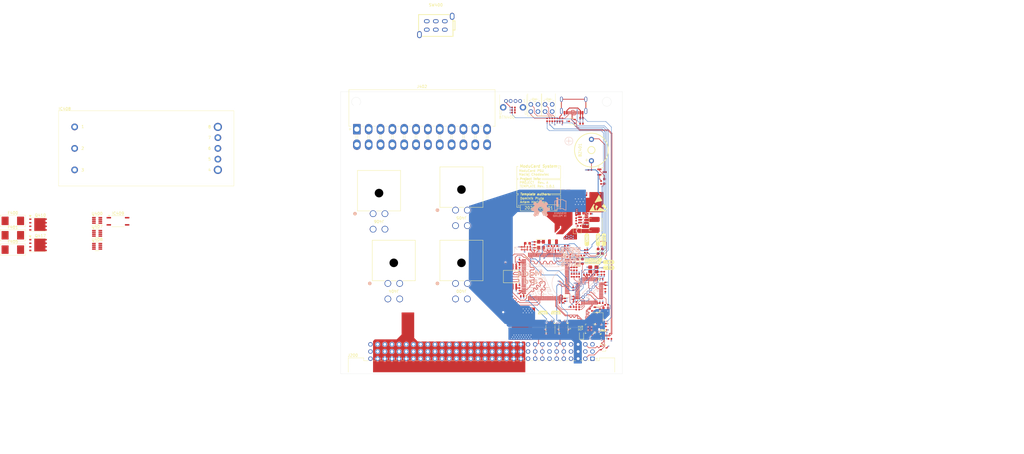
<source format=kicad_pcb>
(kicad_pcb (version 20241229) (generator "pcbnew") (generator_version "9.0")
  (title_block (title "ModuCard Power Supply Unit") (date "2025-09-12") (rev "0") (company "KoNaR") (comment 1 "Base project author: Dominik Pluta Artem Horiunov") (comment 2 "Maciej Chodowiec") (comment 3 "Project author"))
  (layers (0 "F.Cu" signal) (4 "In1.Cu" signal) (6 "In2.Cu" signal) (2 "B.Cu" signal) (13 "F.Paste" user) (15 "B.Paste" user) (5 "F.SilkS" user "F.Silkscreen") (7 "B.SilkS" user "B.Silkscreen") (1 "F.Mask" user) (3 "B.Mask" user) (25 "Edge.Cuts" user))
  (property "SHEETTOTAL" "5")
  (net 0 "")
  (net 1 "+3V3")
  (net 2 "GND")
  (net 3 "/ST-LINK/STLINK-RST")
  (net 4 "/ST-LINK/STLINK-OSC_IN")
  (net 5 "/ST-LINK/STLINK-OSC_OUT")
  (net 6 "+5V")
  (net 7 "/ST-LINK/LED")
  (net 8 "/MCU/OSC_IN")
  (net 9 "/ST-LINK/STLINK-BOOT0")
  (net 10 "/MCU/BOOT0")
  (net 11 "/MCU/NRST")
  (net 12 "/ST-LINK/DIO")
  (net 13 "/ST-LINK/CLK")
  (net 14 "/ST-LINK/USB_RENUM")
  (net 15 "/USB/VBUS_IN")
  (net 16 "/Backplane/GPIOC0")
  (net 17 "/MCU/USR_BUTTON")
  (net 18 "/ST-LINK/SWO")
  (net 19 "/MCU/SWD.~{RST}")
  (net 20 "/MCU/SWD.SWCLK")
  (net 21 "/ST-LINK/ST-LINK.D+")
  (net 22 "/MCU/SWD.SWDIO")
  (net 23 "+5V_SB")
  (net 24 "/MCU/QSPI1.SCLK")
  (net 25 "/Power_switch/FUSE")
  (net 26 "/MCU/QSPI1.IO3")
  (net 27 "/MCU/USB_MCU.D-")
  (net 28 "/USB/USB2S.D-")
  (net 29 "/MCU/USB_MCU.D+")
  (net 30 "/USB/USB2S.D+")
  (net 31 "/USB-hub/USB_MCU_R.D-")
  (net 32 "/ST-LINK/ST-LINK.D-")
  (net 33 "/USB-hub/USB_MCU_R.D+")
  (net 34 "/Backplane/BACKPLANE.D+")
  (net 35 "/Backplane/BACKPLANE.D-")
  (net 36 "/MCU/QSPI1.CS")
  (net 38 "/USB-hub/USBOUT1_R.D-")
  (net 39 "/USB-hub/USBOUT1_R.D+")
  (net 40 "+12V")
  (net 41 "/USB-hub/USBIN1.D+")
  (net 42 "/USB-hub/USBIN1.D-")
  (net 43 "Net-(U400-IN+)")
  (net 44 "/Backplane/CAN1.+")
  (net 45 "/Backplane/CAN2.-")
  (net 46 "Net-(U408-IN+)")
  (net 47 "/Backplane/CAN2.+")
  (net 48 "/Power_switch/+24V_unsensed")
  (net 49 "/Backplane/GPIOR8")
  (net 50 "/MCU/ON-OFF2")
  (net 51 "/Backplane/GPIOR0")
  (net 52 "/Backplane/GPIOR3")
  (net 53 "/MCU/QSPI1.IO0")
  (net 54 "/Backplane/GPIOR15")
  (net 55 "/Power_switch/TRIM")
  (net 56 "/Backplane/GPIOC9")
  (net 57 "/Backplane/GPIOR5")
  (net 58 "/Backplane/GPIOR2")
  (net 59 "/MCU/OSC32_OUT")
  (net 60 "/MCU/QSPI1.IO2")
  (net 61 "/Backplane/CAN1.-")
  (net 62 "/MCU/QSPI1.IO1")
  (net 63 "Net-(IC409-Pad1)")
  (net 64 "/Power_switch/ON{slash}OFF")
  (net 65 "/ATX connector/+3.3V")
  (net 66 "/Backplane/GPIOC4")
  (net 67 "/ATX connector/-12V")
  (net 68 "/MCU/BOOT_EN")
  (net 69 "/Backplane/GPIOC11")
  (net 70 "/Backplane/GPIOR6")
  (net 71 "/Backplane/GPIOR1")
  (net 72 "/Backplane/GPIOR11")
  (net 73 "/ATX connector/PS_ON#")
  (net 74 "/Backplane/GPIOR4")
  (net 75 "/Backplane/GPIOC6")
  (net 76 "/Backplane/GPIOC10")
  (net 77 "/Backplane/GPIOR9")
  (net 78 "/MCU/OSC32_IN")
  (net 79 "/Backplane/GPIOC15")
  (net 80 "/Backplane/GPIOR10")
  (net 81 "/Backplane/GPIOC3")
  (net 82 "+24V")
  (net 83 "/Backplane/GPIOC2")
  (net 84 "/Backplane/GPIOR12")
  (net 86 "/Backplane/GPIOC7")
  (net 87 "/Backplane/GPIOC12")
  (net 88 "/Backplane/GPIOC8")
  (net 89 "/Backplane/GPIOC14")
  (net 90 "/Backplane/GPIOC1")
  (net 91 "/Backplane/GPIOC13")
  (net 92 "/ATX connector/PWR_OK")
  (net 93 "/Backplane/GPIOR7")
  (net 94 "/Backplane/GPIOC5")
  (net 95 "/Backplane/GPIOR13")
  (net 96 "/Backplane/GPIOR14")
  (net 97 "/MCU/VCAP_2")
  (net 98 "/Power_switch/+5V_sensed")
  (net 99 "/MCU/VCAP_1")
  (net 100 "/CAN transceiver 1/CAN.TX")
  (net 101 "/CAN transceiver 1/CAN.RX")
  (net 102 "/CAN transceiver 2/CAN.TX")
  (net 103 "/CAN transceiver 2/CAN.RX")
  (net 104 "/USB/CC1")
  (net 105 "/USB/CC2")
  (net 106 "/Power/VBST_3V3")
  (net 107 "/Power/SW_3V3")
  (net 108 "/Power/FB_3V3")
  (net 109 "/MCU/USR_BTN")
  (net 110 "/MCU/USER_LED_1")
  (net 111 "/MCU/USER_LED_2")
  (net 112 "/MCU/STATUS_LED")
  (net 113 "Net-(D401-Pad1)")
  (net 114 "Net-(Q410-Pad4)")
  (net 115 "/Power/+3V3_UNPROTEC")
  (net 116 "Net-(Q417-Pad4)")
  (net 117 "/Power_switch/+12V_sensed")
  (net 120 "/MCU/I2C1.SCL")
  (net 121 "/MCU/I2C1.SDA")
  (net 122 "/MCU/Buzzer")
  (net 123 "/MCU/Power_Button_IN")
  (net 124 "/MCU/VDDA")
  (net 125 "Net-(BZ401--)")
  (net 172 "/MCU/STLINK.RX")
  (net 174 "/MCU/STLINK.TX")
  (net 175 "Net-(Q404-G)")
  (net 176 "/MCU/MCU_ATX_ON")
  (net 177 "/MCU/ON-OFF1")
  (net 178 "/MCU/ON-OFF0")
  (net 179 "Net-(LED300-Pad1)")
  (net 180 "Net-(LED300-Pad3)")
  (net 181 "Net-(LED301-Pad1)")
  (net 182 "Net-(LED301-Pad3)")
  (net 183 "Net-(BZ401-+)")
  (net 184 "Net-(D402-Pad1)")
  (net 187 "Net-(U801-~{OE})")
  (net 188 "Net-(U801-SEL)")
  (net 191 "Net-(J800-SHIELD)")
  (net 211 "Net-(U302-XI)")
  (net 212 "Net-(U302-XO)")
  (net 214 "Net-(U700-PB13)")
  (net 215 "Net-(U700-PB12)")
  (net 216 "Net-(U700-PB14)")
  (net 218 "Net-(U700-PB0)")
  (net 219 "Net-(U700-PC14)")
  (net 220 "Net-(U700-PC13)")
  (net 221 "Net-(U700-PA5)")
  (net 222 "Net-(U700-PA0)")
  (net 223 "Net-(U302-PGANG)")
  (net 224 "Net-(D301-Pad1)")
  (net 225 "Net-(U600-STB)")
  (net 226 "Net-(U500-STB)")
  (net 227 "Net-(Q700-E)")
  (net 228 "Net-(Q700-B)")
  (net 229 "Net-(D701-Pad1)")
  (net 230 "Net-(D700-Pad2)")
  (net 231 "Net-(U302-3V3)")
  (footprint "kibuzzard-67B37005" (layer "F.Cu") (at 132.75 103.775 90)
    (property "Reference" "kibuzzard-67B37005" (hide yes))
    (property "Value" "G***" (hide yes))
  )
  (footprint "Inductor_SMD:L_Changjiang_FXL0420" (layer "F.Cu") (at 129.900136 98.431509 -90)
    (property "Reference" "L301" (hide yes))
    (property "Value" "3.3uH")
  )
  (footprint "kibuzzard-67B643DE" (layer "F.Cu") (at 111.16 129.615002)
    (property "Reference" "kibuzzard-67B643DE" (hide yes))
    (property "Value" "G***" (hide yes))
  )
  (footprint "TestPoint:TestPoint_Pad_D1.0mm" (layer "F.Cu") (at 132.75 105.325)
    (property "Reference" "TP302" (hide yes))
    (property "Value" "TestPoint")
  )
  (footprint "Package_QFP:LQFP-100_14x14mm_P0.5mm" (layer "F.Cu") (at 112.075 116.85 -90)
    (property "Reference" "U405" (hide yes))
    (property "Value" "STM32H562VGTx")
  )
  (footprint "PCM_JLCPCB:R_0402" (layer "F.Cu") (at 100.7284 58.685001)
    (property "Reference" "R434" (hide yes))
    (property "Value" "10kΩ" (hide yes))
  )
  (footprint "FixLed307:FixLed307" (layer "F.Cu") (at 108.15 55.785)
    (property "Reference" "LED300" (hide yes))
    (property "Value" "FixLed307")
  )
  (footprint "PCM_JLCPCB:C_0402" (layer "F.Cu") (at 108.204 105.057001 -90)
    (property "Reference" "C432" (hide yes))
    (property "Value" "100nF")
  )
  (footprint "PCM_JLCPCB:R_0402" (layer "F.Cu") (at 126.85 132.125 -90)
    (property "Reference" "R903" (hide yes))
    (property "Value" "22Ω" (hide yes))
  )
  (footprint "PCM_JLCPCB:R_0402" (layer "F.Cu") (at 126.7 138.375 180)
    (property "Reference" "R308" (hide yes))
    (property "Value" "1kΩ" (hide yes))
  )
  (footprint "Connector_Molex:Molex_Mini-Fit_Jr_5569-24A2_2x12_P4.20mm_Horizontal" (layer "F.Cu") (at 45.17 64.560001)
    (property "Reference" "J402")
    (property "Value" "ATX-24")
  )
  (footprint "FuseCustom:Fuse_2410_6125" (layer "F.Cu") (at -76.85 97.095001)
    (property "Reference" "F400")
    (property "Value" "10A")
  )
  (footprint "PCM_JLCPCB:C_0402" (layer "F.Cu") (at 102.87 111.407001 90)
    (property "Reference" "C402" (hide yes))
    (property "Value" "100nF")
  )
  (footprint "PCM_JLCPCB:C_0402" (layer "F.Cu") (at 116.145 136.585001 90)
    (property "Reference" "C501" (hide yes))
    (property "Value" "100nF" (hide yes))
  )
  (footprint "PCM_JLCPCB:R_0402" (layer "F.Cu") (at 123.5 128.525)
    (property "Reference" "R716" (hide yes))
    (property "Value" "22Ω" (hide yes))
  )
  (footprint "PCM_JLCPCB:R_0402" (layer "F.Cu") (at 122.950136 97.531509 90)
    (property "Reference" "R306" (hide yes))
    (property "Value" "33k2" (hide yes))
  )
  (footprint "PCM_JLCPCB:D_0603" (layer "F.Cu") (at 124.85 137.575 90)
    (property "Reference" "D301" (hide yes))
    (property "Value" "Red")
  )
  (footprint "PCM_JLCPCB:C_0402" (layer "F.Cu") (at 111.595 136.585001 90)
    (property "Reference" "C601" (hide yes))
    (property "Value" "100nF" (hide yes))
  )
  (footprint "PCM_JLCPCB:R_0402" (layer "F.Cu") (at 116.145 134.435001 90)
    (property "Reference" "R600" (hide yes))
    (property "Value" "10kΩ" (hide yes))
  )
  (footprint "kibuzzard-67B2198C" (layer "F.Cu") (at 134.5 111.725)
    (property "Reference" "kibuzzard-67B2198C" (hide yes))
    (property "Value" "G***" (hide yes))
  )
  (footprint "kibuzzard-67B643EE" (layer "F.Cu") (at 115.76 129.615002)
    (property "Reference" "kibuzzard-67B643EE" (hide yes))
    (property "Value" "G***" (hide yes))
  )
  (footprint "PCM_JLCPCB:R_0402" (layer "F.Cu") (at 124.85 62.675)
    (property "Reference" "R801" (hide yes))
    (property "Value" "5.1kΩ" (hide yes))
  )
  (footprint "PCM_JLCPCB:C_0402" (layer "F.Cu") (at 113.845 133.035001 180)
    (property "Reference" "C600" (hide yes))
    (property "Value" "100nF")
  )
  (footprint "kicad-footprints:UFQFN-10_1.4x1.8" (layer "F.Cu") (at 132.65 137.8)
    (property "Reference" "U801")
    (property "Value" "FSUSB42UMX")
  )
  (footprint "TestPoint:TestPoint_Pad_D1.0mm" (layer "F.Cu") (at 133.25 113.725 90)
    (property "Reference" "TP701" (hide yes))
    (property "Value" "TestPoint")
  )
  (footprint "PCM_JLCPCB:R_0402" (layer "F.Cu") (at 121.27 114.1 90)
    (property "Reference" "R437" (hide yes))
    (property "Value" "1kΩ" (hide yes))
  )
  (footprint "PCM_JLCPCB:C_0402" (layer "F.Cu") (at 120.388 108.867001 180)
    (property "Reference" "C422" (hide yes))
    (property "Value" "100nF")
  )
  (footprint "PCM_JLCPCB:R_0402" (layer "F.Cu") (at 113.55 61.225 90)
    (property "Reference" "R442" (hide yes))
    (property "Value" "220Ω" (hide yes))
  )
  (footprint "Package_TO_SOT_SMD:SOT-23-6" (layer "F.Cu") (at 125.470856 96.735001 180)
    (property "Reference" "U301" (hide yes))
    (property "Value" "TPS563201DDCR" (hide yes))
  )
  (footprint "PCM_JLCPCB:C_0402" (layer "F.Cu") (at 118.445 133.035001 180)
    (property "Reference" "C500" (hide yes))
    (property "Value" "100nF")
  )
  (footprint "kibuzzard-67B20BD5" (layer "F.Cu") (at 129.2 111.375)
    (property "Reference" "kibuzzard-67B20BD5" (hide yes))
    (property "Value" "G***" (hide yes))
  )
  (footprint "PCM_JLCPCB:R_0402" (layer "F.Cu") (at 127.75 132.125 -90)
    (property "Reference" "R902" (hide yes))
    (property "Value" "22Ω" (hide yes))
  )
  (footprint "PCM_JLCPCB:C_0402" (layer "F.Cu") (at 123.14 114.115001 -90)
    (property "Reference" "C410" (hide yes))
    (property "Value" "4.7uF")
  )
  (footprint "PCM_JLCPCB:C_0402" (layer "F.Cu") (at 106.18 107.343001 180)
    (property "Reference" "C424" (hide yes))
    (property "Value" "100nF")
  )
  (footprint "PCM_JLCPCB:R_0402" (layer "F.Cu") (at 121.325 116.425 -90)
    (property "Reference" "R700" (hide yes))
    (property "Value" "100kΩ" (hide yes))
  )
  (footprint "PCM_JLCPCB:R_0402" (layer "F.Cu") (at 126.95 107.875 90)
    (property "Reference" "R411" (hide yes))
    (property "Value" "470Ω" (hide yes))
  )
  (footprint "Package_SO:SOIC-4_4.55x3.7mm_P2.54mm" (layer "F.Cu") (at -39.555 97.240001)
    (property "Reference" "IC409")
    (property "Value" "TLP185xSE")
  )
  (footprint "PCM_JLCPCB:R_0402" (layer "F.Cu") (at 114.45 61.235001 90)
    (property "Reference" "R440" (hide yes))
    (property "Value" "220Ω" (hide yes))
  )
  (footprint "PCM_JLCPCB:D_0603" (layer "F.Cu") (at 125.175 111.45 -90)
    (property "Reference" "D701" (hide yes))
    (property "Value" "Green")
  )
  (footprint "PCM_JLCPCB:R_0402" (layer "F.Cu") (at 115.34 61.235001 90)
    (property "Reference" "R441" (hide yes))
    (property "Value" "220Ω" (hide yes))
  )
  (footprint "PCM_JLCPCB:C_0402" (layer "F.Cu") (at 116.078 107.597001)
    (property "Reference" "C420" (hide yes))
    (property "Value" "100nF")
  )
  (footprint "PCM_JLCPCB:R_0402" (layer "F.Cu") (at 124 116.425 -90)
    (property "Reference" "R701" (hide yes))
    (property "Value" "10kΩ" (hide yes))
  )
  (footprint "PCM_JLCPCB:D_0603" (layer "F.Cu") (at 132.24 107.875 90)
    (property "Reference" "D402" (hide yes))
    (property "Value" "Green")
  )
  (footprint "PCM_JLCPCB:CRYSTAL-SMD_4P-L3.2-W2.5-BL" (layer "F.Cu") (at 129.05 114.325 180)
    (property "Reference" "Y700" (hide yes))
    (property "Value" "8 MHz")
  )
  (footprint "Package_QFP:LQFP-48_7x7mm_P0.5mm" (layer "F.Cu") (at 127.65 121.925 -90)
    (property "Reference" "U700" (hide yes))
    (property "Value" "STM32F103CBTx")
  )
  (footprint "PCM_JLCPCB:R_0402" (layer "F.Cu") (at 122.2 114.1 -90)
    (property "Reference" "R439" (hide yes))
    (property "Value" "10kΩ" (hide yes))
  )
  (footprint "TestPoint:TestPoint_Pad_D1.0mm" (layer "F.Cu") (at 133.25 111.725 90)
    (property "Reference" "TP700" (hide yes))
    (property "Value" "TestPoint")
  )
  (footprint "Package_TO_SOT_SMD:SOT-23-8" (layer "F.Cu") (at -46.955 106.120001)
    (property "Reference" "U408")
    (property "Value" "INA219AIDCNR")
  )
  (footprint "PCM_JLCPCB:R_0603" (layer "F.Cu") (at 133.45 127.985001)
    (property "Reference" "R404" (hide yes))
    (property "Value" "36kΩ")
  )
  (footprint "PCM_JLCPCB:R_0402" (layer "F.Cu") (at 123.35 109.375)
    (property "Reference" "R707" (hide yes))
    (property "Value" "10kΩ" (hide yes))
  )
  (footprint "footprints:CONN_SDA-42404_04_MOL" (layer "F.Cu") (at 80.170002 93.285001 180)
    (property "Reference" "J405")
    (property "Value" "15246040")
  )
  (footprint "footprints:CONN_SDA-42404_04_MOL" (layer "F.Cu") (at 50.9304 94.542952 180)
    (property "Reference" "J406")
    (property "Value" "15246040")
  )
  (footprint "PCM_JLCPCB:R_0402" (layer "F.Cu") (at 131.795 83.485001 90)
    (property "Reference" "R402" (hide yes))
    (property "Value" "10kΩ" (hide yes))
  )
  (footprint "kibuzzard-67B37472" (layer "F.Cu") (at 130.75 103.775 90)
    (property "Reference" "kibuzzard-67B37472" (hide yes))
    (property "Value" "G***" (hide yes))
  )
  (footprint "PCM_JLCPCB:C_0402" (layer "F.Cu") (at 128.1 116.235 180)
    (property "Reference" "C708" (hide yes))
    (property "Value" "33pF" (hide yes))
  )
  (footprint "PCM_JLCPCB:R_0402" (layer "F.Cu") (at 132.9 115.625 -90)
    (property "Reference" "R705" (hide yes))
    (property "Value" "10kΩ" (hide yes))
  )
  (footprint "PCM_JLCPCB:C_0402" (layer "F.Cu") (at 118.975 125.1 -90)
    (property "Reference" "C404" (hide yes))
    (property "Value" "100nF")
  )
  (footprint "PCM_JLCPCB:R_0402" (layer "F.Cu") (at 122.950136 95.631509 90)
    (property "Reference" "R307" (hide yes))
    (property "Value" "10kΩ" (hide yes))
  )
  (footprint "PCM_JLCPCB:FC-135R_L3.2-W1.5" (layer "F.Cu") (at 114.725 104.55)
    (property "Reference" "X300" (hide yes))
    (property "Value" "Q13FC1350000400")
  )
  (footprint "Package_TO_SOT_SMD:SOT-23-8" (layer "F.Cu") (at -46.955 101.520001)
    (property "Reference" "U407")
    (property "Value" "INA219AIDCNR")
  )
  (footprint "Oscillator:Oscillator_SMD_Abracon_ASE-4Pin_3.2x2.5mm" (layer "F.Cu") (at 110.49 105.565001 -90)
    (property "Reference" "Y400" (hide yes))
    (property "Value" "ASE-xxxMHz")
  )
  (footprint "PCM_JLCPCB:R_0402" (layer "F.Cu") (at 133.77 126.885001)
    (property "Reference" "R710" (hide yes))
    (property "Value" "100Ω" (hide yes))
  )
  (footprint "PCM_JLCPCB:R_0402" (layer "F.Cu") (at 123.5 127.65)
    (property "Reference" "R715" (hide yes))
    (property "Value" "22Ω" (hide yes))
  )
  (footprint "PCM_JLCPCB:C_0402" (layer "F.Cu") (at 116.25 61.225 -90)
    (property "Reference" "C801" (hide yes))
    (property "Value" "100nF")
  )
  (footprint "Package_TO_SOT_SMD:SOT-23-8" (layer "F.Cu") (at -46.955 96.920001)
    (property "Reference" "U400")
    (property "Value" "INA219AIDCNR")
  )
  (footprint "kibuzzard-67E7D86B" (layer "F.Cu") (at 126.75 103.775001 90)
    (property "Reference" "kibuzzard-67E7D86B" (hide yes))
    (property "Value" "G***" (hide yes))
  )
  (footprint "PCM_JLCPCB:C_0402" (layer "F.Cu") (at 119.46 105.865)
    (property "Reference" "C419" (hide yes))
    (property "Value" "100nF")
  )
  (footprint "Jumper:SolderJumper-2_P1.3mm_Open_TrianglePad1.0x1.5mm" (layer "F.Cu") (at 123.325136 100.628051 180)
    (property "Reference" "JP301" (hide yes))
    (property "Value" "Test Buck Vout")
  )
  (footprint "Connector_USB:USB_C_Receptacle_GCT_USB4105-xx-A_16P_TopMnt_Horizontal" (layer "F.Cu") (at 122.05 55.035 180)
    (property "Reference" "J800" (hide yes))
    (property "Value" "USB_C_Receptacle_USB2.0_16P")
  )
  (footprint "PCM_JLCPCB:C_0402" (layer "F.Cu") (at 127.563767 94.578051 180)
    (property "Reference" "C311" (hide yes))
    (property "Value" "100nF")
  )
  (footprint "PCM_JLCPCB:C_0402" (layer "F.Cu") (at 108.204 107.089001 90)
    (property "Reference" "C406" (hide yes))
    (property "Value" "100nF")
  )
  (footprint "kibuzzard-67B219C6" (layer "F.Cu") (at 134.5 113.725)
    (property "Reference" "kibuzzard-67B219C6" (hide yes))
    (property "Value" "G***" (hide yes))
  )
  (footprint "Package_TO_SOT_SMD:SOT-323_SC-70" (layer "F.Cu") (at 132.7075 142.162501)
    (property "Reference" "U402" (hide yes))
    (property "Value" "TPD2E2U06DCK")
  )
  (footprint "footprints:CONN_SDA-42404_04_MOL" (layer "F.Cu") (at 80.170002 119.285001 180)
    (property "Reference" "J400")
    (property "Value" "15246040")
  )
  (footprint "PCM_JLCPCB:C_0402" (layer "F.Cu") (at 130 116.225)
    (property "Reference" "C707" (hide yes))
    (property "Value" "33pF")
  )
  (footprint "PCM_JLCPCB:R_0402" (layer "F.Cu") (at 123.9 133.225 -90)
    (property "Reference" "R901" (hide yes))
    (property "Value" "22Ω" (hide yes))
  )
  (footprint "PCM_JLCPCB:C_0402" (layer "F.Cu") (at 103.825 123.75 180)
    (property "Reference" "C403" (hide yes))
    (property "Value" "10uF")
  )
  (footprint "PCM_JLCPCB:R_0402" (layer "F.Cu") (at 133.05 129.075 180)
    (property "Reference" "R709" (hide yes))
    (property "Value" "10kΩ" (hide yes))
  )
  (footprint "PCM_JLCPCB:R_0402" (layer "F.Cu") (at 117.15 61.225 -90)
    (property "Reference" "R805" (hide yes))
    (property "Value" "330Ω" (hide yes))
  )
  (footprint "PCM_JLCPCB:R_0402" (layer "F.Cu") (at 118.05 61.225 -90)
    (property "Reference" "R800" (hide yes))
    (property "Value" "5.1kΩ" (hide yes))
  )
  (footprint "PCM_JLCPCB:C_0603" (layer "F.Cu") (at 124.820136 94.371509 180)
    (property "Reference" "C310" (hide yes))
    (property "Value" "10uF")
  )
  (footprint "PCM_JLCPCB:R_0402" (layer "F.Cu") (at 133.3 121.675 90)
    (property "Reference" "R702" (hide yes))
    (property "Value" "100kΩ" (hide yes))
  )
  (footprint "FuseCustom:Fuse_2410_6125" (layer "F.Cu") (at -76.85 107.295001)
    (property "Reference" "F405")
    (property "Value" "10A")
  )
  (footprint "PCM_JLCPCB:C_0603" (layer "F.Cu") (at 124.830585 93.128051 180)
    (property "Reference" "C309" (hide yes))
    (property "Value" "10uF")
  )
  (footprint "PCM_JLCPCB:C_0402" (layer "F.Cu") (at 130.45 134.075 90)
    (property "Reference" "C900" (hide yes))
    (property "Value" "100nF")
  )
  (footprint "PCM_JLCPCB:R_0402" (layer "F.Cu") (at 119.45 107.645 180)
    (property "Reference" "R436" (hide yes))
    (property "Value" "100Ω" (hide yes))
  )
  (footprint "PCM_JLCPCB:C_0402" (layer "F.Cu") (at 120.396 109.883001 180)
    (property "Reference" "C405" (hide yes))
    (property "Value" "100nF")
  )
  (footprint "PCM_JLCPCB:R_0402" (layer "F.Cu") (at 132.55 134.025 -90)
    (property "Reference" "R802" (hide yes))
    (property "Value" "10kΩ" (hide yes))
  )
  (footprint "PCM_JLCPCB:C_0402" (layer "F.Cu") (at 131.85 117.625)
    (property "Reference" "C701" (hide yes))
    (property "Value" "100nF")
  )
  (footprint "Connector_DIN:DIN41612_R_3x32_Female_Horizontal_THT" (layer "F.Cu") (at 128.74 145.975 180)
    (property "Reference" "J200")
    (property "Value" "09031967921")
  )
  (footprint "BUZ-BD12:BUZ-TH_BD12.0-P7.60-D0.6-FD" (layer "F.Cu") (at 128.37 71.985001 90)
    (property "Reference" "BZ401")
    (property "Value" "Buzzer")
  )
  (footprint "PCM_JLCPCB:C_0402" (layer "F.Cu") (at 103.64 106.843001 -90)
    (property "Reference" "C425" (hide yes))
    (property "Value" "10uF")
  )
  (footprint "PCM_JLCPCB:C_0402" (layer "F.Cu") (at 102.87 122.329001 -90)
    (property "Reference" "C427" (hide yes))
    (property "Value" "2.2uF")
  )
  (footprint "PCM_JLCPCB:C_0402" (layer "F.Cu") (at 122.5 125.875)
    (property "Reference" "C700" (hide yes))
    (property "Value" "1uF")
  )
  (footprint "footprints:CONN_SDA-42404_04_MOL" (layer "F.Cu") (at 56.170002 119.285001 180)
    (property "Reference" "J404")
    (property "Value" "15246040")
  )
  (footprint "PCM_JLCPCB:C_0402" (layer "F.Cu") (at 113.325 107.475)
    (property "Reference" "C401" (hide yes))
    (property "Value" "100nF")
  )
  (footprint "PCM_JLCPCB:R_0402" (layer "F.Cu") (at 120.695 136.585001 90)
    (property "Reference" "R500" (hide yes))
    (property "Value" "10kΩ" (hide yes))
  )
  (footprint "PCM_JLCPCB:C_0402" (layer "F.Cu") (at 133.29 119.4225 -90)
    (property "Reference" "C704" (hide yes))
    (property "Value" "100nF" (hide yes))
  )
  (footprint "PCM_JLCPCB:C_0402" (layer "F.Cu") (at 121.78 111.835001)
    (property "Reference" "C429" (hide yes))
    (property "Value" "2.2uF")
  )
  (footprint "PCM_JLCPCB:C_0402" (layer "F.Cu") (at 131.35 134.075 90)
    (property "Reference" "C902" (hide yes))
    (property "Value" "10uF")
  )
  (footprint "PCM_JLCPCB:C_0402" (layer "F.Cu") (at 133.15 135.775)
    (property "Reference" "C312" (hide yes))
    (property "Value" "100nF")
  )
  (footprint "PCM_JLCPCB:R_0402" (layer "F.Cu") (at 119.46 106.765 180)
    (property "Reference" "R435" (hide yes))
    (property "Value" "10kΩ" (hide yes))
  )
  (footprint "PCM_JLCPCB:C_0402" (layer "F.Cu") (at 122.01 124.4275 90)
    (property "Reference" "C702" (hide yes))
    (property "Value" "100nF" (hide yes))
  )
  (footprint "PCM_JLCPCB:R_0402" (layer "F.Cu") (at 131.95 115.625 -90)
    (property "Reference" "R706" (hide yes))
    (property "Value" "10kΩ" (hide yes))
  )
  (footprint "PCM_JLCPCB:R_0402" (layer "F.Cu") (at 133.45 134.025 90)
    (property "Reference" "R803" (hide yes))
    (property "Value" "22kΩ" (hide yes))
  )
  (footprint "PCM_JLCPCB:C_0603" (layer "F.Cu") (at 126.912182 99.881509 90)
    (property "Reference" "C307" (hide yes))
    (property "Value" "22uF")
  )
  (footprint "PCM_JLCPCB:C_0402" (layer "F.Cu") (at 124.040136 98.881509)
    (property "Reference" "C306" (hide yes))
    (property "Value" "100nF")
  )
  (footprint "DFN5060-8L:DFN5060-8L" (layer "F.Cu") (at -67.925 98.395001)
    (property "Reference" "Q410")
    (property "Value" "HSBA8119")
  )
  (footprint "PCM_JLCPCB:Q_SOT-23" (layer "F.Cu") (at 132.12 79.785001)
    (property "Reference" "Q404" (hide yes))
    (property "Value" "AO3400A")
  )
  (footprint "PCM_JLCPCB:FB_0603" (layer "F.Cu") (at 105.672 105.057001 180)
    (property "Reference" "FB401" (hide yes))
    (property "Value" "~")
  )
  (footprint "PCM_JLCPCB:R_0402" (layer "F.Cu") (at 123.5 126.775)
    (property "Reference" "R714" (hide yes))
    (property "Value" "100Ω" (hide yes))
  )
  (footprint "PCM_JLCPCB:R_0402" (layer "F.Cu") (at 124.8 133.225 -90)
    (property "Reference" "R900" (hide yes))
    (property "Value" "22Ω" (hide yes))
  )
  (footprint "PCM_JLCPCB:R_0402" (layer "F.Cu") (at 100.7284 56.885001 180)
    (property "Reference" "R438" (hide yes))
    (property "Value" "100Ω" (hide yes))
  )
  (footprint "Package_SON:HVSON-8-1EP_3x3mm_P0.65mm_EP1.6x2.4mm" (layer "F.Cu") (at 113.845 135.635001 -90)
    (property "Reference" "U600" (hide yes))
    (property "Value" "TJA1044GTK_3Z" (hide yes))
  )
  (footprint "PCM_JLCPCB:C_0402" (layer "F.Cu") (at 117.594 126.139001)
    (property "Reference" "C421" (hide yes))
    (property "Value" "100nF")
  )
  (footprint "PCM_JLCPCB:R_0402" (layer "F.Cu") (at 126.05 107.875 90)
    (property "Reference" "R412" (hide yes))
    (property "Value" "220Ω" (hide yes))
  )
  (footprint "PCM_JLCPCB:C_0402" (layer "F.Cu") (at 122.2 116.425 90)
    (property "Reference" "C706" (hide yes))
    (property "Value" "100nF")
  )
  (footprint "TL2243:TL2243" (layer "F.Cu") (at 100.579415 56.834163)
    (property "Reference" "BTN400")
    (property "Value" "TL2243")
  )
  (footprint "PCM_JLCPCB:C_0402" (layer "F.Cu") (at 124.85 60.525)
    (property "Reference" "C800" (hide yes))
    (property "Value" "100nF")
  )
  (footprint "PS-22F03:SW-TH_G-SWITCH-PS-22F03N" (layer "F.Cu") (at 73.17 27.785001)
    (property "Reference" "SW400")
    (property "Value" "~")
  )
  (footprint "PCM_JLCPCB:C_0402" (layer "F.Cu") (at 126.2 116.235)
    (property "Reference" "C705" (hide yes))
    (property "Value" "100nF" (hide yes))
  )
  (footprint "PCM_JLCPCB:R_0402" (layer "F.Cu") (at 128.2 128.675 135)
    (property "Reference" "R712" (hide yes))
    (property "Value" "1.5kΩ" (hide yes))
  )
  (footprint "PCM_JLCPCB:R_0402" (layer "F.Cu") (at 127.87 79.035001)
    (property "Reference" "R445" (hide yes))
    (property "Value" "120Ω" (hide yes))
  )
  (footprint "PCM_JLCPCB:R_0402" (layer "F.Cu") (at 121.9 121.175 -90)
    (property "Reference" "R708" (hide yes))
    (property "Value" "22Ω" (hide yes))
  )
  (footprint "FuseCustom:Fuse_2410_6125" (layer "F.Cu") (at -76.85 102.195001)
    (property "Reference" "F401")
    (property "Value" "10A")
  )
  (footprint "PCM_JLCPCB:R_0402" (layer "F.Cu") (at 112.65 61.225 90)
    (property "Reference" "R443" (hide yes))
    (property "Value" "220Ω" (hide yes))
  )
  (footprint "Crystal:Crystal_SMD_3225-4Pin_3.2x2.5mm" (layer "F.Cu") (at 130.5 131.325 180)
    (property "Reference" "Y900" (hide yes))
    (property "Value" "12Mhz")
  )
  (footprint "Package_SON:HVSON-8-1EP_3x3mm_P0.65mm_EP1.6x2.4mm" (layer "F.Cu") (at 118.445 135.635001 -90)
    (property "Reference" "U500" (hide yes))
    (property "Value" "TJA1044GTK_3Z" (hide yes))
  )
  (footprint "PCM_JLCPCB:R_0402" (layer "F.Cu") (at 125.25 109.375)
    (property "Reference" "R713" (hide yes))
    (property "Value" "10kΩ" (hide yes))
  )
  (footprint "PCM_JLCPCB:C_0402" (layer "F.Cu") (at 102.87 113.234002 -90)
    (property "Reference" "C400" (hide yes))
    (property "Value" "10uF")
  )
  (footprint "PCM_JLCPCB:D_0603" (layer "F.Cu") (at 123.425 111.45 90)
    (property "Reference" "D700" (hide yes))
    (property "Value" "Blue")
  )
  (footprint "PCM_JLCPCB:C_0402" (layer "F.Cu") (at 100.7284 57.785001 180)
    (property "Reference" "C417" (hide yes))
    (property "Value" "100nF")
  )
  (footprint "Brick_Converter:8th DC-DC converter" (layer "F.Cu") (at -60.645 58.050001)
    (property "Reference" "IC408")
    (property "Value" "~")
  )
  (footprint "Package_DFN_QFN:QFN-16-1EP_3x3mm_P0.5mm_EP1.7x1.7mm" (layer "F.Cu") (at 127.8 135.3125 -90)
    (property "Reference" "U302" (hide yes))
    (property "Value" "CH334P")
  )
  (footprint "PCM_JLCPCB:C_0402" (layer "F.Cu") (at 115.7 106.025)
    (property "Reference" "C314" (hide yes))
    (property "Value" "18pF")
  )
  (footprint "Package_TO_SOT_SMD:SOT-323_SC-70" (layer "F.Cu") (at 121.47 61.785001 180)
    (property "Reference" "U401" (hide yes))
    (property "Value" "TPD2E2U06DCK")
  )
  (footprint "PCM_JLCPCB:C_0402" (layer "F.Cu") (at 102.85 120.425 90)
    (property "Reference" "C100" (hide yes))
    (property "Value" "100nF")
  )
  (footprint "PCM_JLCPCB:SOIC-8_L5.3-W5.3-P1.27-LS8.0-BL" (layer "F.Cu") (at 99.795 116.85 180)
    (property "Reference" "U100" (hide yes))
    (property "Value" "W25Q128")
  )
  (footprint "PCM_JLCPCB:C_0402" (layer "F.Cu") (at 131.85 126.275)
    (property "Reference" "C703" (hide yes))
    (property "Value" "100nF")
  )
  (footprint "PCM_JLCPCB:D_0603" (layer "F.Cu") (at 130.75 107.875 90)
    (property "Reference" "D401" (hide yes))
    (property "Value" "Green")
  )
  (footprint "Symbol:ESD-Logo_6.6x6mm_SilkScreen" (layer "F.Cu") (at 130.87 90.785001)
    (property "Reference" "REF**" (hide yes))
    (property "Value" "ESD-Logo_6.6x6mm_SilkScreen" (hide yes))
  )
  (footprint "PCM_JLCPCB:R_0402" (layer "F.Cu") (at 123.1 116.425 90)
    (property "Reference" "R703" (hide yes))
    (property "Value" "10kΩ" (hide yes))
  )
  (footprint "PCM_JLCPCB:R_0603" (layer "F.Cu") (at 132.97 83.085001 90)
    (property "Reference" "R416" (hide yes))
    (property "Value" "100Ω")
  )
  (footprint "PCM_JLCPCB:C_0603" (layer "F.Cu") (at 125.650136 99.881509 90)
    (property "Reference" "C308" (hide yes))
    (property "Value" "22uF")
  )
  (footprint "PCM_JLCPCB:C_0402" (layer "F.Cu") (at 113.75 106.025 180)
    (property "Reference" "C313" (hide yes))
    (property "Value" "18pF")
  )
  (footprint "PCM_JLCPCB:C_0402" (layer "F.Cu") (at 106.172 106.327001 180)
    (property "Reference" "C423" (hide yes))
    (property "Value" "10uF")
  )
  (footprint "PCM_JLCPCB:C_0402" (layer "F.Cu") (at 104.656 106.835001 -90)
    (property "Reference" "C426" (hide yes))
    (property "Value" "100nF")
  )
  (footprint "PCM_JLCPCB:Q_SOT-323" (layer "F.Cu") (at 130.5 128.375 180)
    (property "Reference" "Q700" (hide yes))
    (property "Value" "MMST3904")
  )
  (footprint "PCM_JLCPCB:C_0402" (layer "F.Cu") (at 130.45 136.025 -90)
    (property "Reference" "C904" (hide yes))
    (property "Value" "1uF")
  )
  (footprint "PCM_JLCPCB:R_0402" (layer "F.Cu") (at 134.95 138.925)
    (property "Reference" "R804" (hide yes))
    (property "Value" "10kΩ" (hide yes))
  )
  (footprint "DFN5060-8L:DFN5060-8L" (layer "F.Cu") (at -67.925 105.670001)
    (property "Reference" "Q417")
    (property "Value" "HSBA8119")
  )
  (footprint "FixLed307:FixLed307" (layer "F.Cu") (at 113.2 55.785)
    (property "Reference" "LED301" (hide yes))
    (property "Value" "FixLed307")
  )
  (footprint "PCM_JLCPCB:R_0402" (layer "F.Cu") (at 121.55 127.65)
    (property "Reference" "R704" (hide yes))
    (property "Value" "22Ω" (hide yes))
  )
  (footprint "Symbol:OSHW-Symbol_6.7x6mm_SilkScreen" (layer "B.Cu") (at 110.37 92.685001 180)
    (property "Reference" "REF**" (hide yes))
    (property "Value" "OSHW-Symbol_6.7x6mm_SilkScreen" (hide yes))
  )
  (footprint "Connector_PinHeader_1.27mm:PinHeader_1x06_P1.27mm_Vertical" (layer "B.Cu") (at 125.40752 124.163543 -45)
    (property "Reference" "J401" (hide yes))
    (property "Value" "Conn_01x06_Pin")
  )
  (footprint "QRcode:KonarQR" (layer "B.Cu") (at 120.97 109.885001 180)
    (property "Reference" "G***" (hide yes))
    (property "Value" "LOGO" (hide yes))
  )
  (gr_circle (center 116.77 78.285001) (end 116.77 78.485001) (stroke (width 0.1)) (fill no) (layer "F.SilkS"))
  (gr_line (start 117.395 87.485001) (end 114.145 87.485001) (stroke (width 0.15)) (layer "F.SilkS"))
  (gr_line (start 114.17 87.885001) (end 117.42 87.885001) (stroke (width 0.15)) (layer "F.SilkS"))
  (gr_line (start 102.42 77.805001) (end 101.92 77.805001) (stroke (width 0.15)) (layer "F.SilkS"))
  (gr_line (start 120.615 135.095002) (end 121.015 135.495002) (stroke (width 0.1)) (layer "F.SilkS"))
  (gr_line (start 102.42 82.405001) (end 101.92 82.405001) (stroke (width 0.15)) (layer "F.SilkS"))
  (gr_line (start 102.57 87.885001) (end 101.92 87.885001) (stroke (width 0.15)) (layer "F.SilkS"))
  (gr_line (start 121.015 135.495002) (end 121.015 135.095002) (stroke (width 0.1)) (layer "F.SilkS"))
  (gr_circle (center 116.77 91.485001) (end 116.77 91.685001) (stroke (width 0.1)) (fill no) (layer "F.SilkS"))
  (gr_line (start 117.42 82.485001) (end 117.42 87.485001) (stroke (width 0.15)) (layer "F.SilkS"))
  (gr_line (start 117.42 87.885001) (end 117.42 92.165001) (stroke (width 0.15)) (layer "F.SilkS"))
  (gr_line (start 101.92 92.285001) (end 102.97 92.285001) (stroke (width 0.15)) (layer "F.SilkS"))
  (gr_line (start 110.77 82.485001) (end 117.395 82.485001) (stroke (width 0.15)) (layer "F.SilkS"))
  (gr_line (start 116.37 77.605001) (end 117.42 77.605001) (stroke (width 0.15)) (layer "F.SilkS"))
  (gr_line (start 101.92 87.485001) (end 102.57 87.485001) (stroke (width 0.15)) (layer "F.SilkS"))
  (gr_line (start 101.92 77.805001) (end 101.92 82.085001) (stroke (width 0.15)) (layer "F.SilkS"))
  (gr_line (start 101.92 82.085001) (end 102.42 82.085001) (stroke (width 0.15)) (layer "F.SilkS"))
  (gr_line (start 101.92 82.405001) (end 101.92 87.485001) (stroke (width 0.15)) (layer "F.SilkS"))
  (gr_line (start 101.92 87.885001) (end 101.92 92.285001) (stroke (width 0.15)) (layer "F.SilkS"))
  (gr_line (start 117.42 77.605001) (end 117.42 82.085001) (stroke (width 0.15)) (layer "F.SilkS"))
  (gr_rect (start 103.17 91.385001) (end 116.17 93.585001) (stroke (width 0.15)) (fill no) (layer "F.SilkS"))
  (gr_line (start 117.42 92.165001) (end 116.37 92.165001) (stroke (width 0.15)) (layer "F.SilkS"))
  (gr_circle (center 102.57 91.685001) (end 102.57 91.885001) (stroke (width 0.1)) (fill no) (layer "F.SilkS"))
  (gr_line (start 117.42 82.085001) (end 110.77 82.085001) (stroke (width 0.15)) (layer "F.SilkS"))
  (gr_line (start 110.485917 122.082759) (end 109.215917 122.082759) (stroke (width 0.1)) (layer "B.SilkS"))
  (gr_circle (center 111.150298 124.475403) (end 111.056727 124.475403) (stroke (width 0.1)) (fill no) (layer "B.SilkS"))
  (gr_line (start 105.532917 121.574759) (end 105.151917 122.336759) (stroke (width 0.1)) (layer "B.SilkS"))
  (gr_line (start 103.881917 121.594858) (end 104.642637 123.58461) (stroke (width 0.1)) (layer "B.SilkS"))
  (gr_line (start 101.036 114.237001) (end 103.576 120.841001) (stroke (width 0.1)) (layer "B.SilkS"))
  (gr_line (start 110.231917 121.574759) (end 110.485917 122.082759) (stroke (width 0.1)) (layer "B.SilkS"))
  (gr_line (start 107.183917 121.574759) (end 107.945917 123.098759) (stroke (width 0.1)) (layer "B.SilkS"))
  (gr_line (start 109.723917 123.098759) (end 110.993917 123.098759) (stroke (width 0.1)) (layer "B.SilkS"))
  (gr_circle (center 119.37 119.285001) (end 114.37 119.285001) (stroke (width 0.1)) (fill no) (layer "B.SilkS"))
  (gr_line (start 114.114783 122.089869) (end 112.771917 122.082759) (stroke (width 0.1)) (layer "B.SilkS"))
  (gr_arc (start 116.253596 89.697059) (mid 115.837434 89.96484) (end 115.350415 90.052649) (stroke (width 0.2)) (layer "B.SilkS"))
  (gr_line (start 113.280585 123.100168) (end 114.552379 123.098118) (stroke (width 0.1)) (layer "B.SilkS"))
  (gr_line (start 113.849527 121.574883) (end 114.114783 122.089869) (stroke (width 0.1)) (layer "B.SilkS"))
  (gr_line (start 120.37 67.785001) (end 120.37 69.785001) (stroke (width 0.1)) (layer "B.SilkS"))
  (gr_circle (center 110.485917 122.082759) (end 110.425369 122.011418) (stroke (width 0.1)) (fill no) (layer "B.SilkS"))
  (gr_line (start 107.564917 122.336759) (end 106.44863 122.336759) (stroke (width 0.1)) (layer "B.SilkS"))
  (gr_line (start 103.872628 121.576282) (end 113.849527 121.574883) (stroke (width 0.1)) (layer "B.SilkS"))
  (gr_circle (center 114.966808 123.953689) (end 114.873237 123.953689) (stroke (width 0.1)) (fill no) (layer "B.SilkS"))
  (gr_line (start 107.945917 121.574759) (end 108.707917 123.098759) (stroke (width 0.1)) (layer "B.SilkS"))
  (gr_line (start 115.87 107.385001) (end 116.87 106.385001) (stroke (width 0.1)) (layer "B.SilkS"))
  (gr_line (start 102.6235 117.285001) (end 110.942 117.285001) (stroke (width 0.1)) (layer "B.SilkS"))
  (gr_line (start 119.37 68.785001) (end 121.37 68.785001) (stroke (width 0.1)) (layer "B.SilkS"))
  (gr_line (start 108.656 120.841001) (end 109.926 120.841001) (stroke (width 0.1)) (layer "B.SilkS"))
  (gr_line (start 112.771917 122.082759) (end 113.280585 123.100168) (stroke (width 0.1)) (layer "B.SilkS"))
  (gr_arc (start 116.272997 92.906878) (mid 116.820113 92.73226) (end 117.376704 92.873798) (stroke (width 0.2)) (layer "B.SilkS"))
  (gr_line (start 111.408346 123.95433) (end 110.993917 123.098759) (stroke (width 0.1)) (layer "B.SilkS"))
  (gr_arc (start 117.361555 92.873028) (mid 117.918147 92.731466) (end 118.465262 92.906108) (stroke (width 0.2)) (layer "B.SilkS"))
  (gr_line (start 117.361555 92.873028) (end 117.378445 89.685001) (stroke (width 0.2)) (layer "B.SilkS"))
  (gr_arc (start 116.243074 89.697246) (mid 116.790189 89.522604) (end 117.346781 89.664166) (stroke (width 0.2)) (layer "B.SilkS"))
  (gr_line (start 108.91 120.841001) (end 108.656 120.333001) (stroke (width 0.1)) (layer "B.SilkS"))
  (gr_line (start 119.342755 93.254027) (end 119.353381 90.070564) (stroke (width 0.2)) (layer "B.SilkS"))
  (gr_rect (start 101.109026 106.39194) (end 116.909025 113.39194) (stroke (width 0.1)) (fill no) (layer "B.SilkS"))
  (gr_line (start 111.958 120.841001) (end 111.577 120.841001) (stroke (width 0.1)) (layer "B.SilkS"))
  (gr_line (start 108.453917 123.606759) (end 108.199917 124.114759) (stroke (width 0.1)) (layer "B.SilkS"))
  (gr_line (start 111.998869 118.561051) (end 111.503778 118.558852) (stroke (width 0.1)) (layer "B.SilkS"))
  (gr_line (start 112.72 120.841001) (end 112.466 120.333001) (stroke (width 0.1)) (layer "B.SilkS"))
  (gr_line (start 102.109026 107.39194) (end 101.109026 106.39194) (stroke (width 0.1)) (layer "B.SilkS"))
  (gr_line (start 107.386 120.841001) (end 107.132 120.333001) (stroke (width 0.1)) (layer "B.SilkS"))
  (gr_line (start 111.196 120.841001) (end 110.942 120.333001) (stroke (width 0.1)) (layer "B.SilkS"))
  (gr_line (start 111.501917 123.098759) (end 112.517917 123.098759) (stroke (width 0.1)) (layer "B.SilkS"))
  (gr_line (start 111.958 120.841001) (end 113.228 120.841001) (stroke (width 0.1)) (layer "B.SilkS"))
  (gr_arc (start 119.353381 90.070564) (mid 118.868761 89.979385) (end 118.454752 89.711494) (stroke (width 0.2)) (layer "B.SilkS"))
  (gr_line (start 114.966808 123.953689) (end 114.552379 123.098118) (stroke (width 0.1)) (layer "B.SilkS"))
  (gr_line (start 107.945917 123.098759) (end 106.294917 123.098759) (stroke (width 0.1)) (layer "B.SilkS"))
  (gr_arc (start 116.284558 92.907766) (mid 115.848087 93.183499) (end 115.337863 93.262282) (stroke (width 0.2)) (layer "B.SilkS"))
  (gr_line (start 111.404298 123.967403) (end 111.150298 124.475403) (stroke (width 0.1)) (layer "B.SilkS"))
  (gr_arc (start 117.378445 89.685001) (mid 117.920355 89.545634) (end 118.454752 89.711494) (stroke (width 0.2)) (layer "B.SilkS"))
  (gr_line (start 104.338 120.841001) (end 104.084 120.333001) (stroke (width 0.1)) (layer "B.SilkS"))
  (gr_line (start 113.482 120.841001) (end 113.849527 121.574883) (stroke (width 0.1)) (layer "B.SilkS"))
  (gr_line (start 102.040413 116.003414) (end 102.535504 116.005613) (stroke (width 0.1)) (layer "B.SilkS"))
  (gr_line (start 105.1 120.841001) (end 104.846 120.333001) (stroke (width 0.1)) (layer "B.SilkS"))
  (gr_line (start 104.642637 123.58461) (end 105.404637 123.83861) (stroke (width 0.1)) (layer "B.SilkS"))
  (gr_line (start 103.872628 121.576282) (end 103.576 120.841001) (stroke (width 0.1)) (layer "B.SilkS"))
  (gr_line (start 102.109585 112.391381) (end 101.109026 113.39194) (stroke (width 0.1)) (layer "B.SilkS"))
  (gr_line (start 106.878 120.841001) (end 105.608 120.841001) (stroke (width 0.1)) (layer "B.SilkS"))
  (gr_line (start 112.136917 122.082759) (end 110.993917 122.082759) (stroke (width 0.1)) (layer "B.SilkS"))
  (gr_line (start 110.434 120.841001) (end 110.18 120.333001) (stroke (width 0.1)) (layer "B.SilkS"))
  (gr_line (start 105.151917 122.336759) (end 103.881917 121.594858) (stroke (width 0.1)) (layer "B.SilkS"))
  (gr_circle (center 120.37 68.785001) (end 119.37 67.785001) (stroke (width 0.1)) (fill no) (layer "B.SilkS"))
  (gr_line (start 108.402 120.841001) (end 106.878 120.841001) (stroke (width 0.1)) (layer "B.SilkS"))
  (gr_line (start 115.87 112.385001) (end 116.87 113.385001) (stroke (width 0.1)) (layer "B.SilkS"))
  (gr_circle (center 108.707917 125.130759) (end 108.614346 125.130759) (stroke (width 0.1)) (fill no) (layer "B.SilkS"))
  (gr_line (start 115.337863 93.262875) (end 115.350415 90.052649) (stroke (width 0.2)) (layer "B.SilkS"))
  (gr_circle (center 105.912637 124.60061) (end 105.819066 124.60061) (stroke (width 0.1)) (fill no) (layer "B.SilkS"))
  (gr_line (start 111.958 120.841001) (end 111.704 120.333001) (stroke (width 0.1)) (layer "B.SilkS"))
  (gr_line (start 111.882917 121.574759) (end 112.136917 122.082759) (stroke (width 0.1)) (layer "B.SilkS"))
  (gr_line (start 109.215917 122.082759) (end 109.722123 123.100809) (stroke (width 0.1)) (layer "B.SilkS"))
  (gr_line (start 109.672 120.841001) (end 109.418 120.333001) (stroke (width 0.1)) (layer "B.SilkS"))
  (gr_line (start 108.707917 123.098759) (end 108.961917 123.606759) (stroke (width 0.1)) (layer "B.SilkS"))
  (gr_line (start 113.482 120.841001) (end 110.688 114.237001) (stroke (width 0.1)) (layer "B.SilkS"))
  (gr_line (start 108.656 120.841001) (end 108.402 120.841001) (stroke (width 0.1)) (layer "B.SilkS"))
  (gr_line (start 108.961917 123.606759) (end 108.453917 123.606759) (stroke (width 0.1)) (layer "B.SilkS"))
  (gr_circle (center 106.44863 122.336759) (end 106.355059 122.336759) (stroke (width 0.1)) (fill no) (layer "B.SilkS"))
  (gr_line (start 108.199917 124.114759) (end 108.707917 125.130759) (stroke (width 0.1)) (layer "B.SilkS"))
  (gr_line (start 108.148 120.841001) (end 107.894 120.333001) (stroke (width 0.1)) (layer "B.SilkS"))
  (gr_line (start 105.862 120.841001) (end 105.608 120.333001) (stroke (width 0.1)) (layer "B.SilkS"))
  (gr_line (start 106.624 120.841001) (end 106.37 120.333001) (stroke (width 0.1)) (layer "B.SilkS"))
  (gr_line (start 110.993917 123.098759) (end 111.501917 123.098759) (stroke (width 0.1)) (layer "B.SilkS"))
  (gr_line (start 110.993917 122.082759) (end 111.500123 123.100809) (stroke (width 0.1)) (layer "B.SilkS"))
  (gr_line (start 105.404637 123.83861) (end 105.912637 124.60061) (stroke (width 0.1)) (layer "B.SilkS"))
  (gr_line (start 110.688 114.237001) (end 101.036 114.237001) (stroke (width 0.1)) (layer "B.SilkS"))
  (gr_line (start 102.040413 116.003414) (end 102.56 117.285001) (stroke (width 0.1)) (layer "B.SilkS"))
  (gr_line (start 110.739917 121.574759) (end 110.993917 122.082759) (stroke (width 0.1)) (layer "B.SilkS"))
  (gr_line (start 111.998869 118.561051) (end 111.479282 117.279464) (stroke (width 0.1)) (layer "B.SilkS"))
  (gr_line (start 105.532917 121.574759) (end 106.294917 123.098759) (stroke (width 0.1)) (layer "B.SilkS"))
  (gr_line (start 110.942 117.285001) (end 111.479282 117.279464) (stroke (width 0.1)) (layer "B.SilkS"))
  (gr_arc (start 119.342755 93.254027) (mid 118.866726 93.163798) (end 118.460068 92.900409) (stroke (width 0.2)) (layer "B.SilkS"))
  (gr_line (start 103.576 120.841001) (end 113.482 120.841001) (stroke (width 0.1)) (layer "B.SilkS"))
  (gr_circle (center 44.92 54.845001) (end 44.92 53.245001) (stroke (width 0.05)) (fill no) (layer "Edge.Cuts"))
  (gr_circle (center 133.82 54.845001) (end 133.82 53.245001) (stroke (width 0.05)) (fill no) (layer "Edge.Cuts"))
  (gr_rect (start 39.37 51.285001) (end 139.37 151.285001) (stroke (width 0.05)) (fill no) (layer "Edge.Cuts"))
  (gr_text "Template authors:" (at 102.97 88.085001 0) (layer "F.SilkS") (effects (font (size 0.8 0.8) (thickness 0.2) (bold yes) (italic yes)) (justify left bottom)))
  (gr_text "PROJECT  Rev. A\nTEMPLATE Rev. 1.0.1\n" (at 102.77 85.285001 0) (layer "F.SilkS") (effects (font (size 0.8 0.8)) (justify left bottom)))
  (gr_text "Project info:" (at 102.77 82.685001 0) (layer "F.SilkS") (effects (font (size 0.8 0.8) (thickness 0.2) (bold yes) (italic yes)) (justify left bottom)))
  (gr_text "ModuCard PSU\n${COMMENT2}\n" (at 102.57 81.085001 0) (layer "F.SilkS") (effects (font (size 0.8 0.8)) (justify left bottom)))
  (gr_text "HUB\nOCP" (at 123.499431 135.972986 0) (layer "F.SilkS") (effects (font (size 0.6 0.6) (thickness 0.1)) (justify left bottom)))
  (gr_text "Dominik Pluta\nArtem Horiunov" (at 102.97 90.885001 0) (layer "F.SilkS") (effects (font (size 0.8 0.8)) (justify left bottom)))
  (gr_text "ModuCard System\n" (at 102.77 78.285001 0) (layer "F.SilkS") (effects (font (size 1 1) (thickness 0.2) (bold yes) (italic yes)) (justify left bottom)))
  (gr_text "${CURRENT_DATE}" (at 104.57 93.085001 0) (layer "F.SilkS") (effects (font (size 1 1)) (justify left bottom)))
  (gr_text "QC" (at 120.37 119.785001 0) (layer "B.SilkS") (effects (font (size 1 1) (thickness 0.1)) (justify left bottom mirror)))
  (gr_text "B G R C D 3" (at 132.12 120.785001 45) (layer "B.SilkS") (effects (font (size 0.8 0.8) (thickness 0.1)) (justify left bottom mirror)))
  (gr_text "Card" (at 111.45 119.825001 0) (layer "B.SilkS") (effects (font (size 2 2) (thickness 0.2) (bold yes) (italic yes)) (justify left bottom mirror)))
  (gr_text "ASSEMBLY STICKER" (at 114.709025 112.99194 -0) (layer "B.SilkS") (effects (font (size 0.8 0.8) (thickness 0.1)) (justify left bottom mirror)))
  (gr_text "Modu" (at 110.942 117.031001 0) (layer "B.SilkS") (effects (font (size 2 2) (thickness 0.2) (bold yes) (italic yes)) (justify left bottom mirror)))
  (gr_text "i" (at 116.969891 92.531774 0) (layer "B.SilkS") (effects (font (size 3 3) (thickness 0.4) (bold yes)) (justify left bottom mirror)))
  (gr_text "BOARDHOUSE INFO" (at 114.57 107.685001 -0) (layer "B.SilkS") (effects (font (size 0.8 0.8) (thickness 0.1)) (justify left bottom mirror)))
  (gr_text "DESIGNED \nIN POLAND" (at 119.578445 95.685001 0) (layer "B.SilkS") (effects (font (size 0.6 0.6) (thickness 0.1)) (justify left bottom mirror)))
  (segment (start 102.399107 111.907001) (end 102.133531 111.641425) (width 0.3) (layer "F.Cu") (net 1))
  (segment (start 131.35 126.275) (end 130.5875 126.275) (width 0.3) (layer "F.Cu") (net 1))
  (segment (start 104.325 123.75) (end 104.325 124.4) (width 0.3) (layer "F.Cu") (net 1))
  (segment (start 117.47 137.085001) (end 116.145 137.085001) (width 0.3) (layer "F.Cu") (net 1))
  (segment (start 120.888 109.375001) (end 120.888 109.875001) (width 0.3) (layer "F.Cu") (net 1))
  (segment (start 107.958 107.343001) (end 108.204 107.589001) (width 0.2) (layer "F.Cu") (net 1))
  (segment (start 108.196 104.549001) (end 108.204 104.557001) (width 0.2) (layer "F.Cu") (net 1))
  (segment (start 117.342176 123.424) (end 117.807824 123.424) (width 0.3) (layer "F.Cu") (net 1))
  (segment (start 117.075 123.691176) (end 117.342176 123.424) (width 0.3) (layer "F.Cu") (net 1))
  (segment (start 132.24 105.835) (end 132.75 105.325) (width 0.15) (layer "F.Cu") (net 1))
  (segment (start 104.4 111.85) (end 103.066999 111.85) (width 0.3) (layer "F.Cu") (net 1))
  (segment (start 102.85 120.925) (end 102.25 120.925) (width 0.3) (layer "F.Cu") (net 1))
  (segment (start 120.888 108.867001) (end 120.888 109.375001) (width 0.3) (layer "F.Cu") (net 1))
  (segment (start 110.807 104.515001) (end 110.173 104.515001) (width 0.2) (layer "F.Cu") (net 1))
  (segment (start 124 115.3) (end 124 115.925) (width 0.15) (layer "F.Cu") (net 1))
  (segment (start 103.648 106.335001) (end 103.64 106.343001) (width 0.3) (layer "F.Cu") (net 1))
  (segment (start 114.45 61.725) (end 114.45 62.375) (width 0.15) (layer "F.Cu") (net 1))
  (segment (start 102.64 106.343001) (end 102.624 106.327001) (width 0.3) (layer "F.Cu") (net 1))
  (segment (start 112.825 107.475) (end 112.825 106.875) (width 0.3) (layer "F.Cu") (net 1))
  (segment (start 131.35 117.625) (end 130.5375 117.625) (width 0.3) (layer "F.Cu") (net 1))
  (segment (start 122 124.9375) (end 122.01 124.9275) (width 0.3) (layer "F.Cu") (net 1))
  (segment (start 104.656 105.283001) (end 104.882 105.057001) (width 0.3) (layer "F.Cu") (net 1))
  (segment (start 126.4 117.7625) (end 126.4 116.935) (width 0.3) (layer "F.Cu") (net 1))
  (segment (start 103.64 106.343001) (end 102.64 106.343001) (width 0.3) (layer "F.Cu") (net 1))
  (segment (start 121.35 124.9275) (end 122.01 124.9275) (width 0.3) (layer "F.Cu") (net 1))
  (segment (start 133.0375 119.175) (end 133.29 118.9225) (width 0.3) (layer "F.Cu") (net 1))
  (segment (start 101.705 120.38) (end 101.705 121.82) (width 0.3) (layer "F.Cu") (net 1))
  (segment (start 117.807824 123.424) (end 118.075 123.691176) (width 0.3) (layer "F.Cu") (net 1))
  (segment (start 122 125.875) (end 122 124.9375) (width 0.3) (layer "F.Cu") (net 1))
  (segment (start 130.5375 117.625) (end 130.4 117.7625) (width 0.3) (layer "F.Cu") (net 1))
  (segment (start 119.75 110.85) (end 120.904 110.85) (width 0.3) (layer "F.Cu") (net 1))
  (segment (start 125.7 115.575) (end 125.7 116.235) (width 0.3) (layer "F.Cu") (net 1))
  (segment (start 122.14 110.375) (end 122.14 110.409) (width 0.3) (layer "F.Cu") (net 1))
  (segment (start 122.2625 124.675) (end 122.01 124.9275) (width 0.3) (layer "F.Cu") (net 1))
  (segment (start 125.404936 124.170064) (end 124.697829 124.170064) (width 0.2) (layer "F.Cu") (net 1))
  (segment (start 122.85 109.375) (end 122.479999 109.375) (width 0.15) (layer "F.Cu") (net 1))
  (segment (start 121.699 110.85) (end 120.904 110.85) (width 0.3) (layer "F.Cu") (net 1))
  (segment (start 118.075 123.691176) (end 118.075 124.525) (width 0.3) (layer "F.Cu") (net 1))
  (segment (start 108.075 107.718001) (end 108.204 107.589001) (width 0.2) (layer "F.Cu") (net 1))
  (segment (start 119.96 106.765) (end 120.59 106.765) (width 0.15) (layer "F.Cu") (net 1))
  (segment (start 131.8125 119.175) (end 133.0375 119.175) (width 0.3) (layer "F.Cu") (net 1))
  (segment (start 120.888 108.867001) (end 121.389251 108.867001) (width 0.3) (layer "F.Cu") (net 1))
  (segment (start 117.075 124.525) (end 117.075 126.05) (width 0.3) (layer "F.Cu") (net 1))
  (segment (start 131.4 128.975) (end 131.4 128.375) (width 0.3) (layer "F.Cu") (net 1))
  (segment (start 112.825 107.475) (end 113.075 107.725) (width 0.3) (layer "F.Cu") (net 1))
  (segment (start 126.4 116.935) (end 125.7 116.235) (width 0.3) (layer "F.Cu") (net 1))
  (segment (start 115.575 109.175) (end 115.575 107.65) (width 0.3) (layer "F.Cu") (net 1))
  (segment (start 118.975 124.6) (end 119.625 124.6) (width 0.3) (layer "F.Cu") (net 1))
  (segment (start 132.65 136.125) (end 132.65 135.775) (width 0.2) (layer "F.Cu") (net 1))
  (segment (start 115.575 107.65) (end 115.575 107.05) (width 0.3) (layer "F.Cu") (net 1))
  (segment (start 132.65 136.125) (end 132.65 136.9375) (width 0.2) (layer "F.Cu") (net 1))
  (segment (start 104.656 106.335001) (end 103.648 106.335001) (width 0.3) (layer "F.Cu") (net 1))
  (segment (start 101.7 120.385) (end 101.705 120.38) (width 0.3) (layer "F.Cu") (net 1))
  (segment (start 123.4875 124.675) (end 122.2625 124.675) (width 0.3) (layer "F.Cu") (net 1))
  (segment (start 132.05 135.775) (end 132.65 135.775) (width 0.2) (layer "F.Cu") (net 1))
  (segment (start 113.075 107.725) (end 113.075 109.175) (width 0.3) (layer "F.Cu") (net 1))
  (segment (start 130.5875 126.275) (end 130.4 126.0875) (width 0.3) (layer "F.Cu") (net 1))
  (segment (start 104.325 123.75) (end 104.325 122.925) (width 0.3) (layer "F.Cu") (net 1))
  (segment (start 118.15 124.6) (end 118.075 124.525) (width 0.3) (layer "F.Cu") (net 1))
  (segment (start 122.14 110.409) (end 121.699 110.85) (width 0.3) (layer "F.Cu") (net 1))
  (segment (start 132.24 106.175) (end 132.24 105.835) (width 0.15) (layer "F.Cu") (net 1))
  (segment (start 121.325 115.325) (end 121.325 115.925) (width 0.15) (layer "F.Cu") (net 1))
  (segment (start 104.325 122.925) (end 104.4 122.85) (width 0.3) (layer "F.Cu") (net 1))
  (segment (start 133.95 118.9225) (end 133.29 118.9225) (width 0.3) (layer "F.Cu") (net 1))
  (segment (start 131.35 118.275) (end 131.35 117.625) (width 0.3) (layer "F.Cu") (net 1))
  (segment (start 108.075 109.175) (end 108.075 107.718001) (width 0.2) (layer "F.Cu") (net 1))
  (segment (start 102.87 112.734002) (end 102.87 111.907001) (width 0.3) (layer "F.Cu") (net 1))
  (segment (start 124.192893 124.675) (end 123.4875 124.675) (width 0.2) (layer "F.Cu") (net 1))
  (segment (start 112.87 137.085001) (end 111.595 137.085001) (width 0.3) (layer "F.Cu") (net 1))
  (segment (start 108.204 104.557001) (end 109.199 104.557001) (width 0.2) (layer "F.Cu") (net 1))
  (segment (start 102.87 111.907001) (end 102.399107 111.907001) (width 0.3) (layer "F.Cu") (net 1))
  (segment (start 121.389251 108.867001) (end 121.66204 109.13979) (width 0.3) (layer "F.Cu") (net 1))
  (segment (start 107.442 104.549001) (end 108.196 104.549001) (width 0.2) (layer "F.Cu") (net 1))
  (segment (start 132.24 107.085) (end 132.24 106.175) (width 0.15) (layer "F.Cu") (net 1))
  (segment (start 101.7 121.825) (end 101.7 120.385) (width 0.3) (layer "F.Cu") (net 1))
  (segment (start 120.896 109.883001) (end 120.896 110.842) (width 0.3) (layer "F.Cu") (net 1))
  (segment (start 102.25 120.925) (end 101.7 120.925) (width 0.3) (layer "F.Cu") (net 1))
  (segment (start 120.888 109.875001) (end 120.896 109.883001) (width 0.3) (layer "F.Cu") (net 1))
  (segment (start 100.2284 58.685001) (end 99.5984 58.685001) (width 0.15) (layer "F.Cu") (net 1))
  (segment (start 101.705 121.82) (end 101.7 121.825) (width 0.3) (layer "F.Cu") (net 1))
  (segment (start 117.075 124.525) (end 117.075 123.691176) (width 0.3) (layer "F.Cu") (net 1))
  (segment (start 132.24 106.175) (end 131.8 106.175) (width 0.15) (layer "F.Cu") (net 1))
  (segment (start 124.697829 124.170064) (end 124.192893 124.675) (width 0.2) (layer "F.Cu") (net 1))
  (segment (start 131.35 126.275) (end 131.35 125.625) (width 0.3) (layer "F.Cu") (net 1))
  (segment (start 120.896 110.842) (end 120.904 110.85) (width 0.3) (layer "F.Cu") (net 1))
  (segment (start 118.975 124.6) (end 118.15 124.6) (width 0.3) (layer "F.Cu") (net 1))
  (segment (start 104.656 106.335001) (end 104.656 105.283001) (width 0.3) (layer "F.Cu") (net 1))
  (segment (start 107.442 107.343001) (end 107.958 107.343001) (width 0.2) (layer "F.Cu") (net 1))
  (segment (start 122.479999 109.375) (end 122.265876 109.160877) (width 0.15) (layer "F.Cu") (net 1))
  (via (at 112.345 137.085001) (size 0.5) (drill 0.3) (layers "F.Cu" "B.Cu") (net 1))
  (via (at 99.5984 58.685001) (size 0.5) (drill 0.3) (layers "F.Cu" "B.Cu") (net 1))
  (via (at 119.62 102.285001) (size 0.5) (drill 0.3) (layers "F.Cu" "B.Cu") (net 1))
  (via (at 121.12 102.285001) (size 0.5) (drill 0.3) (layers "F.Cu" "B.Cu") (net 1))
  (via (at 131.35 125.625) (size 0.5) (drill 0.3) (layers "F.Cu" "B.Cu") (net 1))
  (via (at 101.7 121.825) (size 0.5) (drill 0.3) (layers "F.Cu" "B.Cu") (net 1))
  (via (at 121.325 115.325) (size 0.5) (drill 0.3) (layers "F.Cu" "B.Cu") (net 1))
  (via (at 121.87 103.285001) (size 0.5) (drill 0.3) (layers "F.Cu" "B.Cu") (net 1))
  (via (at 112.825 106.875) (size 0.5) (drill 0.3) (layers "F.Cu" "B.Cu") (net 1))
  (via (at 107.442 107.343001) (size 0.5) (drill 0.3) (layers "F.Cu" "B.Cu") (net 1))
  (via (at 102.624 106.327001) (size 0.5) (drill 0.3) (layers "F.Cu" "B.Cu") (net 1))
  (via (at 107.442 104.549001) (size 0.5) (drill 0.3) (layers "F.Cu" "B.Cu") (net 1))
  (via (at 118.87 103.285001) (size 0.5) (drill 0.3) (layers "F.Cu" "B.Cu") (net 1))
  (via (at 121.12 103.035001) (size 0.5) (drill 0.3) (layers "F.Cu" "B.Cu") (net 1))
  (via (at 132.05 135.775) (size 0.5) (drill 0.3) (layers "F.Cu" "B.Cu") (net 1))
  (via (at 131.8 106.175) (size 0.5) (drill 0.3) (layers "F.Cu" "B.Cu") (net 1))
  (via (at 131.4 128.975) (size 0.5) (drill 0.3) (layers "F.Cu" "B.Cu") (net 1))
  (via (at 120.59 106.765) (size 0.5) (drill 0.3) (layers "F.Cu" "B.Cu") (net 1))
  (via (at 133.95 118.9225) (size 0.5) (drill 0.3) (layers "F.Cu" "B.Cu") (net 1))
  (via (at 119.625 124.6) (size 0.5) (drill 0.3) (layers "F.Cu" "B.Cu") (net 1))
  (via (at 115.575 107.05) (size 0.5) (drill 0.3) (layers "F.Cu" "B.Cu") (net 1))
  (via (at 121.87 102.535001) (size 0.5) (drill 0.3) (layers "F.Cu" "B.Cu") (net 1))
  (via (at 119.62 103.035001) (size 0.5) (drill 0.3) (layers "F.Cu" "B.Cu") (net 1))
  (via (at 121.35 124.9275) (size 0.5) (drill 0.3) (layers "F.Cu" "B.Cu") (net 1))
  (via (at 102.133531 111.641425) (size 0.5) (drill 0.3) (layers "F.Cu" "B.Cu") (net 1))
  (via (at 125.7 115.575) (size 0.5) (drill 0.3) (layers "F.Cu" "B.Cu") (net 1))
  (via (at 131.35 118.275) (size 0.5) (drill 0.3) (layers "F.Cu" "B.Cu") (net 1))
  (via (at 124 115.3) (size 0.5) (drill 0.3) (layers "F.Cu" "B.Cu") (net 1))
  (via (at 122.265876 109.160877) (size 0.5) (drill 0.3) (layers "F.Cu" "B.Cu") (net 1))
  (via (at 104.325 124.4) (size 0.5) (drill 0.3) (layers "F.Cu" "B.Cu") (net 1))
  (via (at 120.37 102.535001) (size 0.5) (drill 0.3) (layers "F.Cu" "B.Cu") (net 1))
  (via (at 116.945 137.085001) (size 0.5) (drill 0.3) (layers "F.Cu" "B.Cu") (net 1))
  (via (at 122.14 110.375) (size 0.5) (drill 0.3) (layers "F.Cu" "B.Cu") (net 1))
  (via (at 120.37 103.285001) (size 0.5) (drill 0.3) (layers "F.Cu" "B.Cu") (net 1))
  (via (at 114.45 62.375) (size 0.5) (drill 0.3) (layers "F.Cu" "B.Cu") (net 1))
  (via (at 121.66204 109.13979) (size 0.5) (drill 0.3) (layers "F.Cu" "B.Cu") (net 1))
  (segment (start 116.245 136.085001) (end 116.695 135.635001) (width 0.3) (layer "F.Cu") (net 2))
  (segment (start 104.664 108.105001) (end 104.664 107.343001) (width 0.2) (layer "F.Cu") (net 2))
  (segment (start 122.2 115.275) (end 122.2 115.925) (width 0.15) (layer "F.Cu") (net 2))
  (segment (start 117.575 125.55) (end 118.075 126.05) (width 0.3) (layer "F.Cu") (net 2))
  (segment (start 117.15 61.725) (end 117.15 62.375) (width 0.3) (layer "F.Cu") (net 2))
  (segment (start 128.15 113.525) (end 126.9 113.525) (width 0.15) (layer "F.Cu") (net 2))
  (segment (start 114.17 133.210001) (end 114.17 134.185001) (width 0.3) (layer "F.Cu") (net 2))
  (segment (start 123.1 115.275) (end 123.1 115.925) (width 0.15) (layer "F.Cu") (net 2))
  (segment (start 114.345 133.035001) (end 114.17 133.210001) (width 0.3) (layer "F.Cu") (net 2))
  (segment (start 122.57 111.691) (end 122.57 111.285001) (width 0.2) (layer "F.Cu") (net 2))
  (segment (start 132.25 139.125) (end 132.25 138.6625) (width 0.2) (layer "F.Cu") (net 2))
  (segment (start 131.55 133.575) (end 131.9 133.925) (width 0.25) (layer "F.Cu") (net 2))
  (segment (start 109.22 107.851001) (end 109.075 107.996001) (width 0.2) (layer "F.Cu") (net 2))
  (segment (start 118.945 133.035001) (end 118.945 132.435001) (width 0.3) (layer "F.Cu") (net 2))
  (segment (start 130.45 133.575) (end 129.95 133.575) (width 0.25) (layer "F.Cu") (net 2))
  (segment (start 104.656 107.335001) (end 103.648 107.335001) (width 0.2) (layer "F.Cu") (net 2))
  (segment (start 118.77 135.310001) (end 118.445 135.635001) (width 0.3) (layer "F.Cu") (net 2))
  (segment (start 113.575 107.725) (end 113.825 107.475) (width 0.3) (layer "F.Cu") (net 2))
  (segment (start 132.9 115.125) (end 131.95 115.125) (width 0.15) (layer "F.Cu") (net 2))
  (segment (start 133.7725 142.162501) (end 134.43 141.505001) (width 0.3) (layer "F.Cu") (net 2))
  (segment (start 113.25 106.025) (end 112.525 106.025) (width 0.3) (layer "F.Cu") (net 2))
  (segment (start 116.25 61.725) (end 116.25 62.375) (width 0.3) (layer "F.Cu") (net 2))
  (segment (start 128.063767 94.578051) (end 128.677945 94.578051) (width 0.5) (layer "F.Cu") (net 2))
  (segment (start 104.656 107.335001) (end 105.672 107.335001) (width 0.2) (layer "F.Cu") (net 2))
  (segment (start 131.95 115.125) (end 131.15 115.125) (width 0.15) (layer "F.Cu") (net 2))
  (segment (start 129.9 124.961216) (end 129.9 126.0875) (width 0.3) (layer "F.Cu") (net 2))
  (segment (start 126.9 117.7625) (end 126.9 116.435) (width 0.3) (layer "F.Cu") (net 2))
  (segment (start 119.75 111.35) (end 118.421001 111.35) (width 0.2) (layer "F.Cu") (net 2))
  (segment (start 118.945 133.035001) (end 118.77 133.210001) (width 0.3) (layer "F.Cu") (net 2))
  (segment (start 118.475 126.05) (end 118.075 126.05) (width 0.3) (layer "F.Cu") (net 2))
  (segment (start 120.695 136.085001) (end 120.245 135.635001) (width 0.3) (layer "F.Cu") (net 2))
  (segment (start 103.375 122.35) (end 104.4 122.35) (width 0.3) (layer "F.Cu") (net 2))
  (segment (start 133.7075 142.162501) (end 133.7725 142.162501) (width 0.3) (layer "F.Cu") (net 2))
  (segment (start 130.55 136.425) (end 131.1 136.425) (width 0.25) (layer "F.Cu") (net 2))
  (segment (start 111.645 136.085001) (end 112.095 135.635001) (width 0.3) (layer "F.Cu") (net 2))
  (segment (start 116.695 135.635001) (end 118.445 135.635001) (width 0.3) (layer "F.Cu") (net 2))
  (segment (start 133.3 122.175) (end 133.3 122.825) (width 0.15) (layer "F.Cu") (net 2))
  (segment (start 103.648 107.335001) (end 103.64 107.343001) (width 0.2) (layer "F.Cu") (net 2))
  (segment (start 105.68 107.343001) (end 105.68 106.335001) (width 0.2) (layer "F.Cu") (net 2))
  (segment (start 129.4 130.475) (end 129.525 130.475) (width 0.15) (layer "F.Cu") (net 2))
  (segment (start 132.35 117.625) (end 132.35 118.275) (width 0.3) (layer "F.Cu") (net 2))
  (segment (start 125.25 60.425) (end 125.35 60.525) (width 0.3) (layer "F.Cu") (net 2))
  (segment (start 131.6 132.175) (end 132.7 132.175) (width 0.2) (layer "F.Cu") (net 2))
  (segment (start 131.15 116.225) (end 130.5 116.225) (width 0.3) (layer "F.Cu") (net 2))
  (segment (start 126.9 116.435) (end 126.7 116.235) (width 0.3) (layer "F.Cu") (net 2))
  (segment (start 131.95 139.425) (end 132.25 139.125) (width 0.2) (layer "F.Cu") (net 2))
  (segment (start 118.75 126.325) (end 118.475 126.05) (width 0.3) (layer "F.Cu") (net 2))
  (segment (start 116.2 106.025) (end 116.825 106.025) (width 0.3) (layer "F.Cu") (net 2))
  (segment (start 135.45 138.925) (end 135.45 139.645001) (width 0.15) (layer "F.Cu") (net 2))
  (segment (start 105.672 107.335001) (end 105.68 107.343001) (width 0.2) (layer "F.Cu") (net 2))
  (segment (start 120.245 135.635001) (end 118.445 135.635001) (width 0.3) (layer "F.Cu") (net 2))
  (segment (start 108.204 105.557001) (end 107.45 105.557001) (width 0.2) (layer "F.Cu") (net 2))
  (segment (start 97.885 111.79) (end 97.874999 111.79) (width 0.2) (layer "F.Cu") (net 2))
  (segment (start 122.2575 124.175) (end 122.01 123.9275) (width 0.3) (layer "F.Cu") (net 2))
  (segment (start 131.24 82.155001) (end 131.37 82.285001) (width 0.2) (layer "F.Cu") (net 2))
  (segment (start 133.0425 119.675) (end 133.29 119.9225) (width 0.3) (layer "F.Cu") (net 2))
  (segment (start 116.575 107.65) (end 116.575 107.05) (width 0.3) (layer "F.Cu") (net 2))
  (segment (start 133.95 119.9225) (end 133.29 119.9225) (width 0.3) (layer "F.Cu") (net 2))
  (segment (start 118.77 133.210001) (end 118.77 134.185001) (width 0.3) (layer "F.Cu") (net 2))
  (segment (start 109.728 107.851001) (end 109.728 106.678001) (width 0.2) (layer "F.Cu") (net 2))
  (segment (start 116.145 133.935001) (end 116.145 133.285001) (width 0.15) (layer "F.Cu") (net 2))
  (segment (start 121.35 123.9275) (end 122.01 123.9275) (width 0.3) (layer "F.Cu") (net 2))
  (segment (start 118.975 125.6) (end 119.625 125.6) (width 0.3) (layer "F.Cu") (net 2))
  (segment (start 119.888 108.867001) (end 119.126 108.867001) (width 0.2) (layer "F.Cu") (net 2))
  (segment (start 133.45 133.525) (end 134.1 133.525) (width 0.2) (layer "F.Cu") (net 2))
  (segment (start 109.728 107.851001) (end 109.22 107.851001) (width 0.2) (layer "F.Cu") (net 2))
  (segment (start 123.4875 124.175) (end 122.2575 124.175) (width 0.3) (layer "F.Cu") (net 2))
  (segment (start 125.35 62.675) (end 125.35 62.025) (width 0.3) (layer "F.Cu") (net 2))
  (segment (start 126.95 107.375) (end 126.95 106.725) (width 0.3) (layer "F.Cu") (net 2))
  (segment (start 103.325 123.75) (end 103.325 124.4) (width 0.3) (layer "F.Cu") (net 2))
  (segment (start 125.35 60.525) (end 125.35 61.225) (width 0.3) (layer "F.Cu") (net 2))
  (segment (start 118.85 58.715) (end 118.85 59.675) (width 0.3) (layer "F.Cu") (net 2))
  (segment (start 102.875 122.85) (end 103.375 122.35) (width 0.3) (layer "F.Cu") (net 2))
  (segment (start 109.075 107.996001) (end 109.075 109.175) (width 0.2) (layer "F.Cu") (net 2))
  (segment (start 104.664 107.343001) (end 104.656 107.335001) (width 0.2) (layer "F.Cu") (net 2))
  (segment (start 119.67 61.785001) (end 120.4825 61.785001) (width 0.3) (layer "F.Cu") (net 2))
  (segment (start 129.525 130.475) (end 130.325 129.675) (width 0.15) (layer "F.Cu") (net 2))
  (segment (start 109.728 106.678001) (end 109.665 106.615001) (width 0.2) (layer "F.Cu") (net 2))
  (segment (start 131.795 82.710001) (end 131.37 82.285001) (width 0.2) (layer "F.Cu") (net 2))
  (segment (start 103.312999 111.35) (end 104.4 111.35) (width 0.2) (layer "F.Cu") (net 2))
  (segment (start 131.8125 119.675) (end 133.0425 119.675) (width 0.3) (layer "F.Cu") (net 2))
  (segment (start 122.411 111.85) (end 122.57 111.691) (width 0.2) (layer "F.Cu") (net 2))
  (segment (start 125.25 58.715) (end 125.25 60.425) (width 0.3) (layer "F.Cu") (net 2))
  (segment (start 102.87 114.433898) (end 102.868898 114.435) (width 0.2) (layer "F.Cu") (net 2))
  (segment (start 102.85 119.925) (end 102.85 119.275) (width 0.3) (layer "F.Cu") (net 2))
  (segment (start 114.345 133.035001) (end 114.345 132.435001) (width 0.3) (layer "F.Cu") (net 2))
  (segment (start 118.77 134.185001) (end 118.77 135.310001) (width 0.3) (layer "F.Cu") (net 2))
  (segment (start 107.442 106.581001) (end 107.476 106.615001) (width 0.2) (layer "F.Cu") (net 2))
  (segment (start 132.35 126.275) (end 132.35 125.625) (width 0.3) (layer "F.Cu") (net 2))
  (segment (start 112.095 135.635001) (end 113.845 135.635001) (width 0.3) (layer "F.Cu") (net 2))
  (segment (start 114.17 135.310001) (end 113.845 135.635001) (width 0.3) (layer "F.Cu") (net 2))
  (segment (start 114.345 135.135001) (end 113.845 135.635001) (width 0.3) (layer "F.Cu") (net 2))
  (segment (start 102.875 122.85) (end 102.225 122.85) (width 0.3) (layer "F.Cu") (net 2))
  (segment (start 109.075 109.175) (end 108.575 109.175) (width 0.2) (layer "F.Cu") (net 2))
  (segment (start 117.575 124.525) (end 117.575 125.55) (width 0.3) (layer "F.Cu") (net 2))
  (segment (start 107.476 106.615001) (end 109.665 106.615001) (width 0.2) (layer "F.Cu") (net 2))
  (segment (start 102.87 110.907001) (end 102.87 110.137001) (width 0.2) (layer "F.Cu") (net 2))
  (segment (start 123 125.875) (end 123.55 125.325) (width 0.3) (layer "F.Cu") (net 2))
  (segment (start 123.1 114.6) (end 123.1 115.275) (width 0.15) (layer "F.Cu") (net 2))
  (segment (start 118.05 61.725) (end 118.05 62.925) (width 0.3) (layer "F.Cu") (net 2))
  (segment (start 122.2 114.6) (end 122.2 115.275) (width 0.15) (layer "F.Cu") (net 2))
  (segment (start 130.15 115.125) (end 131.15 115.125) (width 0.3) (layer "F.Cu") (net 2))
  (segment (start 127.6 116.235) (end 126.7 116.235) (width 0.3) (layer "F.Cu") (net 2))
  (segment (start 126.95 107.375) (end 126.05 107.375) (width 0.15) (layer "F.Cu") (net 2))
  (segment (start 126.310001 109.375) (end 126.344124 109.340877) (width 0.15) (layer "F.Cu") (net 2))
  (segment (start 131.795 82.985001) (end 131.795 82.710001) (width 0.2) (layer "F.Cu") (net 2))
  (segment (start 125.75 109.375) (end 126.310001 109.375) (width 0.15) (layer "F.Cu") (net 2))
  (segment (start 119.896 109.883001) (end 119.126 109.883001) (width 0.2) (layer "F.Cu") (net 2))
  (segment (start 105.68 106.335001) (end 105.672 106.327001) (width 0.2) (layer "F.Cu") (net 2))
  (segment (start 113.575 109.175) (end 113.575 107.725) (width 0.3) (layer "F.Cu") (net 2))
  (segment (start 131.24 80.735001) (end 131.24 82.155001) (width 0.2) (layer "F.Cu") (net 2))
  (segment (start 133.65 135.775) (end 134.3 135.775) (width 0.2) (layer "F.Cu") (net 2))
  (segment (start 97.885 113.32) (end 97.885 111.79) (width 0.3) (layer "F.Cu") (net 2))
  (segment (start 116.145 136.085001) (end 116.245 136.085001) (width 0.3) (layer "F.Cu") (net 2))
  (segment (start 126.7 115.575) (end 126.7 116.235) (width 0.3) (layer "F.Cu") (net 2))
  (segment (start 113.825 107.475) (end 113.825 106.875) (width 0.3) (layer "F.Cu") (net 2))
  (segment (start 102.87 113.734002) (end 102.87 114.433898) (width 0.2) (layer "F.Cu") (net 2))
  (segment (start 104.664 108.105001) (end 104.648 108.105001) (width 0.2) (layer "F.Cu") (net 2))
  (segment (start 130.45 136.525) (end 130.55 136.425) (width 0.25) (layer "F.Cu") (net 2))
  (segment (start 129.95 133.575) (end 129.8 133.725) (width 0.25) (layer "F.Cu") (net 2))
  (segment (start 128.364314 94.571509) (end 128.370856 94.578051) (width 0.5) (layer "F.Cu") (net 2))
  (segment (start 126.9 113.525) (end 127.95 113.525) (width 0.15) (layer "F.Cu") (net 2))
  (segment (start 131.35 133.575) (end 131.55 133.575) (width 0.25) (layer "F.Cu") (net 2))
  (segment (start 102.87 110.907001) (end 103.312999 111.35) (width 0.2) (layer "F.Cu") (net 2))
  (segment (start 131.35 133.575) (end 130.45 133.575) (width 0.25) (layer "F.Cu") (net 2))
  (segment (start 114.17 134.185001) (end 114.17 135.310001) (width 0.3) (layer "F.Cu") (net 2))
  (segment (start 97.874999 111.79) (end 97.87 111.785001) (width 0.2) (layer "F.Cu") (net 2))
  (segment (start 100.2284 57.785001) (end 99.5984 57.785001) (width 0.15) (layer "F.Cu") (net 2))
  (segment (start 119.96 105.865) (end 120.59 105.865) (width 0.15) (layer "F.Cu") (net 2))
  (via (at 99.5984 57.785001) (size 0.5) (drill 0.3) (layers "F.Cu" "B.Cu") (net 2))
  (via (at 134.43 141.505001) (size 0.5) (drill 0.3) (layers "F.Cu" "B.Cu") (net 2))
  (via (at 129.9 124.961216) (size 0.5) (drill 0.3) (layers "F.Cu" "B.Cu") (net 2))
  (via (at 128.35 134.775) (size 0.5) (drill 0.3) (layers "F.Cu" "B.Cu") (net 2))
  (via (at 127.150136 98.331509) (size 0.5) (drill 0.3) (layers "F.Cu" "B.Cu") (net 2))
  (via (at 107.442 106.581001) (size 0.5) (drill 0.3) (layers "F.Cu" "B.Cu") (net 2))
  (via (at 127.25 134.775) (size 0.5) (drill 0.3) (layers "F.Cu" "B.Cu") (net 2))
  (via (at 116.25 62.375) (size 0.5) (drill 0.3) (layers "F.Cu" "B.Cu") (net 2))
  (via (at 132.35 125.625) (size 0.5) (drill 0.3) (layers "F.Cu" "B.Cu") (net 2))
  (via (at 123.170856 94.428051) (size 0.5) (drill 0.3) (layers "F.Cu" "B.Cu") (net 2))
  (via (at 119.126 108.867001) (size 0.5) (drill 0.3) (layers "F.Cu" "B.Cu") (net 2))
  (via (at 130.325 129.675) (size 0.5) (drill 0.3) (layers "F.Cu" "B.Cu") (net 2))
  (via (at 126.500136 98.331509) (size 0.5) (drill 0.3) (layers "F.Cu" "B.Cu") (net 2))
  (via (at 128.684487 94.584593) (size 0.5) (drill 0.3) (layers "F.Cu" "B.Cu") (net 2))
  (via (at 113.825 106.875) (size 0.5) (drill 0.3) (layers "F.Cu" "B.Cu") (net 2))
  (via (at 107.442 105.565001) (size 0.5) (drill 0.3) (layers "F.Cu" "B.Cu") (net 2))
  (via (at 120.59 105.865) (size 0.5) (drill 0.3) (layers "F.Cu" "B.Cu") (net 2))
  (via (at 97.87 111.785001) (size 0.5) (drill 0.3) (layers "F.Cu" "B.Cu") (net 2))
  (via (at 112.095 135.635001) (size 0.5) (drill 0.3) (layers "F.Cu" "B.Cu") (net 2))
  (via (at 116.575 107.05) (size 0.5) (drill 0.3) (layers "F.Cu" "B.Cu") (net 2))
  (via (at 121.35 123.9275) (size 0.5) (drill 0.3) (layers "F.Cu" "B.Cu") (net 2))
  (via (at 112.525 106.025) (size 0.5) (drill 0.3) (layers "F.Cu" "B.Cu") (net 2))
  (via (at 103.325 124.4) (size 0.5) (drill 0.3) (layers "F.Cu" "B.Cu") (net 2))
  (via (at 126.344124 109.340877) (size 0.5) (drill 0.3) (layers "F.Cu" "B.Cu") (net 2))
  (via (at 126.9 113.525) (size 0.5) (drill 0.3) (layers "F.Cu" "B.Cu") (net 2))
  (via (at 131.15 116.225) (size 0.5) (drill 0.3) (layers "F.Cu" "B.Cu") (net 2))
  (via (at 119.126 109.883001) (size 0.5) (drill 0.3) (layers "F.Cu" "B.Cu") (net 2))
  (via (at 102.85 119.275) (size 0.5) (drill 0.3) (layers "F.Cu" "B.Cu") (net 2))
  (via (at 123.170856 93.178051) (size 0.5) (drill 0.3) (layers "F.Cu" "B.Cu") (net 2))
  (via (at 128.35 135.825) (size 0.5) (drill 0.3) (layers "F.Cu" "B.Cu") (net 2))
  (via (at 131.9 133.925) (size 0.5) (drill 0.3) (layers "F.Cu" "B.Cu") (net 2))
  (via (at 126.95 106.725) (size 0.5) (drill 0.3) (layers "F.Cu" "B.Cu") (net 2))
  (via (at 116.145 133.285001) (size 0.5) (drill 0.3) (layers "F.Cu" "B.Cu") (net 2))
  (via (at 125.850136 98.331509) (size 0.5) (drill 0.3) (layers "F.Cu" "B.Cu") (net 2))
  (via (at 102.225 122.85) (size 0.5) (drill 0.3) (layers "F.Cu" "B.Cu") (net 2))
  (via (at 122.2 115.275) (size 0.5) (drill 0.3) (layers "F.Cu" "B.Cu") (net 2))
  (via (at 119.625 125.6) (size 0.5) (drill 0.3) (layers "F.Cu" "B.Cu") (net 2))
  (via (at 117.15 62.375) (size 0.5) (drill 0.3) (layers "F.Cu" "B.Cu") (net 2))
  (via (at 131.15 115.125) (size 0.5) (drill 0.3) (layers "F.Cu" "B.Cu") (net 2))
  (via (at 119.67 61.785001) (size 0.5) (drill 0.3) (layers "F.Cu" "B.Cu") (net 2))
  (via (at 133.3 122.825) (size 0.5) (drill 0.3) (layers "F.Cu" "B.Cu") (net 2))
  (via (at 118.05 62.925) (size 0.5) (drill 0.3) (layers "F.Cu" "B.Cu") (net 2))
  (via (at 133.95 119.9225) (size 0.5) (drill 0.3) (layers "F.Cu" "B.Cu") (net 2))
  (via (at 134.1 133.525) (size 0.5) (drill 0.3) (layers "F.Cu" "B.Cu") (net 2))
  (via (at 122.57 111.285001) (size 0.5) (drill 0.3) (layers "F.Cu" "B.Cu") (net 2))
  (via (at 109.728 107.851001) (size 0.5) (drill 0.3) (layers "F.Cu" "B.Cu") (net 2))
  (via (at 131.37 82.285001) (size 0.5) (drill 0.3) (layers "F.Cu" "B.Cu") (net 2))
  (via (at 134.3 135.775) (size 0.5) (drill 0.3) (layers "F.Cu" "B.Cu") (net 2))
  (via (at 102.868898 114.435) (size 0.5) (drill 0.3) (layers "F.Cu" "B.Cu") (net 2))
  (via (at 118.945 132.435001) (size 0.5) (drill 0.3) (layers "F.Cu" "B.Cu") (net 2))
  (via (at 104.648 108.105001) (size 0.5) (drill 0.3) (layers "F.Cu" "B.Cu") (net 2))
  (via (at 118.85 59.675) (size 0.5) (drill 0.3) (layers "F.Cu" "B.Cu") (net 2))
  (via (at 114.345 132.435001) (size 0.5) (drill 0.3) (layers "F.Cu" "B.Cu") (net 2))
  (via (at 129.8 133.725) (size 0.5) (drill 0.3) (layers "F.Cu" "B.Cu") (net 2))
  (via (at 127.25 135.825) (size 0.5) (drill 0.3) (layers "F.Cu" "B.Cu") (net 2))
  (via (at 131.1 136.425) (size 0.5) (drill 0.3) (layers "F.Cu" "B.Cu") (net 2))
  (via (at 126.7 115.575) (size 0.5) (drill 0.3) (layers "F.Cu" "B.Cu") (net 2))
  (via (at 120.245 135.635001) (size 0.5) (drill 0.3) (layers "F.Cu" "B.Cu") (net 2))
  (via (at 131.95 139.425) (size 0.5) (drill 0.3) (layers "F.Cu" "B.Cu") (net 2))
  (via (at 123.170856 93.778051) (size 0.5) (drill 0.3) (layers "F.Cu" "B.Cu") (net 2))
  (via (at 125.35 62.025) (size 0.5) (drill 0.3) (layers "F.Cu" "B.Cu") (net 2))
  (via (at 125.35 61.225) (size 0.5) (drill 0.3) (layers "F.Cu" "B.Cu") (net 2))
  (via (at 116.825 106.025) (size 0.5) (drill 0.3) (layers "F.Cu" "B.Cu") (net 2))
  (via (at 123.55 125.325) (size 0.5) (drill 0.3) (layers "F.Cu" "B.Cu") (net 2))
  (via (at 132.7 132.175) (size 0.5) (drill 0.3) (layers "F.Cu" "B.Cu") (net 2))
  (via (at 123.1 115.275) (size 0.5) (drill 0.3) (layers "F.Cu" "B.Cu") (net 2))
  (via (at 118.75 126.325) (size 0.5) (drill 0.3) (layers "F.Cu" "B.Cu") (net 2))
  (via (at 134.27 127.985001) (size 0.5) (drill 0.3) (layers "F.Cu" "B.Cu") (net 2))
  (via (at 135.45 139.645001) (size 0.5) (drill 0.3) (layers "F.Cu" "B.Cu") (net 2))
  (via (at 132.35 118.275) (size 0.5) (drill 0.3) (layers "F.Cu" "B.Cu") (net 2))
  (via (at 102.87 110.137001) (size 0.5) (drill 0.3) (layers "F.Cu" "B.Cu") (net 2))
  (via (at 118.364 111.407001) (size 0.5) (drill 0.3) (layers "F.Cu" "B.Cu") (net 2))
  (via (at 116.695 135.635001) (size 0.5) (drill 0.3) (layers "F.Cu" "B.Cu") (net 2))
  (segment (start 127.4 120.776974) (end 127.4 117.7625) (width 0.2) (layer "F.Cu") (net 3))
  (segment (start 128.099013 121.475987) (end 127.4 120.776974) (width 0.2) (layer "F.Cu") (net 3))
  (segment (start 123 118.525) (end 122.2 117.725) (width 0.15) (layer "F.Cu") (net 3))
  (segment (start 122.2 117.725) (end 122.2 116.925) (width 0.15) (layer "F.Cu") (net 3))
  (segment (start 124.501344 119.025) (end 124.001344 118.525) (width 0.15) (layer "F.Cu") (net 3))
  (segment (start 127.4 117.7625) (end 127.4 119.025) (width 0.15) (layer "F.Cu") (net 3))
  (segment (start 122.2 116.925) (end 121.325 116.925) (width 0.15) (layer "F.Cu") (net 3))
  (segment (start 124.001344 118.525) (end 123 118.525) (width 0.15) (layer "F.Cu") (net 3))
  (segment (start 127.4 119.025) (end 124.501344 119.025) (width 0.15) (layer "F.Cu") (net 3))
  (segment (start 129.5 116.225) (end 129.1 115.825) (width 0.15) (layer "F.Cu") (net 4))
  (segment (start 128.4 117.7625) (end 128.4 116.875) (width 0.15) (layer "F.Cu") (net 4))
  (segment (start 128.4 116.875) (end 128.475 116.8) (width 0.15) (layer "F.Cu") (net 4))
  (segment (start 128.475 116.8) (end 128.925 116.8) (width 0.15) (layer "F.Cu") (net 4))
  (segment (start 129.1 115.825) (end 129.1 114.575) (width 0.15) (layer "F.Cu") (net 4))
  (segment (start 128.925 116.8) (end 129.5 116.225) (width 0.15) (layer "F.Cu") (net 4))
  (segment (start 129.1 114.575) (end 130.15 113.525) (width 0.15) (layer "F.Cu") (net 4))
  (segment (start 127.9 117.7625) (end 127.9 116.825) (width 0.15) (layer "F.Cu") (net 5))
  (segment (start 128.49 116.235) (end 128.6 116.235) (width 0.15) (layer "F.Cu") (net 5))
  (segment (start 127.95 115.125) (end 128.6 115.775) (width 0.15) (layer "F.Cu") (net 5))
  (segment (start 128.54 116.235) (end 128.6 116.235) (width 0.1) (layer "F.Cu") (net 5))
  (segment (start 128.6 115.775) (end 128.6 116.235) (width 0.15) (layer "F.Cu") (net 5))
  (segment (start 127.9 116.825) (end 128.49 116.235) (width 0.15) (layer "F.Cu") (net 5))
  (segment (start 133.7 109.275) (end 133.7 104.825) (width 0.15) (layer "F.Cu") (net 6))
  (segment (start 125.96 136.785) (end 124.85 136.785) (width 0.1) (layer "F.Cu") (net 6))
  (segment (start 133.55 129.075) (end 134.15 129.075) (width 0.15) (layer "F.Cu") (net 6))
  (segment (start 131.75 104.325) (end 130.75 105.325) (width 0.15) (layer "F.Cu") (net 6))
  (segment (start 123.66 140.895) (end 123.66 145.975) (width 0.3) (layer "F.Cu") (net 6))
  (segment (start 103.92 129.435001) (end 104.17 129.685001) (width 0.3) (layer "F.Cu") (net 6))
  (segment (start 127.37 79.035001) (end 126.37 79.035001) (width 0.3) (layer "F.Cu") (net 6))
  (segment (start 133.7 104.825) (end 133.2 104.325) (width 0.15) (layer "F.Cu") (net 6))
  (segment (start 126.2 137.025) (end 125.96 136.785) (width 0.1) (layer "F.Cu") (net 6))
  (segment (start 133.2 104.325) (end 131.75 104.325) (width 0.15) (layer "F.Cu") (net 6))
  (segment (start 133.3 109.675) (end 133.7 109.275) (width 0.15) (layer "F.Cu") (net 6))
  (segment (start 133.3 110.375) (end 133.3 109.675) (width 0.15) (layer "F.Cu") (net 6))
  (segment (start 130.75 107.085) (end 130.75 105.325) (width 0.15) (layer "F.Cu") (net 6))
  (via (at 123.77 91.285001) (size 0.5) (drill 0.3) (layers "F.Cu" "B.Cu") (net 6))
  (via (at 124.37 90.285001) (size 0.5) (drill 0.3) (layers "F.Cu" "B.Cu") (net 6))
  (via (at 104.77 128.985001) (size 0.5) (drill 0.3) (layers "F.Cu" "B.Cu") (net 6))
  (via (at 134.15 129.075) (size 0.5) (drill 0.3) (layers "F.Cu" "B.Cu") (net 6))
  (via (at 106.27 128.285001) (size 0.5) (drill 0.3) (layers "F.Cu" "B.Cu") (net 6))
  (via (at 126.37 79.035001) (size 0.5) (drill 0.3) (layers "F.Cu" "B.Cu") (net 6))
  (via (at 131.37 87.535001) (size 0.5) (drill 0.3) (layers "F.Cu" "B.Cu") (net 6))
  (via (at 104.36375 138.875) (size 0.5) (drill 0.3) (layers "F.Cu" "B.Cu") (net 6))
  (via (at 100.88875 138.875) (size 0.5) (drill 0.3) (layers "F.Cu" "B.Cu") (net 6))
  (via (at 105.63875 138.225) (size 0.5) (drill 0.3) (layers "F.Cu" "B.Cu") (net 6))
  (via (at 106.10125 138.875) (size 0.5) (drill 0.3) (layers "F.Cu" "B.Cu") (net 6))
  (via (at 100.42625 138.225) (size 0.5) (drill 0.3) (layers "F.Cu" "B.Cu") (net 6))
  (via (at 107.27 129.685001) (size 0.5) (drill 0.3) (layers "F.Cu" "B.Cu") (net 6))
  (via (at 107.27 128.285001) (size 0.5) (drill 0.3) (layers "F.Cu" "B.Cu") (net 6))
  (via (at 103.90125 138.225) (size 0.5) (drill 0.3) (layers "F.Cu" "B.Cu") (net 6))
  (via (at 101.72625 137.575) (size 0.5) (drill 0.3) (layers "F.Cu" "B.Cu") (net 6))
  (via (at 124.87 89.285001) (size 0.5) (drill 0.3) (layers "F.Cu" "B.Cu") (net 6))
  (via (at 125.47 90.285001) (size 0.5) (drill 0.3) (layers "F.Cu" "B.Cu") (net 6))
  (via (at 125.97 89.285001) (size 0.5) (drill 0.3) (layers "F.Cu" "B.Cu") (net 6))
  (via (at 102.16375 138.225) (size 0.5) (drill 0.3) (layers "F.Cu" "B.Cu") (net 6))
  (via (at 122.67 91.285001) (size 0.5) (drill 0.3) (layers "F.Cu" "B.Cu") (net 6))
  (via (at 133.3 110.375) (size 0.5) (drill 0.3) (layers "F.Cu" "B.Cu") (net 6))
  (via (at 125.97 91.285001) (size 0.5) (drill 0.3) (layers "F.Cu" "B.Cu") (net 6))
  (via (at 103.46375 137.575) (size 0.5) (drill 0.3) (layers "F.Cu" "B.Cu") (net 6))
  (via (at 106.07 137.575) (size 0.5) (drill 0.3) (layers "F.Cu" "B.Cu") (net 6))
  (via (at 105.20125 137.575) (size 0.5) (drill 0.3) (layers "F.Cu" "B.Cu") (net 6))
  (via (at 104.3325 137.575) (size 0.5) (drill 0.3) (layers "F.Cu" "B.Cu") (net 6))
  (via (at 124.87 91.285001) (size 0.5) (drill 0.3) (layers "F.Cu" "B.Cu") (net 6))
  (via (at 104.77 138.225) (size 0.5) (drill 0.3) (layers "F.Cu" "B.Cu") (net 6))
  (via (at 105.27 129.685001) (size 0.5) (drill 0.3) (layers "F.Cu" "B.Cu") (net 6))
  (via (at 106.87 128.985001) (size 0.5) (drill 0.3) (layers "F.Cu" "B.Cu") (net 6))
  (via (at 100.8575 137.575) (size 0.5) (drill 0.3) (layers "F.Cu" "B.Cu") (net 6))
  (via (at 102.595 137.575) (size 0.5) (drill 0.3) (layers "F.Cu" "B.Cu") (net 6))
  (via (at 104.17 129.685001) (size 0.5) (drill 0.3) (layers "F.Cu" "B.Cu") (net 6))
  (via (at 103.0325 138.225) (size 0.5) (drill 0.3) (layers "F.Cu" "B.Cu") (net 6))
  (via (at 106.5075 138.225) (size 0.5) (drill 0.3) (layers "F.Cu" "B.Cu") (net 6))
  (via (at 126.2 137.025) (size 0.5) (drill 0.3) (layers "F.Cu" "B.Cu") (net 6))
  (via (at 104.17 128.285001) (size 0.5) (drill 0.3) (layers "F.Cu" "B.Cu") (net 6))
  (via (at 106.93875 137.575) (size 0.5) (drill 0.3) (layers "F.Cu" "B.Cu") (net 6))
  (via (at 122.67 89.285001) (size 0.5) (drill 0.3) (layers "F.Cu" "B.Cu") (net 6))
  (via (at 102.62625 138.875) (size 0.5) (drill 0.3) (layers "F.Cu" "B.Cu") (net 6))
  (via (at 101.295 138.225) (size 0.5) (drill 0.3) (layers "F.Cu" "B.Cu") (net 6))
  (via (at 123.77 89.285001) (size 0.5) (drill 0.3) (layers "F.Cu" "B.Cu") (net 6))
  (via (at 107.87 128.985001) (size 0.5) (drill 0.3) (layers "F.Cu" "B.Cu") (net 6))
  (via (at 105.27 128.285001) (size 0.5) (drill 0.3) (layers "F.Cu" "B.Cu") (net 6))
  (via (at 100.02 138.875) (size 0.5) (drill 0.3) (layers "F.Cu" "B.Cu") (net 6))
  (via (at 123.17 90.285001) (size 0.5) (drill 0.3) (layers "F.Cu" "B.Cu") (net 6))
  (via (at 105.87 128.985001) (size 0.5) (drill 0.3) (layers "F.Cu" "B.Cu") (net 6))
  (via (at 106.27 129.685001) (size 0.5) (drill 0.3) (layers "F.Cu" "B.Cu") (net 6))
  (via (at 106.97 138.875) (size 0.5) (drill 0.3) (layers "F.Cu" "B.Cu") (net 6))
  (via (at 101.7575 138.875) (size 0.5) (drill 0.3) (layers "F.Cu" "B.Cu") (net 6))
  (via (at 103.495 138.875) (size 0.5) (drill 0.3) (layers "F.Cu" "B.Cu") (net 6))
  (via (at 105.2325 138.875) (size 0.5) (drill 0.3) (layers "F.Cu" "B.Cu") (net 6))
  (segment (start 134.97 128.255) (end 134.15 129.075) (width 0.15) (layer "B.Cu") (net 6))
  (segment (start 131.37 87.535001) (end 130.77 86.935001) (width 0.3) (layer "B.Cu") (net 6))
  (segment (start 130.77 79.885001) (end 129.87 78.985001) (width 0.3) (layer "B.Cu") (net 6))
  (segment (start 134.47 111.545) (end 134.47 126.585001) (width 0.15) (layer "B.Cu") (net 6))
  (segment (start 130.77 86.935001) (end 130.77 79.885001) (width 0.3) (layer "B.Cu") (net 6))
  (segment (start 134.97 127.085001) (end 134.97 128.255) (width 0.15) (layer "B.Cu") (net 6))
  (segment (start 129.87 78.985001) (end 126.42 78.985001) (width 0.3) (layer "B.Cu") (net 6))
  (segment (start 134.47 126.585001) (end 134.97 127.085001) (width 0.15) (layer "B.Cu") (net 6))
  (segment (start 126.42 78.985001) (end 126.37 79.035001) (width 0.3) (layer "B.Cu") (net 6))
  (segment (start 133.3 110.375) (end 134.47 111.545) (width 0.15) (layer "B.Cu") (net 6))
  (segment (start 123.425 112.24) (end 125.175 112.24) (width 0.15) (layer "F.Cu") (net 7))
  (segment (start 127.4 124.95) (end 127.4 126.0875) (width 0.15) (layer "F.Cu") (net 7))
  (segment (start 124.95 114.8) (end 125.175 114.575) (width 0.15) (layer "F.Cu") (net 7))
  (segment (start 125.175 114.575) (end 125.175 112.24) (width 0.15) (layer "F.Cu") (net 7))
  (via (at 124.95 114.8) (size 0.5) (drill 0.3) (layers "F.Cu" "B.Cu") (net 7))
  (via (at 127.4 124.95) (size 0.5) (drill 0.3) (layers "F.Cu" "B.Cu") (net 7))
  (segment (start 124.95 119.265001) (end 124.95 114.8) (width 0.15) (layer "B.Cu") (net 7))
  (segment (start 125.47 120.885001) (end 125.47 119.785001) (width 0.15) (layer "B.Cu") (net 7))
  (segment (start 124.17 122.185001) (end 125.47 120.885001) (width 0.15) (layer "B.Cu") (net 7))
  (segment (start 124.67 125.485001) (end 124.17 124.985001) (width 0.15) (layer "B.Cu") (net 7))
  (segment (start 126.864999 125.485001) (end 124.67 125.485001) (width 0.15) (layer "B.Cu") (net 7))
  (segment (start 127.4 124.95) (end 126.864999 125.485001) (width 0.15) (layer "B.Cu") (net 7))
  (segment (start 124.17 124.985001) (end 124.17 122.185001) (width 0.15) (layer "B.Cu") (net 7))
  (segment (start 125.47 119.785001) (end 124.95 119.265001) (width 0.15) (layer "B.Cu") (net 7))
  (segment (start 112.575 108.158001) (end 112.268 107.851001) (width 0.2) (layer "F.Cu") (net 8))
  (segment (start 111.315 107.615161) (end 111.315 106.615001) (width 0.2) (layer "F.Cu") (net 8))
  (segment (start 112.268 107.851001) (end 111.55084 107.851001) (width 0.2) (layer "F.Cu") (net 8))
  (segment (start 112.575 109.175) (end 112.575 108.158001) (width 0.2) (layer "F.Cu") (net 8))
  (segment (start 111.55084 107.851001) (end 111.315 107.615161) (width 0.2) (layer "F.Cu") (net 8))
  (segment (start 130.683022 121.175) (end 131.8125 121.175) (width 0.2) (layer "F.Cu") (net 9))
  (segment (start 131.8125 121.175) (end 133.3 121.175) (width 0.15) (layer "F.Cu") (net 9))
  (segment (start 129.895064 120.387042) (end 130.683022 121.175) (width 0.2) (layer "F.Cu") (net 9))
  (segment (start 129.895064 119.679936) (end 129.895064 120.387042) (width 0.2) (layer "F.Cu") (net 9))
  (segment (start 120.875 113.6) (end 123.1 113.6) (width 0.15) (layer "F.Cu") (net 10))
  (segment (start 120.625 113.85) (end 120.875 113.6) (width 0.15) (layer "F.Cu") (net 10))
  (segment (start 119.75 113.85) (end 120.625 113.85) (width 0.15) (layer "F.Cu") (net 10))
  (segment (start 119.88 107.645) (end 119 106.765) (width 0.15) (layer "F.Cu") (net 11))
  (segment (start 119.95 107.645) (end 119.88 107.645) (width 0.15) (layer "F.Cu") (net 11))
  (segment (start 119 106.765) (end 118.96 106.765) (width 0.15) (layer "F.Cu") (net 11))
  (segment (start 118.96 106.765) (end 118.96 105.865) (width 0.15) (layer "F.Cu") (net 11))
  (segment (start 127.837037 123.272038) (end 129.4 124.835001) (width 0.2) (layer "F.Cu") (net 12))
  (segment (start 129.4 124.835001) (end 129.4 126.0875) (width 0.2) (layer "F.Cu") (net 12))
  (segment (start 126.302962 123.272038) (end 127.837037 123.272038) (width 0.2) (layer "F.Cu") (net 12))
  (segment (start 128.349012 122.374013) (end 130.649999 124.675) (width 0.2) (layer "F.Cu") (net 13))
  (segment (start 127.200987 122.374013) (end 128.349012 122.374013) (width 0.2) (layer "F.Cu") (net 13))
  (segment (start 130.649999 124.675) (end 131.8125 124.675) (width 0.2) (layer "F.Cu") (net 13))
  (segment (start 133.55 124.825) (end 132.9 124.175) (width 0.15) (layer "F.Cu") (net 14))
  (segment (start 133.55 126.165001) (end 133.55 124.825) (width 0.15) (layer "F.Cu") (net 14))
  (segment (start 132.9 124.175) (end 131.8125 124.175) (width 0.15) (layer "F.Cu") (net 14))
  (segment (start 134.27 126.885001) (end 133.55 126.165001) (width 0.15) (layer "F.Cu") (net 14))
  (segment (start 124.35 60.525) (end 124.35 61.225) (width 0.3) (layer "F.Cu") (net 15))
  (segment (start 124.45 58.715) (end 124.45 57.963173) (width 0.3) (layer "F.Cu") (net 15))
  (segment (start 133.9 132.775) (end 132.825 132.775) (width 0.15) (layer "F.Cu") (net 15))
  (segment (start 132.825 132.775) (end 132.55 133.05) (width 0.15) (layer "F.Cu") (net 15))
  (segment (start 134.05 132.625) (end 133.9 132.775) (width 0.15) (layer "F.Cu") (net 15))
  (segment (start 119.65 57.95) (end 119.65 58.715) (width 0.3) (layer "F.Cu") (net 15))
  (segment (start 120.525 57.075) (end 119.65 57.95) (width 0.3) (layer "F.Cu") (net 15))
  (segment (start 124.45 58.715) (end 124.45 60.425) (width 0.3) (layer "F.Cu") (net 15))
  (segment (start 132.55 133.05) (end 132.55 133.525) (width 0.15) (layer "F.Cu") (net 15))
  (segment (start 124.45 57.963173) (end 123.561827 57.075) (width 0.3) (layer "F.Cu") (net 15))
  (segment (start 124.45 60.425) (end 124.35 60.525) (width 0.3) (layer "F.Cu") (net 15))
  (segment (start 123.561827 57.075) (end 120.525 57.075) (width 0.3) (layer "F.Cu") (net 15))
  (via (at 124.35 61.225) (size 0.5) (drill 0.3) (layers "F.Cu" "B.Cu") (net 15))
  (via (at 134.05 132.625) (size 0.5) (drill 0.3) (layers "F.Cu" "B.Cu") (net 15))
  (segment (start 133.475 61.85) (end 127 61.85) (width 0.15) (layer "B.Cu") (net 15))
  (segment (start 127 61.85) (end 125.6875 60.5375) (width 0.15) (layer "B.Cu") (net 15))
  (segment (start 134.05 132.625) (end 135.47 131.205) (width 0.15) (layer "B.Cu") (net 15))
  (segment (start 135.47 63.845) (end 133.475 61.85) (width 0.15) (layer "B.Cu") (net 15))
  (segment (start 125.0375 60.5375) (end 124.35 61.225) (width 0.15) (layer "B.Cu") (net 15))
  (segment (start 125.6875 60.5375) (end 125.0375 60.5375) (width 0.15) (layer "B.Cu") (net 15))
  (segment (start 135.47 131.205) (end 135.47 63.845) (width 0.15) (layer "B.Cu") (net 15))
  (segment (start 99.5386 56.653601) (end 99.5386 56.899202) (width 0.2) (layer "F.Cu") (net 17))
  (segment (start 99.5386 56.899202) (end 99.552801 56.885001) (width 0.1) (layer "F.Cu") (net 17))
  (segment (start 99.552801 56.885001) (end 100.2284 56.885001) (width 0.1) (layer "F.Cu") (net 17))
  (segment (start 97.87 54.335001) (end 97.87 54.985001) (width 0.2) (layer "F.Cu") (net 17))
  (segment (start 97.87 54.985001) (end 99.5386 56.653601) (width 0.2) (layer "F.Cu") (net 17))
  (segment (start 116.075 110.25) (end 115.975 110.35) (width 0.1) (layer "F.Cu") (net 17))
  (segment (start 116.075 109.175) (end 116.075 110.25) (width 0.1) (layer "F.Cu") (net 17))
  (via (at 115.975 110.35) (size 0.5) (drill 0.3) (layers "F.Cu" "B.Cu") (net 17))
  (via (at 99.5386 56.899202) (size 0.5) (drill 0.3) (layers "F.Cu" "B.Cu") (net 17))
  (segment (start 129.9 111.925) (end 134.325 107.5) (width 0.15) (layer "B.Cu") (net 17))
  (segment (start 134.325 107.5) (end 134.325 64.725) (width 0.15) (layer "B.Cu") (net 17))
  (segment (start 115.975 110.35) (end 115.975 110.95) (width 0.15) (layer "B.Cu") (net 17))
  (segment (start 115.975 110.95) (end 116.95 111.925) (width 0.15) (layer "B.Cu") (net 17))
  (segment (start 100.37 57.085001) (end 100.184201 56.899202) (width 0.15) (layer "B.Cu") (net 17))
  (segment (start 100.184201 56.899202) (end 99.5386 56.899202) (width 0.15) (layer "B.Cu") (net 17))
  (segment (start 123.55 63.35) (end 121.15 60.95) (width 0.15) (layer "B.Cu") (net 17))
  (segment (start 134.325 64.725) (end 132.95 63.35) (width 0.15) (layer "B.Cu") (net 17))
  (segment (start 121.15 60.95) (end 116.85 60.95) (width 0.15) (layer "B.Cu") (net 17))
  (segment (start 116.85 60.95) (end 116.425 60.525) (width 0.15) (layer "B.Cu") (net 17))
  (segment (start 116.95 111.925) (end 129.9 111.925) (width 0.15) (layer "B.Cu") (net 17))
  (segment (start 116.425 60.525) (end 101.409999 60.525) (width 0.15) (layer "B.Cu") (net 17))
  (segment (start 132.95 63.35) (end 123.55 63.35) (width 0.15) (layer "B.Cu") (net 17))
  (segment (start 100.37 59.485001) (end 100.37 57.085001) (width 0.15) (layer "B.Cu") (net 17))
  (segment (start 101.409999 60.525) (end 100.37 59.485001) (width 0.15) (layer "B.Cu") (net 17))
  (segment (start 118.377238 107.645) (end 118.95 107.645) (width 0.15) (layer "F.Cu") (net 19))
  (segment (start 111.575 110.374999) (end 111.575 109.175) (width 0.15) (layer "F.Cu") (net 19))
  (segment (start 111.575001 110.375) (end 111.575 110.374999) (width 0.15) (layer "F.Cu") (net 19))
  (segment (start 121.9 120.045) (end 121.9 120.675) (width 0.15) (layer "F.Cu") (net 19))
  (via (at 111.575001 110.375) (size 0.5) (drill 0.3) (layers "F.Cu" "B.Cu") (net 19))
  (via (at 118.377238 107.645) (size 0.5) (drill 0.3) (layers "F.Cu" "B.Cu") (net 19))
  (via (at 121.9 120.045) (size 0.5) (drill 0.3) (layers "F.Cu" "B.Cu") (net 19))
  (segment (start 118.377238 107.645) (end 118.377238 108.277763) (width 0.15) (layer "B.Cu") (net 19))
  (segment (start 120.42 112.625) (end 120.42 118.565) (width 0.15) (layer "B.Cu") (net 19))
  (segment (start 115.1 108.825) (end 113.125001 108.825) (width 0.15) (layer "B.Cu") (net 19))
  (segment (start 117.830001 108.825) (end 115.1 108.825) (width 0.15) (layer "B.Cu") (net 19))
  (segment (start 118.377238 108.277763) (end 117.830001 108.825) (width 0.15) (layer "B.Cu") (net 19))
  (segment (start 121.9 120.045) (end 120.42 118.565) (width 0.15) (layer "B.Cu") (net 19))
  (segment (start 116.7 112.625) (end 115.1 111.025) (width 0.15) (layer "B.Cu") (net 19))
  (segment (start 113.125001 108.825) (end 111.575001 110.375) (width 0.15) (layer "B.Cu") (net 19))
  (segment (start 120.42 112.625) (end 116.7 112.625) (width 0.15) (layer "B.Cu") (net 19))
  (segment (start 115.1 111.025) (end 115.1 108.825) (width 0.15) (layer "B.Cu") (net 19))
  (segment (start 122.05 127.65) (end 122.05 127.225) (width 0.15) (layer "F.Cu") (net 20))
  (segment (start 120.75 122.975) (end 120.625 122.85) (width 0.15) (layer "F.Cu") (net 20))
  (segment (start 120.75 125.925) (end 120.75 122.975) (width 0.15) (layer "F.Cu") (net 20))
  (segment (start 120.625 122.85) (end 119.75 122.85) (width 0.15) (layer "F.Cu") (net 20))
  (segment (start 122.05 127.65) (end 123 127.65) (width 0.15) (layer "F.Cu") (net 20))
  (segment (start 122.05 127.225) (end 120.75 125.925) (width 0.15) (layer "F.Cu") (net 20))
  (segment (start 126.85 130.225) (end 126.85 130.125) (width 0.18) (layer "F.Cu") (net 21))
  (segment (start 127.568082 130.725) (end 127.568082 130.625) (width 0.18) (layer "F.Cu") (net 21))
  (segment (start 126.85 129.125) (end 126.85 129.04169) (width 0.18) (layer "F.Cu") (net 21))
  (segment (start 128.9 126.675) (end 128.9 126.0875) (width 0.18) (layer "F.Cu") (net 21))
  (segment (start 126.85 129.04169) (end 127.708345 128.183345) (width 0.18) (layer "F.Cu") (net 21))
  (segment (start 126.85 131.625) (end 126.85 131.125) (width 0.18) (layer "F.Cu") (net 21))
  (segment (start 127.708345 128.183345) (end 128.815 127.07669) (width 0.18) (layer "F.Cu") (net 21))
  (segment (start 127.368082 130.425) (end 127.05 130.425) (width 0.18) (layer "F.Cu") (net 21))
  (segment (start 127.05 130.925) (end 127.368082 130.925) (width 0.18) (layer "F.Cu") (net 21))
  (segment (start 128.815 126.76) (end 128.9 126.675) (width 0.18) (layer "F.Cu") (net 21))
  (segment (start 127.846447 128.321447) (end 127.708345 128.183345) (width 0.15) (layer "F.Cu") (net 21))
  (segment (start 127.568064 129.725) (end 127.568064 129.625) (width 0.18) (layer "F.Cu") (net 21))
  (segment (start 127.368064 129.425) (end 127.05 129.425) (width 0.18) (layer "F.Cu") (net 21))
  (segment (start 127.05 129.925) (end 127.368064 129.925) (width 0.18) (layer "F.Cu") (net 21))
  (segment (start 128.815 127.07669) (end 128.815 126.76) (width 0.18) (layer "F.Cu") (net 21))
  (segment (start 126.85 129.225) (end 126.85 129.125) (width 0.18) (layer "F.Cu") (net 21))
  (arc (start 126.85 130.125) (mid 126.908579 129.983579) (end 127.05 129.925) (width 0.18) (layer "F.Cu") (net 21))
  (arc (start 127.568082 130.625) (mid 127.509503 130.483579) (end 127.368082 130.425) (width 0.18) (layer "F.Cu") (net 21))
  (arc (start 127.05 129.425) (mid 126.908579 129.366421) (end 126.85 129.225) (width 0.18) (layer "F.Cu") (net 21))
  (arc (start 126.85 131.125) (mid 126.908579 130.983579) (end 127.05 130.925) (width 0.18) (layer "F.Cu") (net 21))
  (arc (start 127.368064 129.925) (mid 127.509485 129.866421) (end 127.568064 129.725) (width 0.18) (layer "F.Cu") (net 21))
  (arc (start 127.05 130.425) (mid 126.908579 130.366421) (end 126.85 130.225) (width 0.18) (layer "F.Cu") (net 21))
  (arc (start 127.368082 130.925) (mid 127.509503 130.866421) (end 127.568082 130.725) (width 0.18) (layer "F.Cu") (net 21))
  (arc (start 127.568064 129.625) (mid 127.509485 129.483579) (end 127.368064 129.425) (width 0.18) (layer "F.Cu") (net 21))
  (segment (start 116.575 124.525) (end 116.575 125.6) (width 0.15) (layer "F.Cu") (net 22))
  (segment (start 116.45 125.725) (end 116.45 127.019001) (width 0.15) (layer "F.Cu") (net 22))
  (segment (start 116.45 127.019001) (end 117.955999 128.525) (width 0.15) (layer "F.Cu") (net 22))
  (segment (start 116.575 125.6) (end 116.55 125.625) (width 0.15) (layer "F.Cu") (net 22))
  (segment (start 116.575 125.6) (end 116.45 125.725) (width 0.15) (layer "F.Cu") (net 22))
  (segment (start 117.955999 128.525) (end 123 128.525) (width 0.15) (layer "F.Cu") (net 22))
  (segment (start 125.146644 96.735001) (end 125.450136 96.431509) (width 0.1) (layer "F.Cu") (net 23))
  (segment (start 118.12 133.210001) (end 117.945 133.035001) (width 0.3) (layer "F.Cu") (net 23))
  (segment (start 113.52 133.210001) (end 113.345 133.035001) (width 0.3) (layer "F.Cu") (net 23))
  (segment (start 125.696644 95.785001) (end 126.608356 95.785001) (width 0.1) (layer "F.Cu") (net 23))
  (segment (start 125.450136 96.031509) (end 125.696644 95.785001) (width 0.1) (layer "F.Cu") (net 23))
  (segment (start 118.12 134.185001) (end 118.12 133.210001) (width 0.3) (layer "F.Cu") (net 23))
  (segment (start 124.333356 96.735001) (end 125.146644 96.735001) (width 0.1) (layer "F.Cu") (net 23))
  (segment (start 129.9875 135.0625) (end 130.45 135.525) (width 0.25) (layer "F.Cu") (net 23))
  (segment (start 125.450136 96.431509) (end 125.450136 96.031509) (width 0.1) (layer "F.Cu") (net 23))
  (segment (start 129.2625 135.0625) (end 129.9875 135.0625) (width 0.25) (layer "F.Cu") (net 23))
  (segment (start 113.52 134.185001) (end 113.52 133.210001) (width 0.3) (layer "F.Cu") (net 23))
  (segment (start 97.45 116.35) (end 97.775 116.025) (width 0.18) (layer "F.Cu") (net 24))
  (segment (start 100.45 117.875) (end 99.475 116.9) (width 0.18) (layer "F.Cu") (net 24))
  (segment (start 97.65 117.75) (end 99.225 117.75) (width 0.18) (layer "F.Cu") (net 24))
  (segment (start 100.55 116.95) (end 102.475 116.95) (width 0.18) (layer "F.Cu") (net 24))
  (segment (start 102.475 116.95) (end 102.65 116.775) (width 0.18) (layer "F.Cu") (net 24))
  (segment (start 102.9 114.975) (end 103.025 115.1) (width 0.18) (layer "F.Cu") (net 24))
  (segment (start 103.450214 116.35) (end 104.4 116.35) (width 0.18) (layer "F.Cu") (net 24))
  (segment (start 102.55 117.875) (end 100.45 117.875) (width 0.18) (layer "F.Cu") (net 24))
  (segment (start 103.025 115.1) (end 103.02552 115.1) (width 0.18) (layer "F.Cu") (net 24))
  (segment (start 99.625 116.025) (end 100.55 116.95) (width 0.18) (layer "F.Cu") (net 24))
  (segment (start 102.525 118.65) (end 102.675 118.5) (width 0.18) (layer "F.Cu") (net 24))
  (segment (start 101.075 115.35) (end 102.225 115.35) (width 0.18) (layer "F.Cu") (net 24))
  (segment (start 99.155 120.38) (end 99.155 118.79) (width 0.18) (layer "F.Cu") (net 24))
  (segment (start 99.475 116.9) (end 97.65 116.9) (width 0.18) (layer "F.Cu") (net 24))
  (segment (start 97.775 116.025) (end 99.625 116.025) (width 0.18) (layer "F.Cu") (net 24))
  (segment (start 98.875 118.51) (end 97.635 118.51) (width 0.18) (layer "F.Cu") (net 24))
  (segment (start 97.525 117.875) (end 97.65 117.75) (width 0.18) (layer "F.Cu") (net 24))
  (segment (start 97.525 118.4) (end 97.525 117.875) (width 0.18) (layer "F.Cu") (net 24))
  (segment (start 102.675 118.5) (end 102.675 118) (width 0.18) (layer "F.Cu") (net 24))
  (segment (start 97.635 118.51) (end 97.525 118.4) (width 0.18) (layer "F.Cu") (net 24))
  (segment (start 97.65 116.9) (end 97.45 116.7) (width 0.18) (layer "F.Cu") (net 24))
  (segment (start 102.45 116.175) (end 100.875 116.175) (width 0.18) (layer "F.Cu") (net 24))
  (segment (start 102.65 116.375) (end 102.45 116.175) (width 0.18) (layer "F.Cu") (net 24))
  (segment (start 99.225 117.75) (end 100.125 118.65) (width 0.18) (layer "F.Cu") (net 24))
  (segment (start 97.45 116.7) (end 97.45 116.35) (width 0.18) (layer "F.Cu") (net 24))
  (segment (start 102.675 118) (end 102.55 117.875) (width 0.18) (layer "F.Cu") (net 24))
  (segment (start 102.65 116.775) (end 102.65 116.375) (width 0.18) (layer "F.Cu") (net 24))
  (segment (start 103.02552 115.1) (end 103.25 115.32448) (width 0.18) (layer "F.Cu") (net 24))
  (segment (start 100.675 115.975) (end 100.675 115.75) (width 0.18) (layer "F.Cu") (net 24))
  (segment (start 102.225 115.35) (end 102.6 114.975) (width 0.18) (layer "F.Cu") (net 24))
  (segment (start 99.155 118.79) (end 98.875 118.51) (width 0.18) (layer "F.Cu") (net 24))
  (segment (start 103.25 116.149786) (end 103.450214 116.35) (width 0.18) (layer "F.Cu") (net 24))
  (segment (start 100.875 116.175) (end 100.675 115.975) (width 0.18) (layer "F.Cu") (net 24))
  (segment (start 100.675 115.75) (end 101.075 115.35) (width 0.18) (layer "F.Cu") (net 24))
  (segment (start 103.25 115.32448) (end 103.25 116.149786) (width 0.18) (layer "F.Cu") (net 24))
  (segment (start 100.125 118.65) (end 102.525 118.65) (width 0.18) (layer "F.Cu") (net 24))
  (segment (start 102.6 114.975) (end 102.9 114.975) (width 0.18) (layer "F.Cu") (net 24))
  (segment (start 110.062988 118.912011) (end 110.305701 118.669299) (width 0.18) (layer "F.Cu") (net 26))
  (segment (start 110.4 118.575) (end 111.403181 118.575) (width 0.18) (layer "F.Cu") (net 26))
  (segment (start 100.435 120.38) (end 100.435 122.51) (width 0.18) (layer "F.Cu") (net 26))
  (segment (start 103.15 125.225) (end 104.66 125.225) (width 0.18) (layer "F.Cu") (net 26))
  (segment (start 111.47 120.255) (end 111.47 120.375) (width 0.18) (layer "F.Cu") (net 26))
  (segment (start 108.388558 121.005049) (end 108.677057 121.293548) (width 0.18) (layer "F.Cu") (net 26))
  (segment (start 111.937635 121.337365) (end 111.685661 121.589339) (width 0.18) (layer "F.Cu") (net 26))
  (segment (start 107.342039 122.051568) (end 107.383051 122.09258) (width 0.18) (layer "F.Cu") (net 26))
  (segment (start 111.95 119.121819) (end 111.95 119.775) (width 0.18) (layer "F.Cu") (net 26))
  (segment (start 100.435 122.51) (end 103.15 125.225) (width 0.18) (layer "F.Cu") (net 26))
  (segment (start 105.3 123.675) (end 106.923432 122.051568) (width 0.18) (layer "F.Cu") (net 26))
  (segment (start 107.801658 122.09258) (end 107.906309 121.987928) (width 0.18) (layer "F.Cu") (net 26))
  (segment (start 108.911815 120.063181) (end 109.016469 119.95853) (width 0.18) (layer "F.Cu") (net 26))
  (segment (start 110.305701 118.669299) (end 110.4 118.575) (width 0.18) (layer "F.Cu") (net 26))
  (segment (start 110.142183 120.247029) (end 110.246834 120.142377) (width 0.18) (layer "F.Cu") (net 26))
  (segment (start 110.575 123.090551) (end 110.575 124.525) (width 0.18) (layer "F.Cu") (net 26))
  (segment (start 111.95 120.855) (end 111.95 120.975) (width 0.18) (layer "F.Cu") (net 26))
  (segment (start 109.200315 120.770288) (end 108.911815 120.481788) (width 0.18) (layer "F.Cu") (net 26))
  (segment (start 104.66 125.225) (end 105.3 124.585) (width 0.18) (layer "F.Cu") (net 26))
  (segment (start 110.246834 119.723769) (end 109.958334 119.435269) (width 0.18) (layer "F.Cu") (net 26))
  (segment (start 110.756521 122.518475) (end 110.653285 122.621714) (width 0.18) (layer "F.Cu") (net 26))
  (segment (start 111.95 121.325) (end 111.937635 121.337365) (width 0.18) (layer "F.Cu") (net 26))
  (segment (start 109.016469 119.95853) (end 109.01647 119.95853) (width 0.18) (layer "F.Cu") (net 26))
  (segment (start 107.906309 121.56932) (end 107.865296 121.528307) (width 0.18) (layer "F.Cu") (net 26))
  (segment (start 107.865296 121.1097) (end 107.96995 121.005049) (width 0.18) (layer "F.Cu") (net 26))
  (segment (start 110.476507 121.825511) (end 110.756521 122.105525) (width 0.18) (layer "F.Cu") (net 26))
  (segment (start 109.958334 119.016662) (end 110.062988 118.912011) (width 0.18) (layer "F.Cu") (net 26))
  (segment (start 110.579745 121.309324) (end 110.476507 121.412561) (width 0.18) (layer "F.Cu") (net 26))
  (segment (start 111.95 120.975) (end 111.95 121.325) (width 0.18) (layer "F.Cu") (net 26))
  (segment (start 105.3 124.585) (end 105.3 123.675) (width 0.18) (layer "F.Cu") (net 26))
  (segment (start 109.095664 121.293548) (end 109.200315 121.188896) (width 0.18) (layer "F.Cu") (net 26))
  (segment (start 107.96995 121.005049) (end 107.969951 121.005049) (width 0.18) (layer "F.Cu") (net 26))
  (segment (start 111.27271 121.589339) (end 110.992695 121.309324) (width 0.18) (layer "F.Cu") (net 26))
  (segment (start 110.653285 122.621714) (end 110.575 122.7) (width 0.18) (layer "F.Cu") (net 26))
  (segment (start 110.575 122.7) (end 110.575 123.090551) (width 0.18) (layer "F.Cu") (net 26))
  (segment (start 109.435077 119.95853) (end 109.723576 120.247029) (width 0.18) (layer "F.Cu") (net 26))
  (arc (start 109.958334 119.435269) (mid 109.871637 119.225966) (end 109.958334 119.016662) (width 0.18) (layer "F.Cu") (net 26))
  (arc (start 111.685661 121.589339) (mid 111.479185 121.674864) (end 111.27271 121.589339) (width 0.18) (layer "F.Cu") (net 26))
  (arc (start 110.246834 120.142377) (mid 110.333531 119.933073) (end 110.246834 119.723769) (width 0.18) (layer "F.Cu") (net 26))
  (arc (start 106.923432 122.051568) (mid 107.132735 121.964872) (end 107.342039 122.051568) (width 0.18) (layer "F.Cu") (net 26))
  (arc (start 111.47 120.375) (mid 111.540294 120.544706) (end 111.71 120.615) (width 0.18) (layer "F.Cu") (net 26))
  (arc (start 110.992695 121.309324) (mid 110.78622 121.223799) (end 110.579745 121.309324) (width 0.18) (layer "F.Cu") (net 26))
  (arc (start 108.677057 121.293548) (mid 108.886361 121.380244) (end 109.095664 121.293548) (width 0.18) (layer "F.Cu") (net 26))
  (arc (start 107.906309 121.987928) (mid 107.993006 121.778624) (end 107.906309 121.56932) (width 0.18) (layer "F.Cu") (net 26))
  (arc (start 109.01647 119.95853) (mid 109.225773 119.871834) (end 109.435077 119.95853) (width 0.18) (layer "F.Cu") (net 26))
  (arc (start 111.95 119.775) (mid 111.879706 119.944706) (end 111.71 120.015) (width 0.18) (layer "F.Cu") (net 26))
  (arc (start 111.71 120.615) (mid 111.879706 120.685294) (end 111.95 120.855) (width 0.18) (layer "F.Cu") (net 26))
  (arc (start 109.200315 121.188896) (mid 109.287012 120.979592) (end 109.200315 120.770288) (width 0.18) (layer "F.Cu") (net 26))
  (arc (start 111.71 120.015) (mid 111.540294 120.085294) (end 111.47 120.255) (width 0.18) (layer "F.Cu") (net 26))
  (arc (start 110.756521 122.105525) (mid 110.842046 122.312) (end 110.756521 122.518475) (width 0.18) (layer "F.Cu") (net 26))
  (arc (start 111.403181 118.575) (mid 111.78984 118.73516) (end 111.95 119.121819) (width 0.18) (layer "F.Cu") (net 26))
  (arc (start 108.911815 120.481788) (mid 108.825118 120.272485) (end 108.911815 120.063181) (width 0.18) (layer "F.Cu") (net 26))
  (arc (start 110.476507 121.412561) (mid 110.390982 121.619036) (end 110.476507 121.825511) (width 0.18) (layer "F.Cu") (net 26))
  (arc (start 107.383051 122.09258) (mid 107.592355 122.179276) (end 107.801658 122.09258) (width 0.18) (layer "F.Cu") (net 26))
  (arc (start 109.723576 120.247029) (mid 109.93288 120.333725) (end 110.142183 120.247029) (width 0.18) (layer "F.Cu") (net 26))
  (arc (start 107.865296 121.528307) (mid 107.778599 121.319004) (end 107.865296 121.1097) (width 0.18) (layer "F.Cu") (net 26))
  (arc (start 107.969951 121.005049) (mid 108.179254 120.918353) (end 108.388558 121.005049) (width 0.18) (layer "F.Cu") (net 26))
  (segment (start 120.11 130.795) (end 119.05331 130.795) (width 0.18) (layer "F.Cu") (net 27))
  (segment (start 115.575 125.175) (end 115.575 124.525) (width 0.18) (layer "F.Cu") (net 27))
  (segment (start 115.66 127.40169) (end 115.66 125.26) (width 0.18) (layer "F.Cu") (net 27))
  (segment (start 123.908488 131.719615) (end 123.85192 131.776184) (width 0.18) (layer "F.Cu") (net 27))
  (segment (start 121.129518 131.383329) (end 121.009518 131.383329) (width 0.18) (layer "F.Cu") (net 27))
  (segment (start 123.540792 131.776183) (end 123.46301 131.698401) (width 0.18) (layer "F.Cu") (net 27))
  (segment (start 120.529518 130.795) (end 120.409518 130.795) (width 0.18) (layer "F.Cu") (net 27))
  (segment (start 121.969518 131.143329) (end 121.969518 131.035) (width 0.18) (layer "F.Cu") (net 27))
  (segment (start 120.409518 130.795) (end 120.11 130.795) (width 0.18) (layer "F.Cu") (net 27))
  (segment (start 123.463011 131.387275) (end 123.519578 131.330705) (width 0.18) (layer "F.Cu") (net 27))
  (segment (start 123.441798 130.941798) (end 123.295 130.795) (width 0.18) (layer "F.Cu") (net 27))
  (segment (start 115.66 125.26) (end 115.575 125.175) (width 0.18) (layer "F.Cu") (net 27))
  (segment (start 122.329518 131.383329) (end 122.209518 131.383329) (width 0.18) (layer "F.Cu") (net 27))
  (segment (start 123.295 130.795) (end 122.809518 130.795) (width 0.18) (layer "F.Cu") (net 27))
  (segment (start 119.05331 130.795) (end 115.66 127.40169) (width 0.18) (layer "F.Cu") (net 27))
  (segment (start 122.569518 131.035) (end 122.569518 131.143329) (width 0.18) (layer "F.Cu") (net 27))
  (segment (start 121.729518 130.795) (end 121.609518 130.795) (width 0.18) (layer "F.Cu") (net 27))
  (segment (start 120.769518 131.143329) (end 120.769518 131.035) (width 0.18) (layer "F.Cu") (net 27))
  (segment (start 124.8 132.3) (end 124.219616 131.719616) (width 0.18) (layer "F.Cu") (net 27))
  (segment (start 124.8 132.725) (end 124.8 132.3) (width 0.18) (layer "F.Cu") (net 27))
  (segment (start 123.519579 131.019579) (end 123.441798 130.941798) (width 0.18) (layer "F.Cu") (net 27))
  (segment (start 121.369518 131.035) (end 121.369518 131.143329) (width 0.18) (layer "F.Cu") (net 27))
  (arc (start 123.46301 131.698401) (mid 123.398573 131.542838) (end 123.463011 131.387275) (width 0.18) (layer "F.Cu") (net 27))
  (arc (start 122.809518 130.795) (mid 122.639812 130.865294) (end 122.569518 131.035) (width 0.18) (layer "F.Cu") (net 27))
  (arc (start 121.369518 131.143329) (mid 121.299224 131.313035) (end 121.129518 131.383329) (width 0.18) (layer "F.Cu") (net 27))
  (arc (start 121.609518 130.795) (mid 121.439812 130.865294) (end 121.369518 131.035) (width 0.18) (layer "F.Cu") (net 27))
  (arc (start 121.009518 131.383329) (mid 120.839812 131.313035) (end 120.769518 131.143329) (width 0.18) (layer "F.Cu") (net 27))
  (arc (start 122.569518 131.143329) (mid 122.499224 131.313035) (end 122.329518 131.383329) (width 0.18) (layer "F.Cu") (net 27))
  (arc (start 123.85192 131.776184) (mid 123.696355 131.84062) (end 123.540792 131.776183) (width 0.18) (layer "F.Cu") (net 27))
  (arc (start 120.769518 131.035) (mid 120.699224 130.865294) (end 120.529518 130.795) (width 0.18) (layer "F.Cu") (net 27))
  (arc (start 124.219616 131.719616) (mid 124.064053 131.655179) (end 123.908488 131.719615) (width 0.18) (layer "F.Cu") (net 27))
  (arc (start 121.969518 131.035) (mid 121.899224 130.865294) (end 121.729518 130.795) (width 0.18) (layer "F.Cu") (net 27))
  (arc (start 123.519578 131.330705) (mid 123.584016 131.175142) (end 123.519579 131.019579) (width 0.18) (layer "F.Cu") (net 27))
  (arc (start 122.209518 131.383329) (mid 122.039812 131.313035) (end 121.969518 131.143329) (width 0.18) (layer "F.Cu") (net 27))
  (segment (start 133.635 137.965) (end 134.847735 137.965) (width 0.18) (layer "F.Cu") (net 28))
  (segment (start 135.68 137.132735) (end 135.68 66.021654) (width 0.18) (layer "F.Cu") (net 28))
  (segment (start 135.68 66.021654) (end 134.418346 64.76) (width 0.18) (layer "F.Cu") (net 28))
  (segment (start 123.07 63.458311) (end 123.07 61.585001) (width 0.18) (layer "F.Cu") (net 28))
  (segment (start 122.554999 59.535) (end 121.715 59.535) (width 0.18) (layer "F.Cu") (net 28))
  (segment (start 123.07 61.585001) (end 122.62 61.135001) (width 0.18) (layer "F.Cu") (net 28))
  (segment (start 121.715 59.225) (end 121.715 59.535) (width 0.18) (layer "F.Cu") (net 28))
  (segment (start 121.715 59.535) (end 121.715 60.880001) (width 0.18) (layer "F.Cu") (net 28))
  (segment (start 121.8 59.14) (end 121.715 59.225) (width 0.18) (layer "F.Cu") (net 28))
  (segment (start 133.6 138) (end 133.635 137.965) (width 0.18) (layer "F.Cu") (net 28))
  (segment (start 122.62 61.135001) (end 122.47 61.135001) (width 0.18) (layer "F.Cu") (net 28))
  (segment (start 121.97 61.135001) (end 122.47 61.135001) (width 0.18) (layer "F.Cu") (net 28))
  (segment (start 122.8 59.289999) (end 122.554999 59.535) (width 0.18) (layer "F.Cu") (net 28))
  (segment (start 121.8 58.715) (end 121.8 59.14) (width 0.18) (layer "F.Cu") (net 28))
  (segment (start 134.418346 64.76) (end 124.371689 64.76) (width 0.18) (layer "F.Cu") (net 28))
  (segment (start 133.3125 138) (end 133.6 138) (width 0.18) (layer "F.Cu") (net 28))
  (segment (start 122.8 58.715) (end 122.8 59.289999) (width 0.18) (layer "F.Cu") (net 28))
  (segment (start 134.847735 137.965) (end 135.68 137.132735) (width 0.18) (layer "F.Cu") (net 28))
  (segment (start 124.371689 64.76) (end 123.07 63.458311) (width 0.18) (layer "F.Cu") (net 28))
  (segment (start 121.715 60.880001) (end 121.97 61.135001) (width 0.18) (layer "F.Cu") (net 28))
  (segment (start 116.075 125.175) (end 115.99 125.26) (width 0.18) (layer "F.Cu") (net 29))
  (segment (start 125.35 133.1) (end 125.205 133.245) (width 0.18) (layer "F.Cu") (net 29))
  (segment (start 125.35 132.38331) (end 125.35 133.1) (width 0.18) (layer "F.Cu") (net 29))
  (segment (start 116.075 124.525) (end 116.075 125.175) (width 0.18) (layer "F.Cu") (net 29))
  (segment (start 124.42 133.245) (end 125.205 133.245) (width 0.1) (layer "F.Cu") (net 29))
  (segment (start 119.19 130.465) (end 123.43169 130.465) (width 0.18) (layer "F.Cu") (net 29))
  (segment (start 123.9 132.725) (end 124.42 133.245) (width 0.1) (layer "F.Cu") (net 29))
  (segment (start 115.99 125.26) (end 115.99 127.265) (width 0.18) (layer "F.Cu") (net 29))
  (segment (start 123.43169 130.465) (end 125.35 132.38331) (width 0.18) (layer "F.Cu") (net 29))
  (segment (start 115.99 127.265) (end 119.19 130.465) (width 0.18) (layer "F.Cu") (net 29))
  (segment (start 121.3 58.035) (end 121.3 58.715) (width 0.18) (layer "F.Cu") (net 30))
  (segment (start 135.35 136.996043) (end 135.35 136.590658) (width 0.18) (layer "F.Cu") (net 30))
  (segment (start 133.3125 137.6) (end 133.6 137.6) (width 0.18) (layer "F.Cu") (net 30))
  (segment (start 122.47 62.435001) (end 122.47 63.325001) (width 0.18) (layer "F.Cu") (net 30))
  (segment (start 121.5 57.835) (end 121.3 58.035) (width 0.18) (layer "F.Cu") (net 30))
  (segment (start 135.284901 137.061145) (end 135.341469 137.004575) (width 0.18) (layer "F.Cu") (net 30))
  (segment (start 135.341469 137.004575) (end 135.35 136.996043) (width 0.18) (layer "F.Cu") (net 30))
  (segment (start 122.3 58.035) (end 122.1 57.835) (width 0.18) (layer "F.Cu") (net 30))
  (segment (start 133.6 137.6) (end 133.635 137.635) (width 0.18) (layer "F.Cu") (net 30))
  (segment (start 134.775782 137.343987) (end 134.712143 137.280348) (width 0.18) (layer "F.Cu") (net 30))
  (segment (start 121.385 61.350001) (end 122.47 62.435001) (width 0.18) (layer "F.Cu") (net 30))
  (segment (start 122.1 57.835) (end 121.5 57.835) (width 0.18) (layer "F.Cu") (net 30))
  (segment (start 134.994987 136.997505) (end 135.058627 137.061145) (width 0.18) (layer "F.Cu") (net 30))
  (segment (start 122.47 63.325001) (end 124.234999 65.09) (width 0.18) (layer "F.Cu") (net 30))
  (segment (start 122.3 58.715) (end 122.3 58.035) (width 0.18) (layer "F.Cu") (net 30))
  (segment (start 121.3 58.715) (end 121.3 59.14) (width 0.18) (layer "F.Cu") (net 30))
  (segment (start 133.635 137.635) (end 134.711043 137.635) (width 0.18) (layer "F.Cu") (net 30))
  (segment (start 134.711043 137.635) (end 134.775782 137.570261) (width 0.18) (layer "F.Cu") (net 30))
  (segment (start 121.3 59.14) (end 121.385 59.225) (width 0.18) (layer "F.Cu") (net 30))
  (segment (start 134.281654 65.09) (end 135.35 66.158346) (width 0.18) (layer "F.Cu") (net 30))
  (segment (start 134.712143 137.054074) (end 134.768713 136.997505) (width 0.18) (layer "F.Cu") (net 30))
  (segment (start 124.234999 65.09) (end 134.281654 65.09) (width 0.18) (layer "F.Cu") (net 30))
  (segment (start 121.385 59.225) (end 121.385 61.350001) (width 0.18) (layer "F.Cu") (net 30))
  (segment (start 135.35 66.158346) (end 135.35 136.590658) (width 0.18) (layer "F.Cu") (net 30))
  (arc (start 134.768713 136.997505) (mid 134.88185 136.950642) (end 134.994987 136.997505) (width 0.18) (layer "F.Cu") (net 30))
  (arc (start 134.775782 137.570261) (mid 134.822645 137.457124) (end 134.775782 137.343987) (width 0.18) (layer "F.Cu") (net 30))
  (arc (start 134.712143 137.280348) (mid 134.66528 137.167211) (end 134.712143 137.054074) (width 0.18) (layer "F.Cu") (net 30))
  (arc (start 135.058627 137.061145) (mid 135.171764 137.108008) (end 135.284901 137.061145) (width 0.18) (layer "F.Cu") (net 30))
  (segment (start 125.111136 134.6475) (end 125.035136 134.6475) (width 0.18) (layer "F.Cu") (net 31))
  (segment (start 124.8 133.755) (end 124.8 133.725) (width 0.18) (layer "F.Cu") (net 31))
  (segment (start 126.05 134.5625) (end 125.965 134.6475) (width 0.18) (layer "F.Cu") (net 31))
  (segment (start 124.515 134.04) (end 124.8 133.755) (width 0.18) (layer "F.Cu") (net 31))
  (segment (start 126.3375 134.5625) (end 126.05 134.5625) (width 0.18) (layer "F.Cu") (net 31))
  (segment (start 124.830828 134.6475) (end 124.515 134.331672) (width 0.18) (layer "F.Cu") (net 31))
  (segment (start 125.263136 134.393397) (end 125.263136 134.4955) (width 0.18) (layer "F.Cu") (net 31))
  (segment (start 124.515 134.331672) (end 124.515 134.04) (width 0.18) (layer "F.Cu") (net 31))
  (segment (start 125.035136 134.6475) (end 124.9866 134.6475) (width 0.18) (layer "F.Cu") (net 31))
  (segment (start 125.491136 134.241397) (end 125.415136 134.241397) (width 0.18) (layer "F.Cu") (net 31))
  (segment (start 124.9866 134.6475) (end 124.830828 134.6475) (width 0.18) (layer "F.Cu") (net 31))
  (segment (start 125.965 134.6475) (end 125.795136 134.6475) (width 0.18) (layer "F.Cu") (net 31))
  (segment (start 125.643136 134.4955) (end 125.643136 134.393397) (width 0.18) (layer "F.Cu") (net 31))
  (arc (start 125.415136 134.241397) (mid 125.307656 134.285917) (end 125.263136 134.393397) (width 0.18) (layer "F.Cu") (net 31))
  (arc (start 125.263136 134.4955) (mid 125.218616 134.60298) (end 125.111136 134.6475) (width 0.18) (layer "F.Cu") (net 31))
  (arc (start 125.643136 134.393397) (mid 125.598616 134.285917) (end 125.491136 134.241397) (width 0.18) (layer "F.Cu") (net 31))
  (arc (start 125.795136 134.6475) (mid 125.687656 134.60298) (end 125.643136 134.4955) (width 0.18) (layer "F.Cu") (net 31))
  (segment (start 126.478718 132.105) (end 127.27 132.105) (width 0.1) (layer "F.Cu") (net 32))
  (segment (start 127.27 132.105) (end 127.75 131.625) (width 0.1) (layer "F.Cu") (net 32))
  (segment (start 126.425 132.100641) (end 126.25 131.925641) (width 0.18) (layer "F.Cu") (net 32))
  (segment (start 126.474359 132.100641) (end 126.478718 132.105) (width 0.1) (layer "F.Cu") (net 32))
  (segment (start 128.485 126.76) (end 128.4 126.675) (width 0.18) (layer "F.Cu") (net 32))
  (segment (start 126.52 130.945002) (end 126.52 128.905) (width 0.18) (layer "F.Cu") (net 32))
  (segment (start 126.52 128.905) (end 128.485 126.94) (width 0.18) (layer "F.Cu") (net 32))
  (segment (start 126.25 131.215002) (end 126.52 130.945002) (width 0.18) (layer "F.Cu") (net 32))
  (segment (start 128.485 126.94) (end 128.485 126.76) (width 0.18) (layer "F.Cu") (net 32))
  (segment (start 128.4 126.675) (end 128.4 126.0875) (width 0.18) (layer "F.Cu") (net 32))
  (segment (start 126.25 131.925641) (end 126.25 131.215002) (width 0.18) (layer "F.Cu") (net 32))
  (segment (start 126.474359 132.100641) (end 126.425 132.100641) (width 0.18) (layer "F.Cu") (net 32))
  (segment (start 125.694246 134.9775) (end 125.694246 134.980754) (width 0.18) (layer "F.Cu") (net 33))
  (segment (start 124.185 134.04) (end 123.9 133.755) (width 0.18) (layer "F.Cu") (net 33))
  (segment (start 124.185 134.468362) (end 124.185 134.04) (width 0.18) (layer "F.Cu") (net 33))
  (segment (start 126.3375 135.0625) (end 126.05 135.0625) (width 0.18) (layer "F.Cu") (net 33))
  (segment (start 125.965 134.9775) (end 125.694246 134.9775) (width 0.18) (layer "F.Cu") (net 33))
  (segment (start 124.697392 134.980754) (end 124.185 134.468362) (width 0.18) (layer "F.Cu") (net 33))
  (segment (start 123.9 133.755) (end 123.9 133.725) (width 0.18) (layer "F.Cu") (net 33))
  (segment (start 126.05 135.0625) (end 125.965 134.9775) (width 0.18) (layer "F.Cu") (net 33))
  (segment (start 124.722408 134.980754) (end 124.697392 134.980754) (width 0.18) (layer "F.Cu") (net 33))
  (segment (start 125.694246 134.980754) (end 124.722408 134.980754) (width 0.18) (layer "F.Cu") (net 33))
  (segment (start 126.2 145.975) (end 127.5 144.675) (width 0.18) (layer "F.Cu") (net 34))
  (segment (start 133.015 141.640001) (end 133.015 139.0475) (width 0.18) (layer "F.Cu") (net 34))
  (segment (start 129.39 144.675) (end 131.252499 142.812501) (width 0.18) (layer "F.Cu") (net 34))
  (segment (start 131.252499 142.812501) (end 131.7075 142.812501) (width 0.18) (layer "F.Cu") (net 34))
  (segment (start 133.05 139.0125) (end 133.05 138.6625) (width 0.18) (layer "F.Cu") (net 34))
  (segment (start 131.7075 142.812501) (end 131.8425 142.812501) (width 0.18) (layer "F.Cu") (net 34))
  (segment (start 127.5 144.675) (end 129.39 144.675) (width 0.18) (layer "F.Cu") (net 34))
  (segment (start 131.8425 142.812501) (end 133.015 141.640001) (width 0.18) (layer "F.Cu") (net 34))
  (segment (start 133.015 139.0475) (end 133.05 139.0125) (width 0.18) (layer "F.Cu") (net 34))
  (segment (start 132.685 139.835001) (end 132.685 139.732385) (width 0.18) (layer "F.Cu") (net 35))
  (segment (start 131.095001 142.125) (end 130.92 142.125) (width 0.18) (layer "F.Cu") (net 35))
  (segment (start 132.189893 140.195001) (end 132.445 140.195001) (width 0.18) (layer "F.Cu") (net 35))
  (segment (start 132.445 140.795001) (end 132.189893 140.795001) (width 0.18) (layer "F.Cu") (net 35))
  (segment (start 132.4425 141.512501) (end 132.685 141.270001) (width 0.18) (layer "F.Cu") (net 35))
  (segment (start 132.685 139.732385) (end 132.685 139.0475) (width 0.18) (layer "F.Cu") (net 35))
  (segment (start 128.980779 142.125) (end 127.43 142.125) (width 0.18) (layer "F.Cu") (net 35))
  (segment (start 132.65 139.0125) (end 132.65 138.6625) (width 0.18) (layer "F.Cu") (net 35))
  (segment (start 132.685 139.955001) (end 132.685 139.835001) (width 0.18) (layer "F.Cu") (net 35))
  (segment (start 132.685 139.0475) (end 132.65 139.0125) (width 0.18) (layer "F.Cu") (net 35))
  (segment (start 131.7075 141.512501) (end 131.095001 142.125) (width 0.18) (layer "F.Cu") (net 35))
  (segment (start 127.43 142.125) (end 126.2 140.895) (width 0.18) (layer "F.Cu") (net 35))
  (segment (start 129.841052 142.125) (end 129.72 142.125) (width 0.18) (layer "F.Cu") (net 35))
  (segment (start 131.7075 141.512501) (end 132.4425 141.512501) (width 0.18) (layer "F.Cu") (net 35))
  (segment (start 132.685 141.270001) (end 132.685 141.035001) (width 0.18) (layer "F.Cu") (net 35))
  (segment (start 130.441052 141.646052) (end 130.32 141.646052) (width 0.18) (layer "F.Cu") (net 35))
  (segment (start 129.72 142.125) (end 128.980779 142.125) (width 0.18) (layer "F.Cu") (net 35))
  (segment (start 131.949893 140.555001) (end 131.949893 140.435001) (width 0.18) (layer "F.Cu") (net 35))
  (arc (start 130.92 142.125) (mid 130.750666 142.05486) (end 130.680526 141.885526) (width 0.18) (layer "F.Cu") (net 35))
  (arc (start 130.32 141.646052) (mid 130.150666 141.716192) (end 130.080526 141.885526) (width 0.18) (layer "F.Cu") (net 35))
  (arc (start 130.680526 141.885526) (mid 130.610386 141.716192) (end 130.441052 141.646052) (width 0.18) (layer "F.Cu") (net 35))
  (arc (start 132.445 140.195001) (mid 132.614706 140.124707) (end 132.685 139.955001) (width 0.18) (layer "F.Cu") (net 35))
  (arc (start 131.949893 140.435001) (mid 132.020187 140.265295) (end 132.189893 140.195001) (width 0.18) (layer "F.Cu") (net 35))
  (arc (start 132.189893 140.795001) (mid 132.020187 140.724707) (end 131.949893 140.555001) (width 0.18) (layer "F.Cu") (net 35))
  (arc (start 132.685 141.035001) (mid 132.614706 140.865295) (end 132.445 140.795001) (width 0.18) (layer "F.Cu") (net 35))
  (arc (start 130.080526 141.885526) (mid 130.010386 142.05486) (end 129.841052 142.125) (width 0.18) (layer "F.Cu") (net 35))
  (segment (start 107.733 118.042) (end 106.937 118.042) (width 0.18) (layer "F.Cu") (net 36))
  (segment (start 106.585 120.33) (end 106.585 120.39) (width 0.18) (layer "F.Cu") (net 36))
  (segment (start 104.905 110.02) (end 106.585 111.7) (width 0.18) (layer "F.Cu") (net 36))
  (segment (start 108.085 115.754) (end 108.085 115.93) (width 0.18) (layer "F.Cu") (net 36))
  (segment (start 106.937 113.642) (end 107.733 113.642) (width 0.18) (layer "F.Cu") (net 36))
  (segment (start 106.585 120.154) (end 106.585 120.33) (width 0.18) (layer "F.Cu") (net 36))
  (segment (start 104.4 121.35) (end 105.625 121.35) (width 0.18) (layer "F.Cu") (net 36))
  (segment (start 103.685 109.37) (end 104.335 110.02) (width 0.18) (layer "F.Cu") (net 36))
  (segment (start 105.625 121.35) (end 106.423819 120.551181) (width 0.18) (layer "F.Cu") (net 36))
  (segment (start 106.585 116.634) (end 106.585 116.81) (width 0.18) (layer "F.Cu") (net 36))
  (segment (start 106.937 118.922) (end 107.733 118.922) (width 0.18) (layer "F.Cu") (net 36))
  (segment (start 108.085 117.514) (end 108.085 117.69) (width 0.18) (layer "F.Cu") (net 36))
  (segment (start 101.705 111.97) (end 101.435 111.7) (width 0.18) (layer "F.Cu") (net 36))
  (segment (start 104.335 110.02) (end 104.905 110.02) (width 0.18) (layer "F.Cu") (net 36))
  (segment (start 102.045 109.37) (end 103.685 109.37) (width 0.18) (layer "F.Cu") (net 36))
  (segment (start 106.585 120.39) (end 106.423819 120.551181) (width 0.18) (layer "F.Cu") (net 36))
  (segment (start 106.585 114.874) (end 106.585 115.05) (width 0.18) (layer "F.Cu") (net 36))
  (segment (start 107.733 116.282) (end 106.937 116.282) (width 0.18) (layer "F.Cu") (net 36))
  (segment (start 107.733 119.802) (end 106.937 119.802) (width 0.18) (layer "F.Cu") (net 36))
  (segment (start 107.733 114.522) (end 106.937 114.522) (width 0.18) (layer "F.Cu") (net 36))
  (segment (start 108.085 113.994) (end 108.085 114.17) (width 0.18) (layer "F.Cu") (net 36))
  (segment (start 101.705 113.32) (end 101.705 111.97) (width 0.18) (layer "F.Cu") (net 36))
  (segment (start 101.435 109.98) (end 102.045 109.37) (width 0.18) (layer "F.Cu") (net 36))
  (segment (start 106.937 115.402) (end 107.733 115.402) (width 0.18) (layer "F.Cu") (net 36))
  (segment (start 106.937 117.162) (end 107.733 117.162) (width 0.18) (layer "F.Cu") (net 36))
  (segment (start 106.585 118.394) (end 106.585 118.57) (width 0.18) (layer "F.Cu") (net 36))
  (segment (start 106.585 111.7) (end 106.585 113.29) (width 0.18) (layer "F.Cu") (net 36))
  (segment (start 108.085 119.274) (end 108.085 119.45) (width 0.18) (layer "F.Cu") (net 36))
  (segment (start 101.435 111.7) (end 101.435 109.98) (width 0.18) (layer "F.Cu") (net 36))
  (arc (start 108.085 119.45) (mid 107.981902 119.698902) (end 107.733 119.802) (width 0.18) (layer "F.Cu") (net 36))
  (arc (start 108.085 117.69) (mid 107.981902 117.938902) (end 107.733 118.042) (width 0.18) (layer "F.Cu") (net 36))
  (arc (start 106.937 116.282) (mid 106.688098 116.385098) (end 106.585 116.634) (width 0.18) (layer "F.Cu") (net 36))
  (arc (start 106.585 113.29) (mid 106.688098 113.538902) (end 106.937 113.642) (width 0.18) (layer "F.Cu") (net 36))
  (arc (start 107.733 113.642) (mid 107.981902 113.745098) (end 108.085 113.994) (width 0.18) (layer "F.Cu") (net 36))
  (arc (start 106.937 118.042) (mid 106.688098 118.145098) (end 106.585 118.394) (width 0.18) (layer "F.Cu") (net 36))
  (arc (start 106.585 116.81) (mid 106.688098 117.058902) (end 106.937 117.162) (width 0.18) (layer "F.Cu") (net 36))
  (arc (start 108.085 115.93) (mid 107.981902 116.178902) (end 107.733 116.282) (width 0.18) (layer "F.Cu") (net 36))
  (arc (start 108.085 114.17) (mid 107.981902 114.418902) (end 107.733 114.522) (width 0.18) (layer "F.Cu") (net 36))
  (arc (start 106.585 115.05) (mid 106.688098 115.298902) (end 106.937 115.402) (width 0.18) (layer "F.Cu") (net 36))
  (arc (start 107.733 118.922) (mid 107.981902 119.025098) (end 108.085 119.274) (width 0.18) (layer "F.Cu") (net 36))
  (arc (start 106.937 119.802) (mid 106.688098 119.905098) (end 106.585 120.154) (width 0.18) (layer "F.Cu") (net 36))
  (arc (start 107.733 115.402) (mid 107.981902 115.505098) (end 108.085 115.754) (width 0.18) (layer "F.Cu") (net 36))
  (arc (start 107.733 117.162) (mid 107.981902 117.265098) (end 108.085 117.514) (width 0.18) (layer "F.Cu") (net 36))
  (arc (start 106.585 118.57) (mid 106.688098 118.818902) (end 106.937 118.922) (width 0.18) (layer "F.Cu") (net 36))
  (arc (start 106.937 114.522) (mid 106.688098 114.625098) (end 106.585 114.874) (width 0.18) (layer "F.Cu") (net 36))
  (segment (start 127.465 133.4775) (end 127.55 133.5625) (width 0.18) (layer "F.Cu") (net 38))
  (segment (start 127.55 133.5625) (end 127.55 133.85) (width 0.18) (layer "F.Cu") (net 38))
  (segment (start 127.465 132.94) (end 127.465 133.4775) (width 0.18) (layer "F.Cu") (net 38))
  (segment (start 127.75 132.655) (end 127.465 132.94) (width 0.18) (layer "F.Cu") (net 38))
  (segment (start 127.75 132.625) (end 127.75 132.655) (width 0.18) (layer "F.Cu") (net 38))
  (segment (start 127.135 132.94) (end 127.135 133.4775) (width 0.18) (layer "F.Cu") (net 39))
  (segment (start 127.135 133.4775) (end 127.05 133.5625) (width 0.18) (layer "F.Cu") (net 39))
  (segment (start 127.05 133.5625) (end 127.05 133.85) (width 0.18) (layer "F.Cu") (net 39))
  (segment (start 126.85 132.625) (end 126.85 132.655) (width 0.18) (layer "F.Cu") (net 39))
  (segment (start 126.85 132.655) (end 127.135 132.94) (width 0.18) (layer "F.Cu") (net 39))
  (segment (start 131.324 137.434) (end 131.324 137.399155) (width 0.18) (layer "F.Cu") (net 41))
  (segment (start 132.0775 137.61) (end 131.5 137.61) (width 0.18) (layer "F.Cu") (net 41))
  (segment (start 128.465 137.1475) (end 128.55 137.0625) (width 0.18) (layer "F.Cu") (net 41))
  (segment (start 128.55 137.0625) (end 128.55 136.775) (width 0.18) (layer "F.Cu") (net 41))
  (segment (start 130.62 137.61) (end 129.55 137.61) (width 0.18) (layer "F.Cu") (net 41))
  (segment (start 132.0875 137.6) (end 132.0775 137.61) (width 0.18) (layer "F.Cu") (net 41))
  (segment (start 128.465 137.310057) (end 128.465 137.1475) (width 0.18) (layer "F.Cu") (net 41))
  (segment (start 128.764943 137.61) (end 128.465 137.310057) (width 0.18) (layer "F.Cu") (net 41))
  (segment (start 130.708 137.61) (end 130.62 137.61) (width 0.18) (layer "F.Cu") (net 41))
  (segment (start 131.148 137.223155) (end 131.06 137.223155) (width 0.18) (layer "F.Cu") (net 41))
  (segment (start 129.55 137.61) (end 128.764943 137.61) (width 0.18) (layer "F.Cu") (net 41))
  (segment (start 130.884 137.399155) (end 130.884 137.434) (width 0.18) (layer "F.Cu") (net 41))
  (arc (start 131.324 137.399155) (mid 131.272451 137.274704) (end 131.148 137.223155) (width 0.18) (layer "F.Cu") (net 41))
  (arc (start 130.884 137.434) (mid 130.832451 137.558451) (end 130.708 137.61) (width 0.18) (layer "F.Cu") (net 41))
  (arc (start 131.06 137.223155) (mid 130.935549 137.274704) (end 130.884 137.399155) (width 0.18) (layer "F.Cu") (net 41))
  (arc (start 131.5 137.61) (mid 131.375549 137.558451) (end 131.324 137.434) (width 0.18) (layer "F.Cu") (net 41))
  (segment (start 131.9875 138) (end 131.65 138) (width 0.2) (layer "F.Cu") (net 42))
  (segment (start 128.135 137.1475) (end 128.05 137.0625) (width 0.18) (layer "F.Cu") (net 42))
  (segment (start 128.05 137.0625) (end 128.05 136.775) (width 0.18) (layer "F.Cu") (net 42))
  (segment (start 128.135 137.446749) (end 128.135 137.1475) (width 0.18) (layer "F.Cu") (net 42))
  (segment (start 128.628251 137.94) (end 128.135 137.446749) (width 0.18) (layer "F.Cu") (net 42))
  (segment (start 131.59 137.94) (end 128.628251 137.94) (width 0.18) (layer "F.Cu") (net 42))
  (segment (start 131.65 138) (end 131.59 137.94) (width 0.18) (layer "F.Cu") (net 42))
  (segment (start 117.587123 138.855001) (end 117.371408 139.070716) (width 0.12) (layer "F.Cu") (net 44))
  (segment (start 118.565 138.359707) (end 118.069706 138.855001) (width 0.12) (layer "F.Cu") (net 44))
  (segment (start 118.58 140.895) (end 118.58 145.975) (width 0.12) (layer "F.Cu") (net 44))
  (segment (start 118.77 137.360001) (end 118.565 137.565001) (width 0.12) (layer "F.Cu") (net 44))
  (segment (start 118.565 137.565001) (end 118.565 138.359707) (width 0.12) (layer "F.Cu") (net 44))
  (segment (start 118.069706 138.855001) (end 117.587123 138.855001) (width 0.12) (layer "F.Cu") (net 44))
  (segment (start 117.371408 139.070716) (end 117.371408 140.835001) (width 0.12) (layer "F.Cu") (net 44))
  (segment (start 118.77 137.085001) (end 118.77 137.360001) (width 0.12) (layer "F.Cu") (net 44))
  (segment (start 117.371408 140.835001) (end 117.431407 140.895) (width 0.12) (layer "F.Cu") (net 44))
  (segment (start 117.431407 140.895) (end 118.58 140.895) (width 0.12) (layer "F.Cu") (net 44))
  (segment (start 108.42 140.895) (end 108.42 145.975) (width 0.12) (layer "F.Cu") (net 45))
  (segment (start 108.629999 140.685001) (end 108.42 140.895) (width 0.12) (layer "F.Cu") (net 45))
  (segment (start 113.725 138.110295) (end 113.470294 138.365001) (width 0.12) (layer "F.Cu") (net 45))
  (segment (start 113.52 137.085001) (end 113.52 137.360001) (width 0.12) (layer "F.Cu") (net 45))
  (segment (start 113.52 137.360001) (end 113.725 137.565001) (width 0.12) (layer "F.Cu") (net 45))
  (segment (start 109.5 140.685001) (end 108.629999 140.685001) (width 0.12) (layer "F.Cu") (net 45))
  (segment (start 113.725 137.565001) (end 113.725 138.110295) (width 0.12) (layer "F.Cu") (net 45))
  (segment (start 109.5 139.135295) (end 109.5 140.685001) (width 0.12) (layer "F.Cu") (net 45))
  (segment (start 110.270294 138.365001) (end 109.5 139.135295) (width 0.12) (layer "F.Cu") (net 45))
  (segment (start 113.470294 138.365001) (end 110.270294 138.365001) (width 0.12) (layer "F.Cu") (net 45))
  (segment (start 109.74 139.234707) (end 109.74 140.685001) (width 0.12) (layer "F.Cu") (net 47))
  (segment (start 110.369706 138.605001) (end 109.74 139.234707) (width 0.12) (layer "F.Cu") (net 47))
  (segment (start 114.17 137.360001) (end 113.965 137.565001) (width 0.12) (layer "F.Cu") (net 47))
  (segment (start 114.17 137.085001) (end 114.17 137.360001) (width 0.12) (layer "F.Cu") (net 47))
  (segment (start 113.965 137.565001) (end 113.965 138.209707) (width 0.12) (layer "F.Cu") (net 47))
  (segment (start 110.750001 140.685001) (end 110.96 140.895) (width 0.12) (layer "F.Cu") (net 47))
  (segment (start 109.74 140.685001) (end 110.750001 140.685001) (width 0.12) (layer "F.Cu") (net 47))
  (segment (start 113.965 138.209707) (end 113.569706 138.605001) (width 0.12) (layer "F.Cu") (net 47))
  (segment (start 110.96 140.895) (end 110.96 145.975) (width 0.12) (layer "F.Cu") (net 47))
  (segment (start 113.569706 138.605001) (end 110.369706 138.605001) (width 0.12) (layer "F.Cu") (net 47))
  (segment (start 99.625 122.49) (end 99.625 122.96) (width 0.18) (layer "F.Cu") (net 53))
  (segment (start 98.905 123.79) (end 99.835 123.79) (width 0.18) (layer "F.Cu") (net 53))
  (segment (start 101.75 124.995) (end 101.75 125.25) (width 0.18) (layer "F.Cu") (net 53))
  (segment (start 100.76 126.11) (end 101.865 126.11) (width 0.18) (layer "F.Cu") (net 53))
  (segment (start 97.995 123.77) (end 98.2 123.975) (width 0.18) (layer "F.Cu") (net 53))
  (segment (start 109.575 125.55) (end 109.575 124.525) (width 0.18) (layer "F.Cu") (net 53))
  (segment (start 102.525 125.7) (end 102.935 126.11) (width 0.18) (layer "F.Cu") (net 53))
  (segment (start 99.425 125.875) (end 99.6 125.875) (width 0.18) (layer "F.Cu") (net 53))
  (segment (start 101.55 125.45) (end 100.95 125.45) (width 0.18) (layer "F.Cu") (net 53))
  (segment (start 99.6 125.875) (end 101.015 124.46) (width 0.18) (layer "F.Cu") (net 53))
  (segment (start 100.65 125.75) (end 100.65 126) (width 0.18) (layer "F.Cu") (net 53))
  (segment (start 99.475 122.34) (end 99.625 122.49) (width 0.18) (layer "F.Cu") (net 53))
  (segment (start 99.1 125.55) (end 99.425 125.875) (width 0.18) (layer "F.Cu") (net 53))
  (segment (start 97.885 121.91) (end 98.315 122.34) (width 0.18) (layer "F.Cu") (net 53))
  (segment (start 102.935 126.11) (end 109.015 126.11) (width 0.18) (layer "F.Cu") (net 53))
  (segment (start 98.405 124.8) (end 98.625 124.8) (width 0.18) (layer "F.Cu") (net 53))
  (segment (start 99.835 123.79) (end 100.105 123.52) (width 0.18) (layer "F.Cu") (net 53))
  (segment (start 98.2 124.595) (end 98.405 124.8) (width 0.18) (layer "F.Cu") (net 53))
  (segment (start 97.45 123.35) (end 97.45 123.55) (width 0.18) (layer "F.Cu") (net 53))
  (segment (start 97.67 123.77) (end 97.995 123.77) (width 0.18) (layer "F.Cu") (net 53))
  (segment (start 100.075 124.48) (end 99.82 124.48) (width 0.18) (layer "F.Cu") (net 53))
  (segment (start 98.2 123.975) (end 98.2 124.595) (width 0.18) (layer "F.Cu") (net 53))
  (segment (start 100.105 123.52) (end 100.295 123.52) (width 0.18) (layer "F.Cu") (net 53))
  (segment (start 109.015 126.11) (end 109.575 125.55) (width 0.18) (layer "F.Cu") (net 53))
  (segment (start 98.625 124.8) (end 98.825 124.6) (width 0.18) (layer "F.Cu") (net 53))
  (segment (start 100.295 123.52) (end 100.575 123.8) (width 0.18) (layer "F.Cu") (net 53))
  (segment (start 98.825 124.6) (end 98.825 123.87) (width 0.18) (layer "F.Cu") (net 53))
  (segment (start 101.75 125.25) (end 101.55 125.45) (width 0.18) (layer "F.Cu") (net 53))
  (segment (start 100.575 123.8) (end 100.575 123.98) (width 0.18) (layer "F.Cu") (net 53))
  (segment (start 99.625 122.96) (end 99.46 123.125) (width 0.18) (layer "F.Cu") (net 53))
  (segment (start 97.45 123.55) (end 97.67 123.77) (width 0.18) (layer "F.Cu") (net 53))
  (segment (start 101.865 126.11) (end 102.275 125.7) (width 0.18) (layer "F.Cu") (net 53))
  (segment (start 97.675 123.125) (end 97.45 123.35) (width 0.18) (layer "F.Cu") (net 53))
  (segment (start 98.315 122.34) (end 99.475 122.34) (width 0.18) (layer "F.Cu") (net 53))
  (segment (start 100.575 123.98) (end 100.075 124.48) (width 0.18) (layer "F.Cu") (net 53))
  (segment (start 102.275 125.7) (end 102.525 125.7) (width 0.18) (layer "F.Cu") (net 53))
  (segment (start 99.46 123.125) (end 97.675 123.125) (width 0.18) (layer "F.Cu") (net 53))
  (segment (start 99.82 124.48) (end 99.1 125.2) (width 0.18) (layer "F.Cu") (net 53))
  (segment (start 100.95 125.45) (end 100.65 125.75) (width 0.18) (layer "F.Cu") (net 53))
  (segment (start 97.885 120.38) (end 97.885 121.91) (width 0.18) (layer "F.Cu") (net 53))
  (segment (start 99.1 125.2) (end 99.1 125.55) (width 0.18) (layer "F.Cu") (net 53))
  (segment (start 98.825 123.87) (end 98.905 123.79) (width 0.18) (layer "F.Cu") (net 53))
  (segment (start 100.65 126) (end 100.76 126.11) (width 0.18) (layer "F.Cu") (net 53))
  (segment (start 101.215 124.46) (end 101.75 124.995) (width 0.18) (layer "F.Cu") (net 53))
  (segment (start 101.015 124.46) (end 101.215 124.46) (width 0.18) (layer "F.Cu") (net 53))
  (segment (start 114.25 105.95) (end 113.475 105.175) (width 0.15) (layer "F.Cu") (net 59))
  (segment (start 114.075 109.175) (end 114.075 108.25) (width 0.15) (layer "F.Cu") (net 59))
  (segment (start 114.55 106.925) (end 114.55 106.325) (width 0.15) (layer "F.Cu") (net 59))
  (segment (start 114.55 106.325) (end 114.25 106.025) (width 0.15) (layer "F.Cu") (net 59))
  (segment (start 114.075 108.25) (end 114.55 107.775) (width 0.15) (layer "F.Cu") (net 59))
  (segment (start 113.475 105.175) (end 113.475 104.55) (width 0.15) (layer "F.Cu") (net 59))
  (segment (start 114.55 107.775) (end 114.55 106.925) (width 0.15) (layer "F.Cu") (net 59))
  (segment (start 114.25 106.025) (end 114.25 105.95) (width 0.15) (layer "F.Cu") (net 59))
  (segment (start 116.335 111.38) (end 116.605 111.38) (width 0.18) (layer "F.Cu") (net 60))
  (segment (start 115.687 111.908) (end 115.687 111.812) (width 0.18) (layer "F.Cu") (net 60))
  (segment (start 117.395 111.38) (end 118.075 110.7) (width 0.18) (layer "F.Cu") (net 60))
  (segment (start 108.127 111.812) (end 108.127 111.908) (width 0.18) (layer "F.Cu") (net 60))
  (segment (start 104.362001 108.867001) (end 106.875 111.38) (width 0.18) (layer "F.Cu") (net 60))
  (segment (start 110.287 111.812) (end 110.287 111.908) (width 0.18) (layer "F.Cu") (net 60))
  (segment (start 113.959 111.38) (end 114.175 111.38) (width 0.18) (layer "F.Cu") (net 60))
  (segment (start 118.075 110.7) (end 118.075 109.175) (width 0.18) (layer "F.Cu") (net 60))
  (segment (start 106.875 111.38) (end 107.695 111.38) (width 0.18) (layer "F.Cu") (net 60))
  (segment (start 112.447 111.812) (end 112.447 111.908) (width 0.18) (layer "F.Cu") (net 60))
  (segment (start 113.527 111.908) (end 113.527 111.812) (width 0.18) (layer "F.Cu") (net 60))
  (segment (start 114.607 111.812) (end 114.607 111.908) (width 0.18) (layer "F.Cu") (net 60))
  (segment (start 109.639 111.38) (end 109.855 111.38) (width 0.18) (layer "F.Cu") (net 60))
  (segment (start 116.119 111.38) (end 116.335 111.38) (width 0.18) (layer "F.Cu") (net 60))
  (segment (start 112.879 112.34) (end 113.095 112.34) (width 0.18) (layer "F.Cu") (net 60))
  (segment (start 116.605 111.38) (end 117.395 111.38) (width 0.18) (layer "F.Cu") (net 60))
  (segment (start 109.207 111.908) (end 109.207 111.812) (width 0.18) (layer "F.Cu") (net 60))
  (segment (start 108.559 112.34) (end 108.775 112.34) (width 0.18) (layer "F.Cu") (net 60))
  (segment (start 115.039 112.34) (end 115.255 112.34) (width 0.18) (layer "F.Cu") (net 60))
  (segment (start 111.367 111.908) (end 111.367 111.812) (width 0.18) (layer "F.Cu") (net 60))
  (segment (start 99.155 110.69) (end 100.977999 108.867001) (width 0.18) (layer "F.Cu") (net 60))
  (segment (start 100.977999 108.867001) (end 104.362001 108.867001) (width 0.18) (layer "F.Cu") (net 60))
  (segment (start 99.155 113.32) (end 99.155 110.69) (width 0.18) (layer "F.Cu") (net 60))
  (segment (start 110.719 112.34) (end 110.935 112.34) (width 0.18) (layer "F.Cu") (net 60))
  (segment (start 111.799 111.38) (end 112.015 111.38) (width 0.18) (layer "F.Cu") (net 60))
  (arc (start 108.775 112.34) (mid 109.08047 112.21347) (end 109.207 111.908) (width 0.18) (layer "F.Cu") (net 60))
  (arc (start 114.175 111.38) (mid 114.48047 111.50653) (end 114.607 111.812) (width 0.18) (layer "F.Cu") (net 60))
  (arc (start 112.447 111.908) (mid 112.57353 112.21347) (end 112.879 112.34) (width 0.18) (layer "F.Cu") (net 60))
  (arc (start 110.287 111.908) (mid 110.41353 112.21347) (end 110.719 112.34) (width 0.18) (layer "F.Cu") (net 60))
  (arc (start 108.127 111.908) (mid 108.25353 112.21347) (end 108.559 112.34) (width 0.18) (layer "F.Cu") (net 60))
  (arc (start 109.855 111.38) (mid 110.16047 111.50653) (end 110.287 111.812) (width 0.18) (layer "F.Cu") (net 60))
  (arc (start 113.095 112.34) (mid 113.40047 112.21347) (end 113.527 111.908) (width 0.18) (layer "F.Cu") (net 60))
  (arc (start 109.207 111.812) (mid 109.33353 111.50653) (end 109.639 111.38) (width 0.18) (layer "F.Cu") (net 60))
  (arc (start 114.607 111.908) (mid 114.73353 112.21347) (end 115.039 112.34) (width 0.18) (layer "F.Cu") (net 60))
  (arc (start 107.695 111.38) (mid 108.00047 111.50653) (end 108.127 111.812) (width 0.18) (layer "F.Cu") (net 60))
  (arc (start 110.935 112.34) (mid 111.24047 112.21347) (end 111.367 111.908) (width 0.18) (layer "F.Cu") (net 60))
  (arc (start 112.015 111.38) (mid 112.32047 111.50653) (end 112.447 111.812) (width 0.18) (layer "F.Cu") (net 60))
  (arc (start 111.367 111.812) (mid 111.49353 111.50653) (end 111.799 111.38) (width 0.18) (layer "F.Cu") (net 60))
  (arc (start 113.527 111.812) (mid 113.65353 111.50653) (end 113.959 111.38) (width 0.18) (layer "F.Cu") (net 60))
  (arc (start 115.255 112.34) (mid 115.56047 112.21347) (end 115.687 111.908) (width 0.18) (layer "F.Cu") (net 60))
  (arc (start 115.687 111.812) (mid 115.81353 111.50653) (end 116.119 111.38) (width 0.18) (layer "F.Cu") (net 60))
  (segment (start 118.12 137.085001) (end 118.12 137.360001) (width 0.12) (layer "F.Cu") (net 61))
  (segment (start 116.04 140.895) (end 116.04 145.975) (width 0.12) (layer "F.Cu") (net 61))
  (segment (start 118.12 137.360001) (end 118.325 137.565001) (width 0.12) (layer "F.Cu") (net 61))
  (segment (start 118.325 137.565001) (end 118.325 138.260295) (width 0.12) (layer "F.Cu") (net 61))
  (segment (start 117.131408 138.971304) (end 117.131408 140.835001) (width 0.12) (layer "F.Cu") (net 61))
  (segment (start 117.487711 138.615001) (end 117.131408 138.971304) (width 0.12) (layer "F.Cu") (net 61))
  (segment (start 118.325 138.260295) (end 117.970294 138.615001) (width 0.12) (layer "F.Cu") (net 61))
  (segment (start 117.970294 138.615001) (end 117.487711 138.615001) (width 0.12) (layer "F.Cu") (net 61))
  (segment (start 117.131408 140.835001) (end 116.099999 140.835001) (width 0.12) (layer "F.Cu") (net 61))
  (segment (start 116.099999 140.835001) (end 116.04 140.895) (width 0.12) (layer "F.Cu") (net 61))
  (segment (start 109.295 126.95) (end 110.075 126.17) (width 0.18) (layer "F.Cu") (net 62))
  (segment (start 100.435 113.32) (end 100.435 114.84) (width 0.18) (layer "F.Cu") (net 62))
  (segment (start 97.425 115.175) (end 96.655 115.945) (width 0.18) (layer "F.Cu") (net 62))
  (segment (start 96.655 124.46) (end 99.145 126.95) (width 0.18) (layer "F.Cu") (net 62))
  (segment (start 100.435 114.84) (end 100.1 115.175) (width 0.18) (layer "F.Cu") (net 62))
  (segment (start 99.145 126.95) (end 109.295 126.95) (width 0.18) (layer "F.Cu") (net 62))
  (segment (start 110.075 126.17) (end 110.075 124.525) (width 0.18) (layer "F.Cu") (net 62))
  (segment (start 100.1 115.175) (end 97.425 115.175) (width 0.18) (layer "F.Cu") (net 62))
  (segment (start 96.655 115.945) (end 96.655 124.46) (width 0.18) (layer "F.Cu") (net 62))
  (segment (start 120.9 114.6) (end 121.3 114.6) (width 0.15) (layer "F.Cu") (net 68))
  (segment (start 119.75 114.35) (end 120.65 114.35) (width 0.15) (layer "F.Cu") (net 68))
  (segment (start 120.65 114.35) (end 120.9 114.6) (width 0.15) (layer "F.Cu") (net 68))
  (segment (start 115.975 105.15) (end 115.975 104.55) (width 0.15) (layer "F.Cu") (net 78))
  (segment (start 114.9 107.975) (end 114.9 106.65) (width 0.15) (layer "F.Cu") (net 78))
  (segment (start 114.9 106.65) (end 114.9 106.325) (width 0.15) (layer "F.Cu") (net 78))
  (segment (start 115.2 105.925) (end 115.975 105.15) (width 0.15) (layer "F.Cu") (net 78))
  (segment (start 114.9 106.325) (end 115.2 106.025) (width 0.15) (layer "F.Cu") (net 78))
  (segment (start 114.575 109.175) (end 114.575 108.3) (width 0.15) (layer "F.Cu") (net 78))
  (segment (start 115.2 106.025) (end 115.2 105.925) (width 0.15) (layer "F.Cu") (net 78))
  (segment (start 114.575 108.3) (end 114.9 107.975) (width 0.15) (layer "F.Cu") (net 78))
  (segment (start 121.354999 111.85) (end 119.75 111.85) (width 0.2) (layer "F.Cu") (net 97))
  (segment (start 102.875 121.85) (end 104.4 121.85) (width 0.3) (layer "F.Cu") (net 99))
  (segment (start 119.82 133.260001) (end 119.42 133.660001) (width 0.15) (layer "F.Cu") (net 100))
  (segment (start 119.42 133.660001) (end 119.42 134.185001) (width 0.15) (layer "F.Cu") (net 100))
  (segment (start 117.2 118.485001) (end 118.564999 119.85) (width 0.2) (layer "F.Cu") (net 100))
  (segment (start 116.67 118.485001) (end 117.2 118.485001) (width 0.2) (layer "F.Cu") (net 100))
  (segment (start 118.564999 119.85) (end 119.75 119.85) (width 0.2) (layer "F.Cu") (net 100))
  (via (at 119.82 133.260001) (size 0.5) (drill 0.3) (layers "F.Cu" "B.Cu") (net 100))
  (via (at 116.67 118.485001) (size 0.5) (drill 0.3) (layers "F.Cu" "B.Cu") (net 100))
  (segment (start 119.82 129.645) (end 117.77 127.595) (width 0.15) (layer "B.Cu") (net 100))
  (segment (start 117.77 119.585001) (end 116.67 118.485001) (width 0.15) (layer "B.Cu") (net 100))
  (segment (start 119.82 133.260001) (end 119.82 129.645) (width 0.15) (layer "B.Cu") (net 100))
  (segment (start 117.77 127.595) (end 117.77 119.585001) (width 0.15) (layer "B.Cu") (net 100))
  (segment (start 117.07 133.260001) (end 117.47 133.660001) (width 0.15) (layer "F.Cu") (net 101))
  (segment (start 117.47 133.660001) (end 117.47 134.185001) (width 0.15) (layer "F.Cu") (net 101))
  (segment (start 117.934999 120.35) (end 119.75 120.35) (width 0.2) (layer "F.Cu") (net 101))
  (segment (start 117.17 119.585001) (end 117.934999 120.35) (width 0.2) (layer "F.Cu") (net 101))
  (segment (start 116.67 119.585001) (end 117.17 119.585001) (width 0.2) (layer "F.Cu") (net 101))
  (via (at 116.67 119.585001) (size 0.5) (drill 0.3) (layers "F.Cu" "B.Cu") (net 101))
  (via (at 117.07 133.260001) (size 0.5) (drill 0.3) (layers "F.Cu" "B.Cu") (net 101))
  (segment (start 116.67 119.585001) (end 116.07 120.185001) (width 0.2) (layer "B.Cu") (net 101))
  (segment (start 116.07 132.260001) (end 117.07 133.260001) (width 0.2) (layer "B.Cu") (net 101))
  (segment (start 116.07 120.185001) (end 116.07 132.260001) (width 0.2) (layer "B.Cu") (net 101))
  (segment (start 114.82 133.660001) (end 114.82 134.185001) (width 0.15) (layer "F.Cu") (net 102))
  (segment (start 106.575 123.4) (end 106.575 124.525) (width 0.2) (layer "F.Cu") (net 102))
  (segment (start 115.22 133.260001) (end 114.82 133.660001) (width 0.15) (layer "F.Cu") (net 102))
  (via (at 115.22 133.260001) (size 0.5) (drill 0.3) (layers "F.Cu" "B.Cu") (net 102))
  (via (at 106.575 123.4) (size 0.5) (drill 0.3) (layers "F.Cu" "B.Cu") (net 102))
  (segment (start 115.22 132.045) (end 106.575 123.4) (width 0.15) (layer "B.Cu") (net 102))
  (segment (start 115.22 133.260001) (end 115.22 132.045) (width 0.15) (layer "B.Cu") (net 102))
  (segment (start 106 125.425) (end 106.075 125.35) (width 0.2) (layer "F.Cu") (net 103))
  (segment (start 112.47 133.260001) (end 112.87 133.660001) (width 0.15) (layer "F.Cu") (net 103))
  (segment (start 112.87 133.660001) (end 112.87 134.185001) (width 0.15) (layer "F.Cu") (net 103))
  (segment (start 106.075 125.35) (end 106.075 124.525) (width 0.2) (layer "F.Cu") (net 103))
  (segment (start 105.223676 125.425) (end 106 125.425) (width 0.2) (layer "F.Cu") (net 103))
  (segment (start 105.189838 125.458838) (end 105.223676 125.425) (width 0.2) (layer "F.Cu") (net 103))
  (via (at 105.189838 125.458838) (size 0.5) (drill 0.3) (layers "F.Cu" "B.Cu") (net 103))
  (via (at 112.47 133.260001) (size 0.5) (drill 0.3) (layers "F.Cu" "B.Cu") (net 103))
  (segment (start 112.47 131.885001) (end 112.47 133.260001) (width 0.2) (layer "B.Cu") (net 103))
  (segment (start 106.043837 125.458838) (end 112.47 131.885001) (width 0.2) (layer "B.Cu") (net 103))
  (segment (start 105.189838 125.458838) (end 106.043837 125.458838) (width 0.2) (layer "B.Cu") (net 103))
  (segment (start 123.3 58.715) (end 123.3 57.725) (width 0.15) (layer "F.Cu") (net 104))
  (segment (start 124.35 62.675) (end 124.35 62.025) (width 0.3) (layer "F.Cu") (net 104))
  (via (at 123.3 57.725) (size 0.5) (drill 0.3) (layers "F.Cu" "B.Cu") (net 104))
  (via (at 124.35 62.025) (size 0.5) (drill 0.3) (layers "F.Cu" "B.Cu") (net 104))
  (segment (start 123.85 62.025) (end 123.3 61.475) (width 0.15) (layer "B.Cu") (net 104))
  (segment (start 123.3 61.475) (end 123.3 57.725) (width 0.15) (layer "B.Cu") (net 104))
  (segment (start 124.35 62.025) (end 123.85 62.025) (width 0.15) (layer "B.Cu") (net 104))
  (segment (start 120.3 59.4) (end 118.975 60.725) (width 0.15) (layer "F.Cu") (net 105))
  (segment (start 120.3 58.715) (end 120.3 59.4) (width 0.15) (layer "F.Cu") (net 105))
  (segment (start 118.975 60.725) (end 118.05 60.725) (width 0.15) (layer "F.Cu") (net 105))
  (segment (start 124.333356 97.685001) (end 123.973151 97.685001) (width 0.1) (layer "F.Cu") (net 106))
  (segment (start 123.973151 97.685001) (end 123.540136 98.118016) (width 0.1) (layer "F.Cu") (net 106))
  (segment (start 123.540136 98.118016) (end 123.540136 98.881509) (width 0.1) (layer "F.Cu") (net 106))
  (segment (start 126.196644 96.735001) (end 126.608356 96.735001) (width 0.1) (layer "F.Cu") (net 107))
  (segment (start 125.350136 97.581509) (end 126.196644 96.735001) (width 0.1) (layer "F.Cu") (net 107))
  (segment (start 124.540136 98.761509) (end 125.350136 97.951509) (width 0.1) (layer "F.Cu") (net 107))
  (segment (start 125.350136 97.951509) (end 125.350136 97.581509) (width 0.1) (layer "F.Cu") (net 107))
  (segment (start 124.540136 98.881509) (end 124.540136 98.761509) (width 0.1) (layer "F.Cu") (net 107))
  (segment (start 124.333356 95.785001) (end 123.296644 95.785001) (width 0.1) (layer "F.Cu") (net 108))
  (segment (start 122.950136 96.131509) (end 122.950136 97.031509) (width 0.1) (layer "F.Cu") (net 108))
  (segment (start 123.296644 95.785001) (end 122.950136 96.131509) (width 0.1) (layer "F.Cu") (net 108))
  (segment (start 101.2284 56.885001) (end 101.2284 58.685001) (width 0.15) (layer "F.Cu") (net 109))
  (segment (start 113.55 61.725) (end 113.55 62.925) (width 0.15) (layer "F.Cu") (net 110))
  (segment (start 117.85 107.925) (end 117.575 108.2) (width 0.1) (layer "F.Cu") (net 110))
  (segment (start 117.85 107.125) (end 117.85 107.925) (width 0.1) (layer "F.Cu") (net 110))
  (segment (start 117.575 108.2) (end 117.575 109.175) (width 0.1) (layer "F.Cu") (net 110))
  (via (at 113.55 62.925) (size 0.5) (drill 0.3) (layers "F.Cu" "B.Cu") (net 110))
  (via (at 117.85 107.125) (size 0.5) (drill 0.3) (layers "F.Cu" "B.Cu") (net 110))
  (segment (start 122.558522 110.085001) (end 129.989999 110.085001) (width 0.2) (layer "B.Cu") (net 110))
  (segment (start 122.347521 109.874) (end 122.558522 110.085001) (width 0.2) (layer "B.Cu") (net 110))
  (segment (start 133.225 106.85) (end 133.225 65.5) (width 0.2) (layer "B.Cu") (net 110))
  (segment (start 133.225 65.5) (end 132.2 64.475) (width 0.2) (layer "B.Cu") (net 110))
  (segment (start 119.209999 107.125) (end 119.92 107.835001) (width 0.2) (layer "B.Cu") (net 110))
  (segment (start 129.989999 110.085001) (end 133.225 106.85) (width 0.2) (layer "B.Cu") (net 110))
  (segment (start 117.85 107.125) (end 119.209999 107.125) (width 0.2) (layer "B.Cu") (net 110))
  (segment (start 132.2 64.475) (end 115.1 64.475) (width 0.2) (layer "B.Cu") (net 110))
  (segment (start 119.92 108.605001) (end 121.4 110.085001) (width 0.2) (layer "B.Cu") (net 110))
  (segment (start 121.4 110.085001) (end 121.721478 110.085001) (width 0.2) (layer "B.Cu") (net 110))
  (segment (start 121.721478 110.085001) (end 121.932479 109.874) (width 0.2) (layer "B.Cu") (net 110))
  (segment (start 121.932479 109.874) (end 122.347521 109.874) (width 0.2) (layer "B.Cu") (net 110))
  (segment (start 119.92 107.835001) (end 119.92 108.605001) (width 0.2) (layer "B.Cu") (net 110))
  (segment (start 115.1 64.475) (end 113.55 62.925) (width 0.2) (layer "B.Cu") (net 110))
  (segment (start 117.3 108) (end 117.3 107.625) (width 0.1) (layer "F.Cu") (net 111))
  (segment (start 117.075 109.175) (end 117.075 108.225) (width 0.1) (layer "F.Cu") (net 111))
  (segment (start 112.65 61.725) (end 112.65 62.375) (width 0.15) (layer "F.Cu") (net 111))
  (segment (start 117.075 108.225) (end 117.3 108) (width 0.1) (layer "F.Cu") (net 111))
  (via (at 117.3 107.625) (size 0.5) (drill 0.3) (layers "F.Cu" "B.Cu") (net 111))
  (via (at 112.65 62.375) (size 0.5) (drill 0.3) (layers "F.Cu" "B.Cu") (net 111))
  (segment (start 117.767499 106.285001) (end 119.37 106.285001) (width 0.15) (layer "B.Cu") (net 111))
  (segment (start 117.3 106.7525) (end 117.767499 106.285001) (width 0.15) (layer "B.Cu") (net 111))
  (segment (start 130.575 108.675) (end 132.65 106.6) (width 0.15) (layer "B.Cu") (net 111))
  (segment (start 119.37 106.285001) (end 121.759999 108.675) (width 0.15) (layer "B.Cu") (net 111))
  (segment (start 112.65 62.375) (end 112.65 64.315001) (width 0.15) (layer "B.Cu") (net 111))
  (segment (start 112.65 64.315001) (end 113.409999 65.075) (width 0.15) (layer "B.Cu") (net 111))
  (segment (start 132.65 106.6) (end 132.65 65.925) (width 0.15) (layer "B.Cu") (net 111))
  (segment (start 121.759999 108.675) (end 130.575 108.675) (width 0.15) (layer "B.Cu") (net 111))
  (segment (start 131.8 65.075) (end 113.409999 65.075) (width 0.15) (layer "B.Cu") (net 111))
  (segment (start 132.65 65.925) (end 131.8 65.075) (width 0.15) (layer "B.Cu") (net 111))
  (segment (start 117.3 107.625) (end 117.3 106.7525) (width 0.15) (layer "B.Cu") (net 111))
  (segment (start 116.575 110.25) (end 116.675 110.35) (width 0.1) (layer "F.Cu") (net 112))
  (segment (start 115.35 61.725) (end 115.35 62.925) (width 0.15) (layer "F.Cu") (net 112))
  (segment (start 116.575 109.175) (end 116.575 110.25) (width 0.1) (layer "F.Cu") (net 112))
  (via (at 116.675 110.35) (size 0.5) (drill 0.3) (layers "F.Cu" "B.Cu") (net 112))
  (via (at 115.35 62.925) (size 0.5) (drill 0.3) (layers "F.Cu" "B.Cu") (net 112))
  (segment (start 115.35 62.1) (end 115.8 61.65) (width 0.15) (layer "B.Cu") (net 112))
  (segment (start 116.910001 110.585001) (end 116.675 110.35) (width 0.15) (layer "B.Cu") (net 112))
  (segment (start 130.339999 110.585001) (end 122.603165 110.585001) (width 0.15) (layer "B.Cu") (net 112))
  (segment (start 115.8 61.65) (end 117.675 61.65) (width 0.15) (layer "B.Cu") (net 112))
  (segment (start 117.675 61.65) (end 118.370001 62.345001) (width 0.15) (layer "B.Cu") (net 112))
  (segment (start 121.676835 110.585001) (end 116.910001 110.585001) (width 0.15) (layer "B.Cu") (net 112))
  (segment (start 121.545001 62.345001) (end 123.075 63.875) (width 0.15) (layer "B.Cu") (net 112))
  (segment (start 118.370001 62.345001) (end 121.545001 62.345001) (width 0.15) (layer "B.Cu") (net 112))
  (segment (start 132.65 63.875) (end 133.8 65.025) (width 0.15) (layer "B.Cu") (net 112))
  (segment (start 122.603165 110.585001) (end 122.337166 110.851) (width 0.15) (layer "B.Cu") (net 112))
  (segment (start 133.8 107.125) (end 130.339999 110.585001) (width 0.15) (layer "B.Cu") (net 112))
  (segment (start 115.35 62.925) (end 115.35 62.1) (width 0.15) (layer "B.Cu") (net 112))
  (segment (start 121.942834 110.851) (end 121.676835 110.585001) (width 0.15) (layer "B.Cu") (net 112))
  (segment (start 122.337166 110.851) (end 121.942834 110.851) (width 0.15) (layer "B.Cu") (net 112))
  (segment (start 133.8 65.025) (end 133.8 107.125) (width 0.15) (layer "B.Cu") (net 112))
  (segment (start 123.075 63.875) (end 132.65 63.875) (width 0.15) (layer "B.Cu") (net 112))
  (segment (start 128.05 109.475) (end 129.94 109.475) (width 0.15) (layer "F.Cu") (net 113))
  (segment (start 126.95 108.375) (end 128.05 109.475) (width 0.15) (layer "F.Cu") (net 113))
  (segment (start 129.94 109.475) (end 130.75 108.665) (width 0.15) (layer "F.Cu") (net 113))
  (segment (start 122.950136 98.031509) (end 122.950136 99.228051) (width 0.1) (layer "F.Cu") (net 115))
  (segment (start 124.050136 100.328051) (end 124.050136 100.628051) (width 0.1) (layer "F.Cu") (net 115))
  (segment (start 122.950136 99.228051) (end 124.050136 100.328051) (width 0.1) (layer "F.Cu") (net 115))
  (segment (start 132.97 84.065001) (end 132.15 84.885001) (width 0.2) (layer "F.Cu") (net 122))
  (segment (start 132.89 83.985001) (end 132.97 83.905001) (width 0.2) (layer "F.Cu") (net 122))
  (segment (start 132.97 83.905001) (end 132.97 84.065001) (width 0.2) (layer "F.Cu") (net 122))
  (segment (start 110.07 109.18) (end 110.075 109.175) (width 0.2) (layer "F.Cu") (net 122))
  (segment (start 131.795 83.985001) (end 132.89 83.985001) (width 0.2) (layer "F.Cu") (net 122))
  (segment (start 110.07 110.860001) (end 110.07 109.18) (width 0.2) (layer "F.Cu") (net 122))
  (via (at 132.15 84.885001) (size 0.5) (drill 0.3) (layers "F.Cu" "B.Cu") (net 122))
  (via (at 110.07 110.860001) (size 0.5) (drill 0.3) (layers "F.Cu" "B.Cu") (net 122))
  (segment (start 110.97 108.585001) (end 110.97 106.285001) (width 0.2) (layer "B.Cu") (net 122))
  (segment (start 110.07 109.485001) (end 110.97 108.585001) (width 0.2) (layer "B.Cu") (net 122))
  (segment (start 132.15 101.905001) (end 132.15 84.885001) (width 0.2) (layer "B.Cu") (net 122))
  (segment (start 110.97 106.285001) (end 111.77 105.485001) (width 0.2) (layer "B.Cu") (net 122))
  (segment (start 124.791001 107.685001) (end 127.07 107.685001) (width 0.2) (layer "B.Cu") (net 122))
  (segment (start 110.07 110.860001) (end 110.07 109.485001) (width 0.2) (layer "B.Cu") (net 122))
  (segment (start 111.77 105.485001) (end 120.261478 105.485001) (width 0.2) (layer "B.Cu") (net 122))
  (segment (start 127.07 107.685001) (end 128.57 106.185001) (width 0.2) (layer "B.Cu") (net 122))
  (segment (start 120.261478 105.485001) (end 120.561478 105.185001) (width 0.2) (layer "B.Cu") (net 122))
  (segment (start 128.57 106.185001) (end 128.57 105.485001) (width 0.2) (layer "B.Cu") (net 122))
  (segment (start 122.291001 105.185001) (end 124.791001 107.685001) (width 0.2) (layer "B.Cu") (net 122))
  (segment (start 128.57 105.485001) (end 132.15 101.905001) (width 0.2) (layer "B.Cu") (net 122))
  (segment (start 120.561478 105.185001) (end 122.291001 105.185001) (width 0.2) (layer "B.Cu") (net 122))
  (segment (start 106.676 107.097001) (end 106.676 105.029001) (width 0.2) (layer "F.Cu") (net 124))
  (segment (start 106.68 107.343001) (end 107.171807 107.834808) (width 0.2) (layer "F.Cu") (net 124))
  (segment (start 107.575 108.240007) (end 107.575 109.175) (width 0.2) (layer "F.Cu") (net 124))
  (segment (start 107.171807 107.834808) (end 107.171807 107.836814) (width 0.2) (layer "F.Cu") (net 124))
  (segment (start 107.171807 107.836814) (end 107.575 108.240007) (width 0.2) (layer "F.Cu") (net 124))
  (segment (start 133.12 70.035001) (end 131.07 67.985001) (width 0.2) (layer "F.Cu") (net 125))
  (segment (start 131.07 67.985001) (end 128.37 67.985001) (width 0.2) (layer "F.Cu") (net 125))
  (segment (start 133.12 79.785001) (end 133.12 70.035001) (width 0.2) (layer "F.Cu") (net 125))
  (segment (start 107.6 110.515001) (end 107.075 109.990001) (width 0.2) (layer "F.Cu") (net 172))
  (segment (start 124.186698 119.175) (end 123.4875 119.175) (width 0.15) (layer "F.Cu") (net 172))
  (segment (start 124.511698 119.5) (end 124.186698 119.175) (width 0.15) (layer "F.Cu") (net 172))
  (segment (start 123.477499 119.185001) (end 123.4875 119.175) (width 0.2) (layer "F.Cu") (net 172))
  (segment (start 107.6 110.585001) (end 107.6 110.515001) (width 0.2) (layer "F.Cu") (net 172))
  (segment (start 107.075 109.990001) (end 107.075 109.175) (width 0.2) (layer "F.Cu") (net 172))
  (segment (start 132.2 113.725) (end 133.25 113.725) (width 0.15) (layer "F.Cu") (net 172))
  (segment (start 126.1 119.5) (end 124.511698 119.5) (width 0.15) (layer "F.Cu") (net 172))
  (segment (start 122.37 119.185001) (end 123.477499 119.185001) (width 0.2) (layer "F.Cu") (net 172))
  (via (at 126.1 119.5) (size 0.5) (drill 0.3) (layers "F.Cu" "B.Cu") (net 172))
  (via (at 122.37 119.185001) (size 0.5) (drill 0.3) (layers "F.Cu" "B.Cu") (net 172))
  (via (at 132.2 113.725) (size 0.5) (drill 0.3) (layers "F.Cu" "B.Cu") (net 172))
  (via (at 107.6 110.585001) (size 0.5) (drill 0.3) (layers "F.Cu" "B.Cu") (net 172))
  (segment (start 131.225 113.725) (end 126.1 118.85) (width 0.15) (layer "B.Cu") (net 172))
  (segment (start 107.6 110.585001) (end 108.57 110.585001) (width 0.2) (layer "B.Cu") (net 172))
  (segment (start 116.87 114.785001) (end 119.57 117.485001) (width 0.2) (layer "B.Cu") (net 172))
  (segment (start 123.47 119.385001) (end 123.27 119.185001) (width 0.2) (layer "B.Cu") (net 172))
  (segment (start 121.47 120.985001) (end 122.27 120.985001) (width 0.2) (layer "B.Cu") (net 172))
  (segment (start 126.1 118.85) (end 126.1 119.5) (width 0.15) (layer "B.Cu") (net 172))
  (segment (start 119.57 117.485001) (end 119.57 119.085001) (width 0.2) (layer "B.Cu") (net 172))
  (segment (start 132.2 113.725) (end 131.225 113.725) (width 0.15) (layer "B.Cu") (net 172))
  (segment (start 112.77 114.785001) (end 116.87 114.785001) (width 0.2) (layer "B.Cu") (net 172))
  (segment (start 122.27 120.985001) (end 123.47 119.785001) (width 0.2) (layer "B.Cu") (net 172))
  (segment (start 108.57 110.585001) (end 112.77 114.785001) (width 0.2) (layer "B.Cu") (net 172))
  (segment (start 123.27 119.185001) (end 122.37 119.185001) (width 0.2) (layer "B.Cu") (net 172))
  (segment (start 119.57 119.085001) (end 121.47 120.985001) (width 0.2) (layer "B.Cu") (net 172))
  (segment (start 123.47 119.785001) (end 123.47 119.385001) (width 0.2) (layer "B.Cu") (net 172))
  (segment (start 106.575 109.175) (end 106.575 110.290001) (width 0.2) (layer "F.Cu") (net 174))
  (segment (start 126.075 114.45) (end 124.9 115.625) (width 0.15) (layer "F.Cu") (net 174))
  (segment (start 124.475 117.685001) (end 124.822501 117.685001) (width 0.2) (layer "F.Cu") (net 174))
  (segment (start 132.2 111.725) (end 133.25 111.725) (width 0.15) (layer "F.Cu") (net 174))
  (segment (start 124.822501 117.685001) (end 124.9 117.7625) (width 0.2) (layer "F.Cu") (net 174))
  (segment (start 124.9 115.625) (end 124.9 117.7625) (width 0.15) (layer "F.Cu") (net 174))
  (segment (start 106.575 110.290001) (end 106.87 110.585001) (width 0.2) (layer "F.Cu") (net 174))
  (via (at 132.2 111.725) (size 0.5) (drill 0.3) (layers "F.Cu" "B.Cu") (net 174))
  (via (at 106.87 110.585001) (size 0.5) (drill 0.3) (layers "F.Cu" "B.Cu") (net 174))
  (via (at 124.475 117.685001) (size 0.5) (drill 0.3) (layers "F.Cu" "B.Cu") (net 174))
  (via (at 126.075 114.45) (size 0.5) (drill 0.3) (layers "F.Cu" "B.Cu") (net 174))
  (segment (start 124.475 117.685001) (end 124.475 119.480001) (width 0.2) (layer "B.Cu") (net 174))
  (segment (start 111.07 116.285001) (end 106.87 112.085001) (width 0.2) (layer "B.Cu") (net 174))
  (segment (start 132.2 111.725) (end 132.05 111.725) (width 0.15) (layer "B.Cu") (net 174))
  (segment (start 122.17 121.785001) (end 120.67 121.785001) (width 0.2) (layer "B.Cu") (net 174))
  (segment (start 116.295 116.285001) (end 111.07 116.285001) (width 0.2) (layer "B.Cu") (net 174))
  (segment (start 120.67 121.785001) (end 118.37 119.485001) (width 0.2) (layer "B.Cu") (net 174))
  (segment (start 106.87 112.085001) (end 106.87 110.585001) (width 0.2) (layer "B.Cu") (net 174))
  (segment (start 129.325 114.45) (end 126.075 114.45) (width 0.15) (layer "B.Cu") (net 174))
  (segment (start 132.05 111.725) (end 129.325 114.45) (width 0.15) (layer "B.Cu") (net 174))
  (segment (start 124.475 119.480001) (end 122.17 121.785001) (width 0.2) (layer "B.Cu") (net 174))
  (segment (start 118.37 118.360001) (end 116.295 116.285001) (width 0.2) (layer "B.Cu") (net 174))
  (segment (start 118.37 119.485001) (end 118.37 118.360001) (width 0.2) (layer "B.Cu") (net 174))
  (segment (start 132.97 82.265001) (end 132.97 81.006257) (width 0.2) (layer "F.Cu") (net 175))
  (segment (start 131.18 79.216257) (end 131.18 78.835001) (width 0.2) (layer "F.Cu") (net 175))
  (segment (start 132.97 81.006257) (end 131.18 79.216257) (width 0.2) (layer "F.Cu") (net 175))
  (segment (start 108.1 58.825) (end 108.1 57.0214) (width 0.15) (layer "F.Cu") (net 179))
  (segment (start 108.1 57.0214) (end 106.8636 55.785) (width 0.15) (layer "F.Cu") (net 179))
  (segment (start 109.2 59.925) (end 108.1 58.825) (width 0.15) (layer "F.Cu") (net 179))
  (segment (start 113.55 60.515001) (end 112.959999 59.925) (width 0.15) (layer "F.Cu") (net 179))
  (segment (start 112.959999 59.925) (end 109.2 59.925) (width 0.15) (layer "F.Cu") (net 179))
  (segment (start 113.55 60.725) (end 113.55 60.515001) (width 0.15) (layer "F.Cu") (net 179))
  (segment (start 108.1618 60.725) (end 106.8636 59.4268) (width 0.15) (layer "F.Cu") (net 180))
  (segment (start 106.8636 59.4268) (end 106.8636 58.325) (width 0.15) (layer "F.Cu") (net 180))
  (segment (start 112.65 60.725) (end 108.1618 60.725) (width 0.15) (layer "F.Cu") (net 180))
  (segment (start 114.7 59.575) (end 113.9 59.575) (width 0.15) (layer "F.Cu") (net 181))
  (segment (start 113.2 58.875) (end 113.2 57.0714) (width 0.15) (layer "F.Cu") (net 181))
  (segment (start 113.2 57.0714) (end 111.9136 55.785) (width 0.15) (layer "F.Cu") (net 181))
  (segment (start 115.35 60.225) (end 114.7 59.575) (width 0.15) (layer "F.Cu") (net 181))
  (segment (start 115.35 60.725) (end 115.35 60.225) (width 0.15) (layer "F.Cu") (net 181))
  (segment (start 113.9 59.575) (end 113.2 58.875) (width 0.15) (layer "F.Cu") (net 181))
  (segment (start 114.45 60.725) (end 114.45 60.325) (width 0.15) (layer "F.Cu") (net 182))
  (segment (start 114.45 60.325) (end 114.15 60.025) (width 0.15) (layer "F.Cu") (net 182))
  (segment (start 114.15 60.025) (end 113.6136 60.025) (width 0.15) (layer "F.Cu") (net 182))
  (segment (start 113.6136 60.025) (end 111.9136 58.325) (width 0.15) (layer "F.Cu") (net 182))
  (segment (start 128.37 75.585001) (end 128.37 79.035001) (width 0.2) (layer "F.Cu") (net 183))
  (segment (start 131.03 109.875) (end 132.24 108.665) (width 0.15) (layer "F.Cu") (net 184))
  (segment (start 127.55 109.875) (end 131.03 109.875) (width 0.15) (layer "F.Cu") (net 184))
  (segment (start 126.05 108.375) (end 127.55 109.875) (width 0.15) (layer "F.Cu") (net 184))
  (segment (start 133.710001 136.435001) (end 133.85 136.575) (width 0.15) (layer "F.Cu") (net 187))
  (segment (start 133.05 136.9375) (end 133.05 136.515001) (width 0.15) (layer "F.Cu") (net 187))
  (segment (start 133.05 136.515001) (end 133.13 136.435001) (width 0.15) (layer "F.Cu") (net 187))
  (segment (start 134.45 138.925) (end 133.85 138.925) (width 0.15) (layer "F.Cu") (net 187))
  (segment (start 133.13 136.435001) (end 133.710001 136.435001) (width 0.15) (layer "F.Cu") (net 187))
  (via (at 133.85 136.575) (size 0.5) (drill 0.3) (layers "F.Cu" "B.Cu") (net 187))
  (via (at 133.85 138.925) (size 0.5) (drill 0.3) (layers "F.Cu" "B.Cu") (net 187))
  (segment (start 133.85 138.925) (end 133.85 136.575) (width 0.15) (layer "B.Cu") (net 187))
  (segment (start 132.25 136.9375) (end 132.25 136.475) (width 0.1) (layer "F.Cu") (net 188))
  (segment (start 132.05 136.275) (end 131.8 136.275) (width 0.1) (layer "F.Cu") (net 188))
  (segment (start 132.55 134.95) (end 132.55 134.525) (width 0.1) (layer "F.Cu") (net 188))
  (segment (start 131.55 136.025) (end 131.55 135.475) (width 0.1) (layer "F.Cu") (net 188))
  (segment (start 133.45 134.525) (end 132.55 134.525) (width 0.1) (layer "F.Cu") (net 188))
  (segment (start 131.8 136.275) (end 131.55 136.025) (width 0.1) (layer "F.Cu") (net 188))
  (segment (start 132.25 136.475) (end 132.05 136.275) (width 0.1) (layer "F.Cu") (net 188))
  (segment (start 132.275 135.225) (end 132.55 134.95) (width 0.1) (layer "F.Cu") (net 188))
  (segment (start 131.55 135.475) (end 131.8 135.225) (width 0.1) (layer "F.Cu") (net 188))
  (segment (start 131.8 135.225) (end 132.275 135.225) (width 0.1) (layer "F.Cu") (net 188))
  (segment (start 117.73 53.96) (end 126.37 53.96) (width 0.25) (layer "F.Cu") (net 191))
  (segment (start 126.37 58.14) (end 126.37 53.96) (width 0.25) (layer "F.Cu") (net 191))
  (segment (start 117.73 58.14) (end 117.73 53.96) (width 0.25) (layer "F.Cu") (net 191))
  (segment (start 117.15 60.125) (end 117.73 59.545) (width 0.25) (layer "F.Cu") (net 191))
  (segment (start 117.15 60.725) (end 117.15 60.125) (width 0.25) (layer "F.Cu") (net 191))
  (segment (start 116.25 60.725) (end 117.15 60.725) (width 0.25) (layer "F.Cu") (net 191))
  (segment (start 117.73 59.545) (end 117.73 58.14) (width 0.25) (layer "F.Cu") (net 191))
  (segment (start 128.05 133.36875) (end 128.05 133.85) (width 0.15) (layer "F.Cu") (net 211))
  (segment (start 129.24375 132.175) (end 128.05 133.36875) (width 0.15) (layer "F.Cu") (net 211))
  (segment (start 129.4 132.175) (end 129.24375 132.175) (width 0.15) (layer "F.Cu") (net 211))
  (segment (start 130.5 131.475) (end 130.5 132.725) (width 0.15) (layer "F.Cu") (net 212))
  (segment (start 130.15 133.075) (end 128.85 133.075) (width 0.15) (layer "F.Cu") (net 212))
  (segment (start 131.5 130.475) (end 130.5 131.475) (width 0.15) (layer "F.Cu") (net 212))
  (segment (start 130.5 132.725) (end 130.15 133.075) (width 0.15) (layer "F.Cu") (net 212))
  (segment (start 128.85 133.075) (end 128.55 133.375) (width 0.15) (layer "F.Cu") (net 212))
  (segment (start 128.55 133.375) (end 128.55 133.85) (width 0.15) (layer "F.Cu") (net 212))
  (segment (start 131.6 130.475) (end 131.5 130.475) (width 0.15) (layer "F.Cu") (net 212))
  (segment (start 124 127.65) (end 124.975 127.65) (width 0.15) (layer "F.Cu") (net 214))
  (segment (start 124.975 127.65) (end 125.4 127.225) (width 0.15) (layer "F.Cu") (net 214))
  (segment (start 125.4 127.225) (end 125.4 126.0875) (width 0.15) (layer "F.Cu") (net 214))
  (segment (start 124.625 127) (end 124.4 126.775) (width 0.15) (layer "F.Cu") (net 215))
  (segment (start 124.9 126.9) (end 124.8 127) (width 0.15) (layer "F.Cu") (net 215))
  (segment (start 124.8 127) (end 124.625 127) (width 0.15) (layer "F.Cu") (net 215))
  (segment (start 124.4 126.775) (end 124 126.775) (width 0.15) (layer "F.Cu") (net 215))
  (segment (start 124.9 126.0875) (end 124.9 126.9) (width 0.15) (layer "F.Cu") (net 215))
  (segment (start 125.9 127.475) (end 124.85 128.525) (width 0.15) (layer "F.Cu") (net 216))
  (segment (start 125.72 125.115001) (end 125.9 125.295001) (width 0.15) (layer "F.Cu") (net 216))
  (segment (start 125.9 125.295001) (end 125.9 126.0875) (width 0.15) (layer "F.Cu") (net 216))
  (segment (start 125.9 126.0875) (end 125.9 127.475) (width 0.15) (layer "F.Cu") (net 216))
  (segment (start 124.659999 125.115001) (end 125.72 125.115001) (width 0.15) (layer "F.Cu") (net 216))
  (segment (start 124.85 128.525) (end 124 128.525) (width 0.15) (layer "F.Cu") (net 216))
  (segment (start 123 126.775) (end 124.659999 125.115001) (width 0.15) (layer "F.Cu") (net 216))
  (segment (start 123.4875 121.675) (end 121.9 121.675) (width 0.15) (layer "F.Cu") (net 218))
  (segment (start 129.225 118.925) (end 129.4 118.75) (width 0.15) (layer "F.Cu") (net 219))
  (segment (start 129.4 118.75) (end 129.4 117.7625) (width 0.15) (layer "F.Cu") (net 219))
  (segment (start 131.95 116.125) (end 131.95 116.775) (width 0.15) (layer "F.Cu") (net 219))
  (via (at 129.225 118.925) (size 0.5) (drill 0.3) (layers "F.Cu" "B.Cu") (net 219))
  (via (at 131.95 116.775) (size 0.5) (drill 0.3) (layers "F.Cu" "B.Cu") (net 219))
  (segment (start 131.8 116.925) (end 130.725736 116.925) (width 0.15) (layer "B.Cu") (net 219))
  (segment (start 129.225 118.425736) (end 129.225 118.925) (width 0.15) (layer "B.Cu") (net 219))
  (segment (start 131.95 116.775) (end 131.8 116.925) (width 0.15) (layer "B.Cu") (net 219))
  (segment (start 130.725736 116.925) (end 129.225 118.425736) (width 0.15) (layer "B.Cu") (net 219))
  (segment (start 129.9 118.725) (end 129.9 117.7625) (width 0.15) (layer "F.Cu") (net 220))
  (segment (start 130.080001 118.905001) (end 129.9 118.725) (width 0.15) (layer "F.Cu") (net 220))
  (segment (start 132.9 116.125) (end 132.9 116.775) (width 0.15) (layer "F.Cu") (net 220))
  (segment (start 130.65 118.905001) (end 130.080001 118.905001) (width 0.15) (layer "F.Cu") (net 220))
  (via (at 130.65 118.905001) (size 0.5) (drill 0.3) (layers "F.Cu" "B.Cu") (net 220))
  (via (at 132.9 116.775) (size 0.5) (drill 0.3) (layers "F.Cu" "B.Cu") (net 220))
  (segment (start 130.65 118.905001) (end 130.65 117.95) (width 0.15) (layer "B.Cu") (net 220))
  (segment (start 131.075 117.525) (end 132.15 117.525) (width 0.15) (layer "B.Cu") (net 220))
  (segment (start 130.65 117.95) (end 131.075 117.525) (width 0.15) (layer "B.Cu") (net 220))
  (segment (start 132.15 117.525) (end 132.9 116.775) (width 0.15) (layer "B.Cu") (net 220))
  (segment (start 120.425 127.65) (end 121.05 127.65) (width 0.15) (layer "F.Cu") (net 221))
  (segment (start 124.7 120.175) (end 123.4875 120.175) (width 0.15) (layer "F.Cu") (net 221))
  (via (at 124.7 120.175) (size 0.5) (drill 0.3) (layers "F.Cu" "B.Cu") (net 221))
  (via (at 120.425 127.65) (size 0.5) (drill 0.3) (layers "F.Cu" "B.Cu") (net 221))
  (segment (start 120.425 127.65) (end 122.6 125.475) (width 0.15) (layer "B.Cu") (net 221))
  (segment (start 122.6 125.475) (end 122.6 122.275) (width 0.15) (layer "B.Cu") (net 221))
  (segment (start 122.6 122.275) (end 124.7 120.175) (width 0.15) (layer "B.Cu") (net 221))
  (segment (start 125.674999 118.725) (end 124.698656 118.725) (width 0.15) (layer "F.Cu") (net 222))
  (segment (start 124.698656 118.725) (end 124 118.026344) (width 0.15) (layer "F.Cu") (net 222))
  (segment (start 124 116.925) (end 123.1 116.925) (width 0.15) (layer "F.Cu") (net 222))
  (segment (start 125.9 117.7625) (end 125.9 118.499999) (width 0.15) (layer "F.Cu") (net 222))
  (segment (start 125.9 118.499999) (end 125.674999 118.725) (width 0.15) (layer "F.Cu") (net 222))
  (segment (start 124 118.026344) (end 124 116.925) (width 0.15) (layer "F.Cu") (net 222))
  (segment (start 129.6 136.625) (end 129.9 136.325) (width 0.1) (layer "F.Cu") (net 223))
  (segment (start 127.9 138.925) (end 127.35 138.375) (width 0.1) (layer "F.Cu") (net 223))
  (segment (start 129.9 136.325) (end 129.9 135.725) (width 0.1) (layer "F.Cu") (net 223))
  (segment (start 127.35 138.375) (end 127.2 138.375) (width 0.1) (layer "F.Cu") (net 223))
  (segment (start 129.7375 135.5625) (end 129.2625 135.5625) (width 0.1) (layer "F.Cu") (net 223))
  (segment (start 129.9 135.725) (end 129.7375 135.5625) (width 0.1) (layer "F.Cu") (net 223))
  (via (at 129.6 136.625) (size 0.5) (drill 0.3) (layers "F.Cu" "B.Cu") (net 223))
  (via (at 127.9 138.925) (size 0.5) (drill 0.3) (layers "F.Cu" "B.Cu") (net 223))
  (segment (start 127.9 138.325) (end 129.6 136.625) (width 0.1) (layer "B.Cu") (net 223))
  (segment (start 127.9 138.925) (end 127.9 138.325) (width 0.1) (layer "B.Cu") (net 223))
  (segment (start 126.2 138.375) (end 124.86 138.375) (width 0.1) (layer "F.Cu") (net 224))
  (segment (start 124.86 138.375) (end 124.85 138.365) (width 0.1) (layer "F.Cu") (net 224))
  (segment (start 115.545 135.535001) (end 115.545 136.635001) (width 0.15) (layer "F.Cu") (net 225))
  (segment (start 114.82 137.085001) (end 115.095 137.085001) (width 0.15) (layer "F.Cu") (net 225))
  (segment (start 116.145 134.935001) (end 115.545 135.535001) (width 0.15) (layer "F.Cu") (net 225))
  (segment (start 115.545 136.635001) (end 115.095 137.085001) (width 0.15) (layer "F.Cu") (net 225))
  (segment (start 119.42 137.085001) (end 120.695 137.085001) (width 0.15) (layer "F.Cu") (net 226))
  (segment (start 128.553553 129.028553) (end 128.557106 129.025) (width 0.15) (layer "F.Cu") (net 227))
  (segment (start 128.557106 129.025) (end 129.6 129.025) (width 0.15) (layer "F.Cu") (net 227))
  (segment (start 132.939999 126.885001) (end 133.27 126.885001) (width 0.15) (layer "F.Cu") (net 228))
  (segment (start 132.55 127.275) (end 132.939999 126.885001) (width 0.15) (layer "F.Cu") (net 228))
  (segment (start 132.55 129.075) (end 132.55 127.275) (width 0.15) (layer "F.Cu") (net 228))
  (segment (start 131.55 127.725) (end 129.6 127.725) (width 0.15) (layer "F.Cu") (net 228))
  (segment (start 132.55 127.275) (end 132 127.275) (width 0.15) (layer "F.Cu") (net 228))
  (segment (start 132 127.275) (end 131.55 127.725) (width 0.15) (layer "F.Cu") (net 228))
  (segment (start 125.175 109.8) (end 125.175 110.66) (width 0.15) (layer "F.Cu") (net 229))
  (segment (start 124.75 109.375) (end 125.175 109.8) (width 0.15) (layer "F.Cu") (net 229))
  (segment (start 123.425 109.8) (end 123.85 109.375) (width 0.15) (layer "F.Cu") (net 230))
  (segment (start 123.425 110.66) (end 123.425 109.8) (width 0.15) (layer "F.Cu") (net 230))
  (segment (start 130.4375 134.5625) (end 130.45 134.575) (width 0.25) (layer "F.Cu") (net 231))
  (segment (start 131.35 134.575) (end 130.45 134.575) (width 0.25) (layer "F.Cu") (net 231))
  (segment (start 129.2625 134.5625) (end 130.4375 134.5625) (width 0.25) (layer "F.Cu") (net 231))
  (zone (net 6) (net_name "+5V") (layer "F.Cu") (priority 25) (connect_pads yes (clearance 0)) (min_thickness 0.25) (fill yes (thermal_gap 0.5) (thermal_bridge_width 0.5))
    (polygon (pts (xy 107.32 139.275001) (xy 107.32 132.115001) (xy 102.825 132.115001) (xy 99.61 135.330001) (xy 99.61 139.275001)))
  )
  (zone (net 2) (net_name "GND") (layer "F.Cu") (priority 1) (connect_pads yes (clearance 0.2)) (min_thickness 0.25) (fill yes (thermal_gap 0.3) (thermal_bridge_width 0.5) (smoothing fillet) (radius 0.3))
    (polygon (pts (xy 127.550136 99.681509) (xy 127.550136 97.361509) (xy 126.020136 97.361509) (xy 125.050136 98.331509) (xy 125.050136 99.681509)))
  )
  (zone (net 107) (net_name "/Power/SW_3V3") (layer "F.Cu") (priority 2) (connect_pads yes (clearance 0.2)) (min_thickness 0.25) (fill yes (thermal_gap 0.3) (thermal_bridge_width 0.5) (smoothing fillet) (radius 0.5))
    (polygon (pts (xy 126.000136 96.281509) (xy 125.800136 96.481509) (xy 125.800136 96.981509) (xy 126.000136 97.181509) (xy 127.200136 97.181509) (xy 127.500136 97.481509) (xy 131.050136 97.481509) (xy 131.300136 97.231509) (xy 131.300136 95.931509) (xy 131.050136 95.681509) (xy 127.800136 95.681509) (xy 127.200136 96.281509)))
  )
  (zone (net 0) (net_name "") (layer "F.Cu") (priority 13) (connect_pads yes (clearance 0)) (min_thickness 0.25) (fill yes (thermal_gap 0.5) (thermal_bridge_width 0.5))
    (polygon (pts (xy 123.39 88.325001) (xy 123.39 86.825001) (xy 120.84 86.825001) (xy 120.84 88.325001)))
  )
  (zone (net 6) (net_name "+5V") (layer "F.Cu") (priority 10) (connect_pads yes (clearance 0)) (min_thickness 0.25) (fill yes (thermal_gap 0.5) (thermal_bridge_width 0.5))
    (polygon (pts (xy 125.150136 94.846509) (xy 125.600136 94.846509) (xy 125.945856 95.192229) (xy 125.945856 96.085001) (xy 127.270856 96.085001) (xy 127.270856 94.960962) (xy 127.343767 94.888051) (xy 127.343767 94.008051) (xy 125.988594 94.008051)))
  )
  (zone (net 1) (net_name "+3V3") (layer "F.Cu") (priority 29) (connect_pads yes (clearance 0)) (min_thickness 0.25) (fill yes (thermal_gap 0.5) (thermal_bridge_width 0.5))
    (polygon (pts (xy 123.250136 99.878051) (xy 121.47695 99.878051) (xy 118.47 102.885001) (xy 118.47 103.685001) (xy 123.250136 103.685001) (xy 123.250136 101.378051) (xy 122.750136 100.628051)))
  )
  (zone (net 115) (net_name "/Power/+3V3_UNPROTEC") (layer "F.Cu") (priority 3) (connect_pads yes (clearance 0.2)) (min_thickness 0.25) (fill yes (thermal_gap 0.3) (thermal_bridge_width 0.5) (smoothing fillet) (radius 0.3))
    (polygon (pts (xy 131.300136 100.927359) (xy 130.852182 101.381509) (xy 123.950136 101.381509) (xy 123.950136 99.981509) (xy 127.450136 99.981509) (xy 128.050136 99.381509) (xy 131.050136 99.381509) (xy 131.300136 99.631509)))
  )
  (zone (net 6) (net_name "+5V") (layer "F.Cu") (priority 31) (connect_pads yes (clearance 0)) (min_thickness 0.25) (fill yes (thermal_gap 0.5) (thermal_bridge_width 0.5))
    (polygon (pts (xy 103.684827 131.233942) (xy 108.354827 131.233942) (xy 108.354827 127.853942) (xy 103.684827 127.853942)))
  )
  (zone (net 40) (net_name "+12V") (layer "F.Cu") (priority 27) (connect_pads (clearance 0)) (min_thickness 0.1) (fill yes (thermal_gap 0.2) (thermal_bridge_width 0.5) (island_removal_mode 1) (island_area_min 10))
    (polygon (pts (xy 61.045 129.585001) (xy 61.045 137.395) (xy 59.32 139.12) (xy 51.54 139.12) (xy 50.915 139.745) (xy 50.915 151.3) (xy 104.915 151.3) (xy 104.915 140.195) (xy 104.59 139.87) (xy 66.755 139.87) (xy 65.505 138.62) (xy 65.505 129.585001)))
  )
  (zone (net 2) (net_name "GND") (layer "F.Cu") (priority 5) (connect_pads yes (clearance 0.2)) (min_thickness 0.25) (fill yes (thermal_gap 0.2) (thermal_bridge_width 0.3))
    (polygon (pts (xy 124.620856 92.528051) (xy 122.620856 92.528051) (xy 122.620856 95.128051) (xy 124.620856 95.128051)))
  )
  (zone (net 6) (net_name "+5V") (layer "F.Cu") (priority 21) (connect_pads yes (clearance 0)) (min_thickness 0.25) (fill yes (thermal_gap 0.5) (thermal_bridge_width 0.5))
    (polygon (pts (xy 125.16 92.285001) (xy 122.25 92.285001) (xy 122.25 88.885001) (xy 127.65 88.885001) (xy 127.65 86.875001) (xy 132.63 86.875001) (xy 132.63 94.025001) (xy 125.16 94.025001)))
  )
  (zone (net 0) (net_name "") (layer "F.Cu") (name "Inductor") (priority 20) (connect_pads thru_hole_only (clearance 0)) (min_thickness 0.25) (fill yes (thermal_gap 0.2) (thermal_bridge_width 1))
    (polygon (pts (xy 123.69 88.325001) (xy 126.85 88.325001) (xy 126.85 86.875001) (xy 126.8 86.825001) (xy 123.69 86.825001)))
  )
  (zone (net 0) (net_name "") (layer "F.Cu") (priority 7) (connect_pads yes (clearance 0)) (min_thickness 0.25) (fill yes (thermal_gap 0.5) (thermal_bridge_width 0.5))
    (polygon (pts (xy 118.29 101.835001) (xy 121.65 98.475001) (xy 121.65 86.855001) (xy 120.82 86.025001) (xy 112.13 86.035001) (xy 112.151062 95.302145) (xy 115.32 98.071217) (xy 115.32 101.835001)))
  )
  (zone (net 6) (net_name "+5V") (layer "B.Cu") (priority 28) (connect_pads yes (clearance 0)) (min_thickness 0.25) (fill yes (thermal_gap 0.5) (thermal_bridge_width 0.5))
    (polygon (pts (xy 105.62 134.876508) (xy 105.62 134.865001) (xy 123.97 134.865001) (xy 123.97 139.085001) (xy 124.97 140.085001) (xy 124.97 147.685001) (xy 122.095 147.685001) (xy 122.095 140.110001) (xy 121.27 139.285001) (xy 98.9313 139.285001) (xy 98.9313 134.876508)))
  )
  (zone (net 6) (net_name "+5V") (layer "B.Cu") (priority 25) (connect_pads yes (clearance 0)) (min_thickness 0.25) (fill yes (thermal_gap 0.5) (thermal_bridge_width 0.5))
    (polygon (pts (xy 126.4 93.965001) (xy 119.88 93.965001) (xy 102.14 93.965001) (xy 100.47 95.635001) (xy 100.47 124.535001) (xy 103.12 127.185001) (xy 103.12 127.205001) (xy 106.28 127.205001) (xy 108.39 129.315001) (xy 108.39 132.155) (xy 126.12 132.155) (xy 129.9 128.375) (xy 134.85 128.375) (xy 134.85 130.375) (xy 133.15 132.075) (xy 133.15 139.290757) (xy 106.01 139.290757) (xy 106.01 134.715001) (xy 98.87 134.715001) (xy 97.81 133.805001) (xy 97.07 133.065001) (xy 97.07 133.055001) (xy 84.821262 120.806263) (xy 84.949691 91.764105) (xy 102.823338 86.025001) (xy 119.88 86.025001) (xy 126.4 86.025001)))
  )
)
</source>
